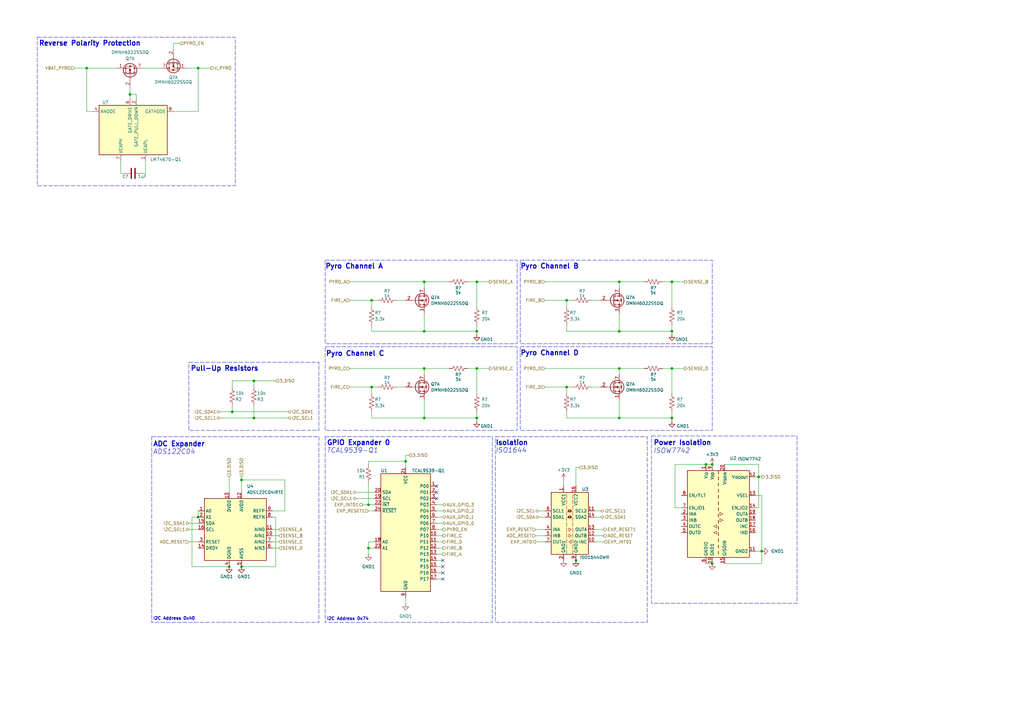
<source format=kicad_sch>
(kicad_sch
	(version 20231120)
	(generator "eeschema")
	(generator_version "8.0")
	(uuid "25e87aab-0877-4568-a426-1d554c854643")
	(paper "A3")
	(title_block
		(title "MIDAS Pyro Circuitry MK2")
		(date "2024-09-03")
		(rev "A")
		(company "Illinois Space Society")
		(comment 3 "Dylan Gasaway, Jackie Li, Linus Mitchell, Lucas Lessard, Rithik Mehta, Samuel Wang")
		(comment 4 "Contributors: Patrick Cassino, Peter Giannetos, Quinn Athas, Vasu Dar, Sourojit Mazumder,")
	)
	(lib_symbols
		(symbol "Analog_ADC_Texas:ADS122C04IRTE"
			(exclude_from_sim no)
			(in_bom yes)
			(on_board yes)
			(property "Reference" "U"
				(at -12.7 13.335 0)
				(effects
					(font
						(size 1.27 1.27)
					)
					(justify left bottom)
				)
			)
			(property "Value" "ADS122C04IRTE"
				(at 5.08 -15.24 0)
				(effects
					(font
						(size 1.27 1.27)
					)
					(justify left bottom)
				)
			)
			(property "Footprint" "Package_DFN_QFN:Texas_RTE0016D_WQFN-16-1EP_3x3mm_P0.5mm_EP0.8x0.8mm"
				(at 0 -33.02 0)
				(effects
					(font
						(size 1.27 1.27)
					)
					(hide yes)
				)
			)
			(property "Datasheet" "https://www.ti.com/lit/ds/symlink/ads122c04.pdf"
				(at 0 -30.48 0)
				(effects
					(font
						(size 1.27 1.27)
					)
					(hide yes)
				)
			)
			(property "Description" "24-Bit, 4-Channel, 2-kSPS, Delta-Sigma ADC with I2C Interface"
				(at 0 -35.56 0)
				(effects
					(font
						(size 1.27 1.27)
					)
					(hide yes)
				)
			)
			(property "ki_keywords" "ADS122C04IRTE 24-Bit 4-Channel 2-kSPS Delta-Sigma ADC I2C Interface"
				(at 0 0 0)
				(effects
					(font
						(size 1.27 1.27)
					)
					(hide yes)
				)
			)
			(symbol "ADS122C04IRTE_0_0"
				(pin power_in line
					(at 2.54 15.24 270)
					(length 2.54)
					(name "AVDD"
						(effects
							(font
								(size 1.27 1.27)
							)
						)
					)
					(number "12"
						(effects
							(font
								(size 1.27 1.27)
							)
						)
					)
				)
				(pin power_in line
					(at -2.54 15.24 270)
					(length 2.54)
					(name "DVDD"
						(effects
							(font
								(size 1.27 1.27)
							)
						)
					)
					(number "13"
						(effects
							(font
								(size 1.27 1.27)
							)
						)
					)
				)
				(pin output line
					(at -15.24 -7.62 0)
					(length 2.54)
					(name "DRDY"
						(effects
							(font
								(size 1.27 1.27)
							)
						)
					)
					(number "14"
						(effects
							(font
								(size 1.27 1.27)
							)
						)
					)
				)
				(pin bidirectional line
					(at -15.24 2.54 0)
					(length 2.54)
					(name "SDA"
						(effects
							(font
								(size 1.27 1.27)
							)
						)
					)
					(number "15"
						(effects
							(font
								(size 1.27 1.27)
							)
						)
					)
				)
				(pin input line
					(at -15.24 0 0)
					(length 2.54)
					(name "SCL"
						(effects
							(font
								(size 1.27 1.27)
							)
						)
					)
					(number "16"
						(effects
							(font
								(size 1.27 1.27)
							)
						)
					)
				)
				(pin input line
					(at -15.24 -5.08 0)
					(length 2.54)
					(name "RESET"
						(effects
							(font
								(size 1.27 1.27)
							)
						)
					)
					(number "3"
						(effects
							(font
								(size 1.27 1.27)
							)
						)
					)
				)
				(pin power_in line
					(at -2.54 -15.24 90)
					(length 2.54)
					(name "DGND"
						(effects
							(font
								(size 1.27 1.27)
							)
						)
					)
					(number "4"
						(effects
							(font
								(size 1.27 1.27)
							)
						)
					)
				)
				(pin power_in line
					(at 2.54 -15.24 90)
					(length 2.54)
					(name "AVSS"
						(effects
							(font
								(size 1.27 1.27)
							)
						)
					)
					(number "5"
						(effects
							(font
								(size 1.27 1.27)
							)
						)
					)
				)
			)
			(symbol "ADS122C04IRTE_1_0"
				(rectangle
					(start -12.7 12.7)
					(end 12.7 -12.7)
					(stroke
						(width 0.254)
						(type default)
					)
					(fill
						(type background)
					)
				)
				(pin input line
					(at -15.24 7.62 0)
					(length 2.54)
					(name "A0"
						(effects
							(font
								(size 1.27 1.27)
							)
						)
					)
					(number "1"
						(effects
							(font
								(size 1.27 1.27)
							)
						)
					)
				)
				(pin input line
					(at 15.24 -2.54 180)
					(length 2.54)
					(name "AIN1"
						(effects
							(font
								(size 1.27 1.27)
							)
						)
					)
					(number "10"
						(effects
							(font
								(size 1.27 1.27)
							)
						)
					)
				)
				(pin input line
					(at 15.24 0 180)
					(length 2.54)
					(name "AIN0"
						(effects
							(font
								(size 1.27 1.27)
							)
						)
					)
					(number "11"
						(effects
							(font
								(size 1.27 1.27)
							)
						)
					)
				)
				(pin input line
					(at -15.24 5.08 0)
					(length 2.54)
					(name "A1"
						(effects
							(font
								(size 1.27 1.27)
							)
						)
					)
					(number "2"
						(effects
							(font
								(size 1.27 1.27)
							)
						)
					)
				)
				(pin input line
					(at 15.24 -7.62 180)
					(length 2.54)
					(name "AIN3"
						(effects
							(font
								(size 1.27 1.27)
							)
						)
					)
					(number "6"
						(effects
							(font
								(size 1.27 1.27)
							)
						)
					)
				)
				(pin input line
					(at 15.24 -5.08 180)
					(length 2.54)
					(name "AIN2"
						(effects
							(font
								(size 1.27 1.27)
							)
						)
					)
					(number "7"
						(effects
							(font
								(size 1.27 1.27)
							)
						)
					)
				)
				(pin input line
					(at 15.24 5.08 180)
					(length 2.54)
					(name "REFN"
						(effects
							(font
								(size 1.27 1.27)
							)
						)
					)
					(number "8"
						(effects
							(font
								(size 1.27 1.27)
							)
						)
					)
				)
				(pin input line
					(at 15.24 7.62 180)
					(length 2.54)
					(name "REFP"
						(effects
							(font
								(size 1.27 1.27)
							)
						)
					)
					(number "9"
						(effects
							(font
								(size 1.27 1.27)
							)
						)
					)
				)
			)
		)
		(symbol "Device:C"
			(pin_numbers hide)
			(pin_names
				(offset 0.254)
			)
			(exclude_from_sim no)
			(in_bom yes)
			(on_board yes)
			(property "Reference" "C"
				(at 0.635 2.54 0)
				(effects
					(font
						(size 1.27 1.27)
					)
					(justify left)
				)
			)
			(property "Value" "C"
				(at 0.635 -2.54 0)
				(effects
					(font
						(size 1.27 1.27)
					)
					(justify left)
				)
			)
			(property "Footprint" ""
				(at 0.9652 -3.81 0)
				(effects
					(font
						(size 1.27 1.27)
					)
					(hide yes)
				)
			)
			(property "Datasheet" "~"
				(at 0 0 0)
				(effects
					(font
						(size 1.27 1.27)
					)
					(hide yes)
				)
			)
			(property "Description" "Unpolarized capacitor"
				(at 0 0 0)
				(effects
					(font
						(size 1.27 1.27)
					)
					(hide yes)
				)
			)
			(property "ki_keywords" "cap capacitor"
				(at 0 0 0)
				(effects
					(font
						(size 1.27 1.27)
					)
					(hide yes)
				)
			)
			(property "ki_fp_filters" "C_*"
				(at 0 0 0)
				(effects
					(font
						(size 1.27 1.27)
					)
					(hide yes)
				)
			)
			(symbol "C_0_1"
				(polyline
					(pts
						(xy -2.032 -0.762) (xy 2.032 -0.762)
					)
					(stroke
						(width 0.508)
						(type default)
					)
					(fill
						(type none)
					)
				)
				(polyline
					(pts
						(xy -2.032 0.762) (xy 2.032 0.762)
					)
					(stroke
						(width 0.508)
						(type default)
					)
					(fill
						(type none)
					)
				)
			)
			(symbol "C_1_1"
				(pin passive line
					(at 0 3.81 270)
					(length 2.794)
					(name "~"
						(effects
							(font
								(size 1.27 1.27)
							)
						)
					)
					(number "1"
						(effects
							(font
								(size 1.27 1.27)
							)
						)
					)
				)
				(pin passive line
					(at 0 -3.81 90)
					(length 2.794)
					(name "~"
						(effects
							(font
								(size 1.27 1.27)
							)
						)
					)
					(number "2"
						(effects
							(font
								(size 1.27 1.27)
							)
						)
					)
				)
			)
		)
		(symbol "Device:R_US"
			(pin_numbers hide)
			(pin_names
				(offset 0)
			)
			(exclude_from_sim no)
			(in_bom yes)
			(on_board yes)
			(property "Reference" "R"
				(at 2.54 0 90)
				(effects
					(font
						(size 1.27 1.27)
					)
				)
			)
			(property "Value" "R_US"
				(at -2.54 0 90)
				(effects
					(font
						(size 1.27 1.27)
					)
				)
			)
			(property "Footprint" ""
				(at 1.016 -0.254 90)
				(effects
					(font
						(size 1.27 1.27)
					)
					(hide yes)
				)
			)
			(property "Datasheet" "~"
				(at 0 0 0)
				(effects
					(font
						(size 1.27 1.27)
					)
					(hide yes)
				)
			)
			(property "Description" "Resistor, US symbol"
				(at 0 0 0)
				(effects
					(font
						(size 1.27 1.27)
					)
					(hide yes)
				)
			)
			(property "ki_keywords" "R res resistor"
				(at 0 0 0)
				(effects
					(font
						(size 1.27 1.27)
					)
					(hide yes)
				)
			)
			(property "ki_fp_filters" "R_*"
				(at 0 0 0)
				(effects
					(font
						(size 1.27 1.27)
					)
					(hide yes)
				)
			)
			(symbol "R_US_0_1"
				(polyline
					(pts
						(xy 0 -2.286) (xy 0 -2.54)
					)
					(stroke
						(width 0)
						(type default)
					)
					(fill
						(type none)
					)
				)
				(polyline
					(pts
						(xy 0 2.286) (xy 0 2.54)
					)
					(stroke
						(width 0)
						(type default)
					)
					(fill
						(type none)
					)
				)
				(polyline
					(pts
						(xy 0 -0.762) (xy 1.016 -1.143) (xy 0 -1.524) (xy -1.016 -1.905) (xy 0 -2.286)
					)
					(stroke
						(width 0)
						(type default)
					)
					(fill
						(type none)
					)
				)
				(polyline
					(pts
						(xy 0 0.762) (xy 1.016 0.381) (xy 0 0) (xy -1.016 -0.381) (xy 0 -0.762)
					)
					(stroke
						(width 0)
						(type default)
					)
					(fill
						(type none)
					)
				)
				(polyline
					(pts
						(xy 0 2.286) (xy 1.016 1.905) (xy 0 1.524) (xy -1.016 1.143) (xy 0 0.762)
					)
					(stroke
						(width 0)
						(type default)
					)
					(fill
						(type none)
					)
				)
			)
			(symbol "R_US_1_1"
				(pin passive line
					(at 0 3.81 270)
					(length 1.27)
					(name "~"
						(effects
							(font
								(size 1.27 1.27)
							)
						)
					)
					(number "1"
						(effects
							(font
								(size 1.27 1.27)
							)
						)
					)
				)
				(pin passive line
					(at 0 -3.81 90)
					(length 1.27)
					(name "~"
						(effects
							(font
								(size 1.27 1.27)
							)
						)
					)
					(number "2"
						(effects
							(font
								(size 1.27 1.27)
							)
						)
					)
				)
			)
		)
		(symbol "Interface_Expander_Texas:TCAL9539-Q1"
			(exclude_from_sim no)
			(in_bom yes)
			(on_board yes)
			(property "Reference" "U"
				(at -12.065 24.765 0)
				(effects
					(font
						(size 1.27 1.27)
					)
				)
			)
			(property "Value" "TCAL9539-Q1"
				(at 10.16 24.765 0)
				(effects
					(font
						(size 1.27 1.27)
					)
				)
			)
			(property "Footprint" "Package_DFN_QFN:WQFN-24-1EP_4x4mm_P0.5mm_EP2.6x2.6mm"
				(at 0 -30.48 0)
				(effects
					(font
						(size 1.27 1.27)
					)
					(hide yes)
				)
			)
			(property "Datasheet" "https://www.ti.com/lit/ds/symlink/tcal9539-q1.pdf"
				(at 0 -33.02 0)
				(effects
					(font
						(size 1.27 1.27)
					)
					(hide yes)
				)
			)
			(property "Description" "Automotive Low-Voltage 16-Bit I2C-Bus, SMBus I/O Expander with"
				(at 0 0 0)
				(effects
					(font
						(size 1.27 1.27)
					)
					(hide yes)
				)
			)
			(property "ki_keywords" "GPIO Expander Automotive 16 Channels I2C"
				(at 0 0 0)
				(effects
					(font
						(size 1.27 1.27)
					)
					(hide yes)
				)
			)
			(symbol "TCAL9539-Q1_0_0"
				(pin bidirectional line
					(at 12.7 17.78 180)
					(length 2.54)
					(name "P00"
						(effects
							(font
								(size 1.27 1.27)
							)
						)
					)
					(number "1"
						(effects
							(font
								(size 1.27 1.27)
							)
						)
					)
				)
				(pin bidirectional line
					(at 12.7 -2.54 180)
					(length 2.54)
					(name "P10"
						(effects
							(font
								(size 1.27 1.27)
							)
						)
					)
					(number "10"
						(effects
							(font
								(size 1.27 1.27)
							)
						)
					)
				)
				(pin bidirectional line
					(at 12.7 -5.08 180)
					(length 2.54)
					(name "P11"
						(effects
							(font
								(size 1.27 1.27)
							)
						)
					)
					(number "11"
						(effects
							(font
								(size 1.27 1.27)
							)
						)
					)
				)
				(pin bidirectional line
					(at 12.7 -7.62 180)
					(length 2.54)
					(name "P12"
						(effects
							(font
								(size 1.27 1.27)
							)
						)
					)
					(number "12"
						(effects
							(font
								(size 1.27 1.27)
							)
						)
					)
				)
				(pin bidirectional line
					(at 12.7 -10.16 180)
					(length 2.54)
					(name "P13"
						(effects
							(font
								(size 1.27 1.27)
							)
						)
					)
					(number "13"
						(effects
							(font
								(size 1.27 1.27)
							)
						)
					)
				)
				(pin bidirectional line
					(at 12.7 -12.7 180)
					(length 2.54)
					(name "P14"
						(effects
							(font
								(size 1.27 1.27)
							)
						)
					)
					(number "14"
						(effects
							(font
								(size 1.27 1.27)
							)
						)
					)
				)
				(pin bidirectional line
					(at 12.7 -15.24 180)
					(length 2.54)
					(name "P15"
						(effects
							(font
								(size 1.27 1.27)
							)
						)
					)
					(number "15"
						(effects
							(font
								(size 1.27 1.27)
							)
						)
					)
				)
				(pin bidirectional line
					(at 12.7 -17.78 180)
					(length 2.54)
					(name "P16"
						(effects
							(font
								(size 1.27 1.27)
							)
						)
					)
					(number "16"
						(effects
							(font
								(size 1.27 1.27)
							)
						)
					)
				)
				(pin bidirectional line
					(at 12.7 -20.32 180)
					(length 2.54)
					(name "P17"
						(effects
							(font
								(size 1.27 1.27)
							)
						)
					)
					(number "17"
						(effects
							(font
								(size 1.27 1.27)
							)
						)
					)
				)
				(pin input line
					(at -12.7 -5.08 0)
					(length 2.54)
					(name "A0"
						(effects
							(font
								(size 1.27 1.27)
							)
						)
					)
					(number "18"
						(effects
							(font
								(size 1.27 1.27)
							)
						)
					)
				)
				(pin input line
					(at -12.7 12.7 0)
					(length 2.54)
					(name "SCL"
						(effects
							(font
								(size 1.27 1.27)
							)
						)
					)
					(number "19"
						(effects
							(font
								(size 1.27 1.27)
							)
						)
					)
				)
				(pin bidirectional line
					(at 12.7 15.24 180)
					(length 2.54)
					(name "P01"
						(effects
							(font
								(size 1.27 1.27)
							)
						)
					)
					(number "2"
						(effects
							(font
								(size 1.27 1.27)
							)
						)
					)
				)
				(pin bidirectional line
					(at -12.7 15.24 0)
					(length 2.54)
					(name "SDA"
						(effects
							(font
								(size 1.27 1.27)
							)
						)
					)
					(number "20"
						(effects
							(font
								(size 1.27 1.27)
							)
						)
					)
				)
				(pin power_in line
					(at 0 25.4 270)
					(length 2.54)
					(name "VCC"
						(effects
							(font
								(size 1.27 1.27)
							)
						)
					)
					(number "21"
						(effects
							(font
								(size 1.27 1.27)
							)
						)
					)
				)
				(pin output line
					(at -12.7 10.16 0)
					(length 2.54)
					(name "~{INT}"
						(effects
							(font
								(size 1.27 1.27)
							)
						)
					)
					(number "22"
						(effects
							(font
								(size 1.27 1.27)
							)
						)
					)
				)
				(pin input line
					(at -12.7 -7.62 0)
					(length 2.54)
					(name "A1"
						(effects
							(font
								(size 1.27 1.27)
							)
						)
					)
					(number "23"
						(effects
							(font
								(size 1.27 1.27)
							)
						)
					)
				)
				(pin input line
					(at -12.7 7.62 0)
					(length 2.54)
					(name "~{RESET}"
						(effects
							(font
								(size 1.27 1.27)
							)
						)
					)
					(number "24"
						(effects
							(font
								(size 1.27 1.27)
							)
						)
					)
				)
				(pin bidirectional line
					(at 12.7 12.7 180)
					(length 2.54)
					(name "P02"
						(effects
							(font
								(size 1.27 1.27)
							)
						)
					)
					(number "3"
						(effects
							(font
								(size 1.27 1.27)
							)
						)
					)
				)
				(pin input line
					(at 12.7 10.16 180)
					(length 2.54)
					(name "P03"
						(effects
							(font
								(size 1.27 1.27)
							)
						)
					)
					(number "4"
						(effects
							(font
								(size 1.27 1.27)
							)
						)
					)
				)
				(pin bidirectional line
					(at 12.7 7.62 180)
					(length 2.54)
					(name "P04"
						(effects
							(font
								(size 1.27 1.27)
							)
						)
					)
					(number "5"
						(effects
							(font
								(size 1.27 1.27)
							)
						)
					)
				)
				(pin bidirectional line
					(at 12.7 5.08 180)
					(length 2.54)
					(name "P05"
						(effects
							(font
								(size 1.27 1.27)
							)
						)
					)
					(number "6"
						(effects
							(font
								(size 1.27 1.27)
							)
						)
					)
				)
				(pin bidirectional line
					(at 12.7 2.54 180)
					(length 2.54)
					(name "P06"
						(effects
							(font
								(size 1.27 1.27)
							)
						)
					)
					(number "7"
						(effects
							(font
								(size 1.27 1.27)
							)
						)
					)
				)
				(pin bidirectional line
					(at 12.7 0 180)
					(length 2.54)
					(name "P07"
						(effects
							(font
								(size 1.27 1.27)
							)
						)
					)
					(number "8"
						(effects
							(font
								(size 1.27 1.27)
							)
						)
					)
				)
				(pin power_in line
					(at 0 -27.94 90)
					(length 2.54)
					(name "GND"
						(effects
							(font
								(size 1.27 1.27)
							)
						)
					)
					(number "9"
						(effects
							(font
								(size 1.27 1.27)
							)
						)
					)
				)
			)
			(symbol "TCAL9539-Q1_1_0"
				(pin power_in line
					(at 0 -27.94 90)
					(length 2.54) hide
					(name "GND"
						(effects
							(font
								(size 1.27 1.27)
							)
						)
					)
					(number "25"
						(effects
							(font
								(size 1.27 1.27)
							)
						)
					)
				)
			)
			(symbol "TCAL9539-Q1_1_1"
				(rectangle
					(start -10.16 22.86)
					(end 10.16 -25.4)
					(stroke
						(width 0.254)
						(type default)
					)
					(fill
						(type background)
					)
				)
			)
		)
		(symbol "Isolator:ISO1644DWR"
			(exclude_from_sim no)
			(in_bom yes)
			(on_board yes)
			(property "Reference" "U"
				(at 6.35 13.97 0)
				(effects
					(font
						(size 1.27 1.27)
					)
				)
			)
			(property "Value" "ISO1644DWR"
				(at 10.16 -13.97 0)
				(effects
					(font
						(size 1.27 1.27)
					)
				)
			)
			(property "Footprint" "Package_SO:SOIC-16W_7.5x10.3mm_P1.27mm"
				(at -2.54 -27.94 0)
				(effects
					(font
						(size 1.27 1.27)
					)
					(hide yes)
				)
			)
			(property "Datasheet" "https://www.ti.com/lit/ds/symlink/iso1644.pdf"
				(at -2.54 -30.48 0)
				(effects
					(font
						(size 1.27 1.27)
					)
					(hide yes)
				)
			)
			(property "Description" "I2C Isolator with Bidirectional Clock and Data and three 2/1 Auxiliary GPIOs, SOIC-16"
				(at 0 0 0)
				(effects
					(font
						(size 1.27 1.27)
					)
					(hide yes)
				)
			)
			(property "ki_keywords" "i2c isolator additional gpio"
				(at 0 0 0)
				(effects
					(font
						(size 1.27 1.27)
					)
					(hide yes)
				)
			)
			(property "ki_fp_filters" "SOIC*7.5x10.3mm*P1.27mm*"
				(at 0 0 0)
				(effects
					(font
						(size 1.27 1.27)
					)
					(hide yes)
				)
			)
			(symbol "ISO1644DWR_1_1"
				(rectangle
					(start -7.62 12.7)
					(end 7.62 -12.7)
					(stroke
						(width 0.254)
						(type default)
					)
					(fill
						(type background)
					)
				)
				(polyline
					(pts
						(xy -1.27 -12.7) (xy -1.27 12.7)
					)
					(stroke
						(width 0)
						(type dash)
					)
					(fill
						(type none)
					)
				)
				(polyline
					(pts
						(xy 1.27 -12.7) (xy 1.27 12.7)
					)
					(stroke
						(width 0)
						(type dash)
					)
					(fill
						(type none)
					)
				)
				(polyline
					(pts
						(xy -0.381 -4.445) (xy -0.381 -5.715) (xy 0.635 -5.08) (xy -0.381 -4.445)
					)
					(stroke
						(width 0)
						(type default)
					)
					(fill
						(type none)
					)
				)
				(polyline
					(pts
						(xy -0.381 -1.905) (xy -0.381 -3.175) (xy 0.635 -2.54) (xy -0.381 -1.905)
					)
					(stroke
						(width 0)
						(type default)
					)
					(fill
						(type none)
					)
				)
				(polyline
					(pts
						(xy -0.2032 3.2004) (xy -0.2032 1.9304) (xy -0.8382 2.5654) (xy -0.2032 3.2004)
					)
					(stroke
						(width 0)
						(type default)
					)
					(fill
						(type outline)
					)
				)
				(polyline
					(pts
						(xy -0.2032 5.6896) (xy -0.2032 4.4196) (xy -0.8382 5.0546) (xy -0.2032 5.6896)
					)
					(stroke
						(width 0)
						(type default)
					)
					(fill
						(type outline)
					)
				)
				(polyline
					(pts
						(xy 0.1778 3.2004) (xy 0.1778 1.9304) (xy 0.8128 2.5654) (xy 0.1778 3.2004)
					)
					(stroke
						(width 0)
						(type default)
					)
					(fill
						(type outline)
					)
				)
				(polyline
					(pts
						(xy 0.1778 5.6896) (xy 0.1778 4.4196) (xy 0.8128 5.0546) (xy 0.1778 5.6896)
					)
					(stroke
						(width 0)
						(type default)
					)
					(fill
						(type outline)
					)
				)
				(polyline
					(pts
						(xy 0.635 -6.985) (xy 0.635 -8.255) (xy -0.381 -7.62) (xy 0.635 -6.985)
					)
					(stroke
						(width 0)
						(type default)
					)
					(fill
						(type none)
					)
				)
				(pin power_in line
					(at -2.54 15.24 270)
					(length 2.54)
					(name "VCC1"
						(effects
							(font
								(size 1.27 1.27)
							)
						)
					)
					(number "1"
						(effects
							(font
								(size 1.27 1.27)
							)
						)
					)
				)
				(pin input line
					(at 10.16 -7.62 180)
					(length 2.54)
					(name "INC"
						(effects
							(font
								(size 1.27 1.27)
							)
						)
					)
					(number "10"
						(effects
							(font
								(size 1.27 1.27)
							)
						)
					)
				)
				(pin bidirectional line
					(at 10.16 5.08 180)
					(length 2.54)
					(name "SCL2"
						(effects
							(font
								(size 1.27 1.27)
							)
						)
					)
					(number "11"
						(effects
							(font
								(size 1.27 1.27)
							)
						)
					)
				)
				(pin output line
					(at 10.16 -5.08 180)
					(length 2.54)
					(name "OUTB"
						(effects
							(font
								(size 1.27 1.27)
							)
						)
					)
					(number "12"
						(effects
							(font
								(size 1.27 1.27)
							)
						)
					)
				)
				(pin output line
					(at 10.16 -2.54 180)
					(length 2.54)
					(name "OUTA"
						(effects
							(font
								(size 1.27 1.27)
							)
						)
					)
					(number "13"
						(effects
							(font
								(size 1.27 1.27)
							)
						)
					)
				)
				(pin bidirectional line
					(at 10.16 2.54 180)
					(length 2.54)
					(name "SDA2"
						(effects
							(font
								(size 1.27 1.27)
							)
						)
					)
					(number "14"
						(effects
							(font
								(size 1.27 1.27)
							)
						)
					)
				)
				(pin passive line
					(at 2.54 -15.24 90)
					(length 2.54) hide
					(name "GND2"
						(effects
							(font
								(size 1.27 1.27)
							)
						)
					)
					(number "15"
						(effects
							(font
								(size 1.27 1.27)
							)
						)
					)
				)
				(pin power_in line
					(at 2.54 15.24 270)
					(length 2.54)
					(name "VCC2"
						(effects
							(font
								(size 1.27 1.27)
							)
						)
					)
					(number "16"
						(effects
							(font
								(size 1.27 1.27)
							)
						)
					)
				)
				(pin power_in line
					(at -2.54 -15.24 90)
					(length 2.54)
					(name "GND1"
						(effects
							(font
								(size 1.27 1.27)
							)
						)
					)
					(number "2"
						(effects
							(font
								(size 1.27 1.27)
							)
						)
					)
				)
				(pin bidirectional line
					(at -10.16 2.54 0)
					(length 2.54)
					(name "SDA1"
						(effects
							(font
								(size 1.27 1.27)
							)
						)
					)
					(number "3"
						(effects
							(font
								(size 1.27 1.27)
							)
						)
					)
				)
				(pin input line
					(at -10.16 -2.54 0)
					(length 2.54)
					(name "INA"
						(effects
							(font
								(size 1.27 1.27)
							)
						)
					)
					(number "4"
						(effects
							(font
								(size 1.27 1.27)
							)
						)
					)
				)
				(pin input line
					(at -10.16 -5.08 0)
					(length 2.54)
					(name "INB"
						(effects
							(font
								(size 1.27 1.27)
							)
						)
					)
					(number "5"
						(effects
							(font
								(size 1.27 1.27)
							)
						)
					)
				)
				(pin bidirectional line
					(at -10.16 5.08 0)
					(length 2.54)
					(name "SCL1"
						(effects
							(font
								(size 1.27 1.27)
							)
						)
					)
					(number "6"
						(effects
							(font
								(size 1.27 1.27)
							)
						)
					)
				)
				(pin output line
					(at -10.16 -7.62 0)
					(length 2.54)
					(name "OUT"
						(effects
							(font
								(size 1.27 1.27)
							)
						)
					)
					(number "7"
						(effects
							(font
								(size 1.27 1.27)
							)
						)
					)
				)
				(pin passive line
					(at -2.54 -15.24 90)
					(length 2.54) hide
					(name "GND1"
						(effects
							(font
								(size 1.27 1.27)
							)
						)
					)
					(number "8"
						(effects
							(font
								(size 1.27 1.27)
							)
						)
					)
				)
				(pin power_in line
					(at 2.54 -15.24 90)
					(length 2.54)
					(name "GND2"
						(effects
							(font
								(size 1.27 1.27)
							)
						)
					)
					(number "9"
						(effects
							(font
								(size 1.27 1.27)
							)
						)
					)
				)
			)
		)
		(symbol "Isolator:ISOW7742"
			(exclude_from_sim no)
			(in_bom yes)
			(on_board yes)
			(property "Reference" "U"
				(at -10.16 19.05 0)
				(effects
					(font
						(size 1.27 1.27)
					)
					(justify left)
				)
			)
			(property "Value" "ISOW7742"
				(at 3.81 19.05 0)
				(effects
					(font
						(size 1.27 1.27)
					)
					(justify left)
				)
			)
			(property "Footprint" "Package_SO:SOIC-20W_7.5x12.8mm_P1.27mm"
				(at 0 -34.29 0)
				(effects
					(font
						(size 1.27 1.27)
						(italic yes)
					)
					(hide yes)
				)
			)
			(property "Datasheet" "https://www.ti.com/lit/ds/symlink/isow7741.pdf"
				(at 0 -36.83 0)
				(effects
					(font
						(size 1.27 1.27)
					)
					(hide yes)
				)
			)
			(property "Description" "Quad-Channel 2/2 Digital Isolator with Integrated Low-Emissions, Low-Noise DC-DC Converter, SOIC-20W"
				(at 0 0 0)
				(effects
					(font
						(size 1.27 1.27)
					)
					(hide yes)
				)
			)
			(property "ki_keywords" "4-channel-digital-isolator integrated-isolated-supply"
				(at 0 0 0)
				(effects
					(font
						(size 1.27 1.27)
					)
					(hide yes)
				)
			)
			(property "ki_fp_filters" "SOIC*7.5x12.8mm*P1.27mm*"
				(at 0 0 0)
				(effects
					(font
						(size 1.27 1.27)
					)
					(hide yes)
				)
			)
			(symbol "ISOW7742_0_1"
				(polyline
					(pts
						(xy -1.905 -7.62) (xy -0.635 -6.985) (xy -0.635 -8.255) (xy -1.905 -7.62)
					)
					(stroke
						(width 0)
						(type default)
					)
					(fill
						(type none)
					)
				)
				(polyline
					(pts
						(xy -1.905 -5.08) (xy -0.635 -5.715) (xy -0.635 -4.445) (xy -1.905 -5.08)
					)
					(stroke
						(width 0)
						(type default)
					)
					(fill
						(type none)
					)
				)
				(polyline
					(pts
						(xy 0.635 -1.905) (xy 0.635 -3.175) (xy 1.905 -2.54) (xy 0.635 -1.905)
					)
					(stroke
						(width 0)
						(type default)
					)
					(fill
						(type none)
					)
				)
				(polyline
					(pts
						(xy 0.635 0.635) (xy 0.635 -0.635) (xy 1.905 0) (xy 0.635 0.635)
					)
					(stroke
						(width 0)
						(type default)
					)
					(fill
						(type none)
					)
				)
			)
			(symbol "ISOW7742_1_1"
				(rectangle
					(start -12.7 17.78)
					(end 12.7 -17.78)
					(stroke
						(width 0.254)
						(type default)
					)
					(fill
						(type background)
					)
				)
				(polyline
					(pts
						(xy 0 -15.24) (xy 0 -16.51)
					)
					(stroke
						(width 0.254)
						(type default)
					)
					(fill
						(type none)
					)
				)
				(polyline
					(pts
						(xy 0 -12.7) (xy 0 -13.97)
					)
					(stroke
						(width 0.254)
						(type default)
					)
					(fill
						(type none)
					)
				)
				(polyline
					(pts
						(xy 0 -10.16) (xy 0 -11.43)
					)
					(stroke
						(width 0.254)
						(type default)
					)
					(fill
						(type none)
					)
				)
				(polyline
					(pts
						(xy 0 -7.62) (xy 0 -8.89)
					)
					(stroke
						(width 0.254)
						(type default)
					)
					(fill
						(type none)
					)
				)
				(polyline
					(pts
						(xy 0 -5.08) (xy 0 -6.35)
					)
					(stroke
						(width 0.254)
						(type default)
					)
					(fill
						(type none)
					)
				)
				(polyline
					(pts
						(xy 0 -2.54) (xy 0 -3.81)
					)
					(stroke
						(width 0.254)
						(type default)
					)
					(fill
						(type none)
					)
				)
				(polyline
					(pts
						(xy 0 0) (xy 0 -1.27)
					)
					(stroke
						(width 0.254)
						(type default)
					)
					(fill
						(type none)
					)
				)
				(polyline
					(pts
						(xy 0 2.54) (xy 0 1.27)
					)
					(stroke
						(width 0.254)
						(type default)
					)
					(fill
						(type none)
					)
				)
				(polyline
					(pts
						(xy 0 5.08) (xy 0 3.81)
					)
					(stroke
						(width 0.254)
						(type default)
					)
					(fill
						(type none)
					)
				)
				(polyline
					(pts
						(xy 0 7.62) (xy 0 6.35)
					)
					(stroke
						(width 0.254)
						(type default)
					)
					(fill
						(type none)
					)
				)
				(polyline
					(pts
						(xy 0 10.16) (xy 0 8.89)
					)
					(stroke
						(width 0.254)
						(type default)
					)
					(fill
						(type none)
					)
				)
				(polyline
					(pts
						(xy 0 12.7) (xy 0 11.43)
					)
					(stroke
						(width 0.254)
						(type default)
					)
					(fill
						(type none)
					)
				)
				(polyline
					(pts
						(xy 0 15.24) (xy 0 13.97)
					)
					(stroke
						(width 0.254)
						(type default)
					)
					(fill
						(type none)
					)
				)
				(polyline
					(pts
						(xy 0 17.78) (xy 0 16.51)
					)
					(stroke
						(width 0.254)
						(type default)
					)
					(fill
						(type none)
					)
				)
				(pin power_in line
					(at -5.08 20.32 270)
					(length 2.54)
					(name "V_{IO}"
						(effects
							(font
								(size 1.27 1.27)
							)
						)
					)
					(number "1"
						(effects
							(font
								(size 1.27 1.27)
							)
						)
					)
				)
				(pin power_in line
					(at -2.54 -20.32 90)
					(length 2.54)
					(name "GND1"
						(effects
							(font
								(size 1.27 1.27)
							)
						)
					)
					(number "10"
						(effects
							(font
								(size 1.27 1.27)
							)
						)
					)
				)
				(pin power_out line
					(at 15.24 -15.24 180)
					(length 2.54)
					(name "GND2"
						(effects
							(font
								(size 1.27 1.27)
							)
						)
					)
					(number "11"
						(effects
							(font
								(size 1.27 1.27)
							)
						)
					)
				)
				(pin power_out line
					(at 15.24 15.24 180)
					(length 2.54)
					(name "V_{ISOOUT}"
						(effects
							(font
								(size 1.27 1.27)
							)
						)
					)
					(number "12"
						(effects
							(font
								(size 1.27 1.27)
							)
						)
					)
				)
				(pin input line
					(at 15.24 7.62 180)
					(length 2.54)
					(name "VSEL"
						(effects
							(font
								(size 1.27 1.27)
							)
						)
					)
					(number "13"
						(effects
							(font
								(size 1.27 1.27)
							)
						)
					)
				)
				(pin input line
					(at 15.24 2.54 180)
					(length 2.54)
					(name "EN_IO2"
						(effects
							(font
								(size 1.27 1.27)
							)
						)
					)
					(number "14"
						(effects
							(font
								(size 1.27 1.27)
							)
						)
					)
				)
				(pin power_in line
					(at 2.54 -20.32 90)
					(length 2.54)
					(name "GISOIN"
						(effects
							(font
								(size 1.27 1.27)
							)
						)
					)
					(number "15"
						(effects
							(font
								(size 1.27 1.27)
							)
						)
					)
				)
				(pin input line
					(at 15.24 -7.62 180)
					(length 2.54)
					(name "IND"
						(effects
							(font
								(size 1.27 1.27)
							)
						)
					)
					(number "16"
						(effects
							(font
								(size 1.27 1.27)
							)
						)
					)
				)
				(pin input line
					(at 15.24 -5.08 180)
					(length 2.54)
					(name "INC"
						(effects
							(font
								(size 1.27 1.27)
							)
						)
					)
					(number "17"
						(effects
							(font
								(size 1.27 1.27)
							)
						)
					)
				)
				(pin output line
					(at 15.24 -2.54 180)
					(length 2.54)
					(name "OUTB"
						(effects
							(font
								(size 1.27 1.27)
							)
						)
					)
					(number "18"
						(effects
							(font
								(size 1.27 1.27)
							)
						)
					)
				)
				(pin output line
					(at 15.24 0 180)
					(length 2.54)
					(name "OUTA"
						(effects
							(font
								(size 1.27 1.27)
							)
						)
					)
					(number "19"
						(effects
							(font
								(size 1.27 1.27)
							)
						)
					)
				)
				(pin input line
					(at -15.24 0 0)
					(length 2.54)
					(name "INA"
						(effects
							(font
								(size 1.27 1.27)
							)
						)
					)
					(number "2"
						(effects
							(font
								(size 1.27 1.27)
							)
						)
					)
				)
				(pin power_in line
					(at 2.54 20.32 270)
					(length 2.54)
					(name "V_{ISOIN}"
						(effects
							(font
								(size 1.27 1.27)
							)
						)
					)
					(number "20"
						(effects
							(font
								(size 1.27 1.27)
							)
						)
					)
				)
				(pin input line
					(at -15.24 -2.54 0)
					(length 2.54)
					(name "INB"
						(effects
							(font
								(size 1.27 1.27)
							)
						)
					)
					(number "3"
						(effects
							(font
								(size 1.27 1.27)
							)
						)
					)
				)
				(pin output line
					(at -15.24 -5.08 0)
					(length 2.54)
					(name "OUTC"
						(effects
							(font
								(size 1.27 1.27)
							)
						)
					)
					(number "4"
						(effects
							(font
								(size 1.27 1.27)
							)
						)
					)
				)
				(pin output line
					(at -15.24 -7.62 0)
					(length 2.54)
					(name "OUTD"
						(effects
							(font
								(size 1.27 1.27)
							)
						)
					)
					(number "5"
						(effects
							(font
								(size 1.27 1.27)
							)
						)
					)
				)
				(pin power_in line
					(at -5.08 -20.32 90)
					(length 2.54)
					(name "GNDIO"
						(effects
							(font
								(size 1.27 1.27)
							)
						)
					)
					(number "6"
						(effects
							(font
								(size 1.27 1.27)
							)
						)
					)
				)
				(pin input line
					(at -15.24 2.54 0)
					(length 2.54)
					(name "EN_IO1"
						(effects
							(font
								(size 1.27 1.27)
							)
						)
					)
					(number "7"
						(effects
							(font
								(size 1.27 1.27)
							)
						)
					)
				)
				(pin bidirectional line
					(at -15.24 7.62 0)
					(length 2.54)
					(name "EN/FLT"
						(effects
							(font
								(size 1.27 1.27)
							)
						)
					)
					(number "8"
						(effects
							(font
								(size 1.27 1.27)
							)
						)
					)
				)
				(pin power_in line
					(at -2.54 20.32 270)
					(length 2.54)
					(name "V_{DD}"
						(effects
							(font
								(size 1.27 1.27)
							)
						)
					)
					(number "9"
						(effects
							(font
								(size 1.27 1.27)
							)
						)
					)
				)
			)
		)
		(symbol "Power_Ideal_Diode:LM74670-Q1"
			(exclude_from_sim no)
			(in_bom yes)
			(on_board yes)
			(property "Reference" "U"
				(at -11.43 12.7 0)
				(effects
					(font
						(size 1.27 1.27)
					)
					(justify left top)
				)
			)
			(property "Value" "LM74670-Q1"
				(at 3.81 12.7 0)
				(effects
					(font
						(size 1.27 1.27)
					)
					(justify left top)
				)
			)
			(property "Footprint" "Package_SO:VSSOP-8_3.0x3.0mm_P0.65mm"
				(at 44.45 -94.92 0)
				(effects
					(font
						(size 1.27 1.27)
					)
					(justify left top)
					(hide yes)
				)
			)
			(property "Datasheet" "http://www.ti.com/lit/gpn/lm74670-q1"
				(at 44.45 -194.92 0)
				(effects
					(font
						(size 1.27 1.27)
					)
					(justify left top)
					(hide yes)
				)
			)
			(property "Description" "0.48V to 42V, zero IQ automotive ideal diode rectifier controller with 70uA gate drive"
				(at 0 0 0)
				(effects
					(font
						(size 1.27 1.27)
					)
					(hide yes)
				)
			)
			(property "ki_keywords" "0.48V to 42V zero IQ automotive ideal diode rectifier controller 70uA gate drive"
				(at 0 0 0)
				(effects
					(font
						(size 1.27 1.27)
					)
					(hide yes)
				)
			)
			(symbol "LM74670-Q1_1_1"
				(rectangle
					(start -13.97 10.16)
					(end 13.97 -10.16)
					(stroke
						(width 0.254)
						(type default)
					)
					(fill
						(type background)
					)
				)
				(pin bidirectional line
					(at 5.08 -12.7 90)
					(length 2.54)
					(name "VCAPL"
						(effects
							(font
								(size 1.27 1.27)
							)
						)
					)
					(number "1"
						(effects
							(font
								(size 1.27 1.27)
							)
						)
					)
				)
				(pin output line
					(at 1.27 12.7 270)
					(length 2.54)
					(name "GATE_PULL_DOWN"
						(effects
							(font
								(size 1.27 1.27)
							)
						)
					)
					(number "2"
						(effects
							(font
								(size 1.27 1.27)
							)
						)
					)
				)
				(pin no_connect line
					(at -16.51 2.54 0)
					(length 2.54) hide
					(name "NC"
						(effects
							(font
								(size 1.27 1.27)
							)
						)
					)
					(number "3"
						(effects
							(font
								(size 1.27 1.27)
							)
						)
					)
				)
				(pin power_in line
					(at -16.51 7.62 0)
					(length 2.54)
					(name "ANODE"
						(effects
							(font
								(size 1.27 1.27)
							)
						)
					)
					(number "4"
						(effects
							(font
								(size 1.27 1.27)
							)
						)
					)
				)
				(pin no_connect line
					(at -16.51 2.54 0)
					(length 2.54) hide
					(name "NC"
						(effects
							(font
								(size 1.27 1.27)
							)
						)
					)
					(number "5"
						(effects
							(font
								(size 1.27 1.27)
							)
						)
					)
				)
				(pin output line
					(at -1.27 12.7 270)
					(length 2.54)
					(name "GATE_DRIVE"
						(effects
							(font
								(size 1.27 1.27)
							)
						)
					)
					(number "6"
						(effects
							(font
								(size 1.27 1.27)
							)
						)
					)
				)
				(pin bidirectional line
					(at -5.08 -12.7 90)
					(length 2.54)
					(name "VCAPH"
						(effects
							(font
								(size 1.27 1.27)
							)
						)
					)
					(number "7"
						(effects
							(font
								(size 1.27 1.27)
							)
						)
					)
				)
				(pin power_in line
					(at 16.51 7.62 180)
					(length 2.54)
					(name "CATHODE"
						(effects
							(font
								(size 1.27 1.27)
							)
						)
					)
					(number "8"
						(effects
							(font
								(size 1.27 1.27)
							)
						)
					)
				)
			)
		)
		(symbol "Transistor_FET_Diodes:DMNH6022SSDQ"
			(pin_names hide)
			(exclude_from_sim no)
			(in_bom yes)
			(on_board yes)
			(property "Reference" "Q"
				(at 2.54 -1.27 0)
				(effects
					(font
						(size 1.27 1.27)
					)
					(justify left)
				)
			)
			(property "Value" "DMNH6022SSDQ"
				(at 2.54 1.27 0)
				(effects
					(font
						(size 1.27 1.27)
					)
					(justify left)
				)
			)
			(property "Footprint" "Package_SO:SO-8_3.9x4.9mm_P1.27mm"
				(at 0 -7.62 0)
				(effects
					(font
						(size 1.27 1.27)
					)
					(hide yes)
				)
			)
			(property "Datasheet" "https://www.diodes.com/assets/Datasheets/DMNH6022SSDQ.pdf"
				(at 0 -10.16 0)
				(effects
					(font
						(size 1.27 1.27)
					)
					(hide yes)
				)
			)
			(property "Description" "22.6A Id, 60Vd, N-Channel MOSFET, SO-8"
				(at 0 0 0)
				(effects
					(font
						(size 1.27 1.27)
					)
					(hide yes)
				)
			)
			(property "ki_locked" ""
				(at 0 0 0)
				(effects
					(font
						(size 1.27 1.27)
					)
				)
			)
			(property "ki_keywords" "22.6A Id 60Vd N-Channel MOSFET SO-8 Diodes Incorporated"
				(at 0 0 0)
				(effects
					(font
						(size 1.27 1.27)
					)
					(hide yes)
				)
			)
			(symbol "DMNH6022SSDQ_0_1"
				(circle
					(center -0.889 0)
					(radius 2.794)
					(stroke
						(width 0.254)
						(type default)
					)
					(fill
						(type none)
					)
				)
				(circle
					(center 0 -1.778)
					(radius 0.254)
					(stroke
						(width 0)
						(type default)
					)
					(fill
						(type outline)
					)
				)
				(polyline
					(pts
						(xy -2.286 0) (xy -5.08 0)
					)
					(stroke
						(width 0)
						(type default)
					)
					(fill
						(type none)
					)
				)
				(polyline
					(pts
						(xy -2.286 1.905) (xy -2.286 -1.905)
					)
					(stroke
						(width 0.254)
						(type default)
					)
					(fill
						(type none)
					)
				)
				(polyline
					(pts
						(xy -1.778 -1.27) (xy -1.778 -2.286)
					)
					(stroke
						(width 0.254)
						(type default)
					)
					(fill
						(type none)
					)
				)
				(polyline
					(pts
						(xy -1.778 0.508) (xy -1.778 -0.508)
					)
					(stroke
						(width 0.254)
						(type default)
					)
					(fill
						(type none)
					)
				)
				(polyline
					(pts
						(xy -1.778 2.286) (xy -1.778 1.27)
					)
					(stroke
						(width 0.254)
						(type default)
					)
					(fill
						(type none)
					)
				)
				(polyline
					(pts
						(xy 0 2.54) (xy 0 1.778)
					)
					(stroke
						(width 0)
						(type default)
					)
					(fill
						(type none)
					)
				)
				(polyline
					(pts
						(xy 0 -2.54) (xy 0 0) (xy -1.778 0)
					)
					(stroke
						(width 0)
						(type default)
					)
					(fill
						(type none)
					)
				)
				(polyline
					(pts
						(xy -1.778 -1.778) (xy 0.762 -1.778) (xy 0.762 1.778) (xy -1.778 1.778)
					)
					(stroke
						(width 0)
						(type default)
					)
					(fill
						(type none)
					)
				)
				(polyline
					(pts
						(xy -1.524 0) (xy -0.508 0.381) (xy -0.508 -0.381) (xy -1.524 0)
					)
					(stroke
						(width 0)
						(type default)
					)
					(fill
						(type outline)
					)
				)
				(polyline
					(pts
						(xy 0.254 0.508) (xy 0.381 0.381) (xy 1.143 0.381) (xy 1.27 0.254)
					)
					(stroke
						(width 0)
						(type default)
					)
					(fill
						(type none)
					)
				)
				(polyline
					(pts
						(xy 0.762 0.381) (xy 0.381 -0.254) (xy 1.143 -0.254) (xy 0.762 0.381)
					)
					(stroke
						(width 0)
						(type default)
					)
					(fill
						(type none)
					)
				)
				(circle
					(center 0 1.778)
					(radius 0.254)
					(stroke
						(width 0)
						(type default)
					)
					(fill
						(type outline)
					)
				)
			)
			(symbol "DMNH6022SSDQ_1_0"
				(pin passive line
					(at 0 -5.08 90)
					(length 2.54)
					(name "S1"
						(effects
							(font
								(size 1.27 1.27)
							)
						)
					)
					(number "1"
						(effects
							(font
								(size 1.27 1.27)
							)
						)
					)
				)
				(pin input line
					(at -7.62 0 0)
					(length 2.54)
					(name "G1"
						(effects
							(font
								(size 1.27 1.27)
							)
						)
					)
					(number "2"
						(effects
							(font
								(size 1.27 1.27)
							)
						)
					)
				)
				(pin passive line
					(at 0 5.08 270)
					(length 2.54)
					(name "D1"
						(effects
							(font
								(size 1.27 1.27)
							)
						)
					)
					(number "7"
						(effects
							(font
								(size 1.27 1.27)
							)
						)
					)
				)
				(pin passive line
					(at 0 5.08 270)
					(length 2.54) hide
					(name "D1"
						(effects
							(font
								(size 1.27 1.27)
							)
						)
					)
					(number "8"
						(effects
							(font
								(size 1.27 1.27)
							)
						)
					)
				)
			)
			(symbol "DMNH6022SSDQ_2_0"
				(pin passive line
					(at 0 -5.08 90)
					(length 2.54)
					(name "S2"
						(effects
							(font
								(size 1.27 1.27)
							)
						)
					)
					(number "3"
						(effects
							(font
								(size 1.27 1.27)
							)
						)
					)
				)
				(pin input line
					(at -7.62 0 0)
					(length 2.54)
					(name "G2"
						(effects
							(font
								(size 1.27 1.27)
							)
						)
					)
					(number "4"
						(effects
							(font
								(size 1.27 1.27)
							)
						)
					)
				)
				(pin passive line
					(at 0 5.08 270)
					(length 2.54)
					(name "D2"
						(effects
							(font
								(size 1.27 1.27)
							)
						)
					)
					(number "5"
						(effects
							(font
								(size 1.27 1.27)
							)
						)
					)
				)
				(pin passive line
					(at 0 5.08 270)
					(length 2.54) hide
					(name "D2"
						(effects
							(font
								(size 1.27 1.27)
							)
						)
					)
					(number "6"
						(effects
							(font
								(size 1.27 1.27)
							)
						)
					)
				)
			)
		)
		(symbol "power:+3V3"
			(power)
			(pin_names
				(offset 0)
			)
			(exclude_from_sim no)
			(in_bom yes)
			(on_board yes)
			(property "Reference" "#PWR"
				(at 0 -3.81 0)
				(effects
					(font
						(size 1.27 1.27)
					)
					(hide yes)
				)
			)
			(property "Value" "+3V3"
				(at 0 3.556 0)
				(effects
					(font
						(size 1.27 1.27)
					)
				)
			)
			(property "Footprint" ""
				(at 0 0 0)
				(effects
					(font
						(size 1.27 1.27)
					)
					(hide yes)
				)
			)
			(property "Datasheet" ""
				(at 0 0 0)
				(effects
					(font
						(size 1.27 1.27)
					)
					(hide yes)
				)
			)
			(property "Description" "Power symbol creates a global label with name \"+3V3\""
				(at 0 0 0)
				(effects
					(font
						(size 1.27 1.27)
					)
					(hide yes)
				)
			)
			(property "ki_keywords" "global power"
				(at 0 0 0)
				(effects
					(font
						(size 1.27 1.27)
					)
					(hide yes)
				)
			)
			(symbol "+3V3_0_1"
				(polyline
					(pts
						(xy -0.762 1.27) (xy 0 2.54)
					)
					(stroke
						(width 0)
						(type default)
					)
					(fill
						(type none)
					)
				)
				(polyline
					(pts
						(xy 0 0) (xy 0 2.54)
					)
					(stroke
						(width 0)
						(type default)
					)
					(fill
						(type none)
					)
				)
				(polyline
					(pts
						(xy 0 2.54) (xy 0.762 1.27)
					)
					(stroke
						(width 0)
						(type default)
					)
					(fill
						(type none)
					)
				)
			)
			(symbol "+3V3_1_1"
				(pin power_in line
					(at 0 0 90)
					(length 0) hide
					(name "+3V3"
						(effects
							(font
								(size 1.27 1.27)
							)
						)
					)
					(number "1"
						(effects
							(font
								(size 1.27 1.27)
							)
						)
					)
				)
			)
		)
		(symbol "power:GND"
			(power)
			(pin_names
				(offset 0)
			)
			(exclude_from_sim no)
			(in_bom yes)
			(on_board yes)
			(property "Reference" "#PWR"
				(at 0 -6.35 0)
				(effects
					(font
						(size 1.27 1.27)
					)
					(hide yes)
				)
			)
			(property "Value" "GND"
				(at 0 -3.81 0)
				(effects
					(font
						(size 1.27 1.27)
					)
				)
			)
			(property "Footprint" ""
				(at 0 0 0)
				(effects
					(font
						(size 1.27 1.27)
					)
					(hide yes)
				)
			)
			(property "Datasheet" ""
				(at 0 0 0)
				(effects
					(font
						(size 1.27 1.27)
					)
					(hide yes)
				)
			)
			(property "Description" "Power symbol creates a global label with name \"GND\" , ground"
				(at 0 0 0)
				(effects
					(font
						(size 1.27 1.27)
					)
					(hide yes)
				)
			)
			(property "ki_keywords" "global power"
				(at 0 0 0)
				(effects
					(font
						(size 1.27 1.27)
					)
					(hide yes)
				)
			)
			(symbol "GND_0_1"
				(polyline
					(pts
						(xy 0 0) (xy 0 -1.27) (xy 1.27 -1.27) (xy 0 -2.54) (xy -1.27 -1.27) (xy 0 -1.27)
					)
					(stroke
						(width 0)
						(type default)
					)
					(fill
						(type none)
					)
				)
			)
			(symbol "GND_1_1"
				(pin power_in line
					(at 0 0 270)
					(length 0) hide
					(name "GND"
						(effects
							(font
								(size 1.27 1.27)
							)
						)
					)
					(number "1"
						(effects
							(font
								(size 1.27 1.27)
							)
						)
					)
				)
			)
		)
		(symbol "power:GND1"
			(power)
			(pin_numbers hide)
			(pin_names
				(offset 0) hide)
			(exclude_from_sim no)
			(in_bom yes)
			(on_board yes)
			(property "Reference" "#PWR"
				(at 0 -6.35 0)
				(effects
					(font
						(size 1.27 1.27)
					)
					(hide yes)
				)
			)
			(property "Value" "GND1"
				(at 0 -3.81 0)
				(effects
					(font
						(size 1.27 1.27)
					)
				)
			)
			(property "Footprint" ""
				(at 0 0 0)
				(effects
					(font
						(size 1.27 1.27)
					)
					(hide yes)
				)
			)
			(property "Datasheet" ""
				(at 0 0 0)
				(effects
					(font
						(size 1.27 1.27)
					)
					(hide yes)
				)
			)
			(property "Description" "Power symbol creates a global label with name \"GND1\" , ground"
				(at 0 0 0)
				(effects
					(font
						(size 1.27 1.27)
					)
					(hide yes)
				)
			)
			(property "ki_keywords" "global power"
				(at 0 0 0)
				(effects
					(font
						(size 1.27 1.27)
					)
					(hide yes)
				)
			)
			(symbol "GND1_0_1"
				(polyline
					(pts
						(xy 0 0) (xy 0 -1.27) (xy 1.27 -1.27) (xy 0 -2.54) (xy -1.27 -1.27) (xy 0 -1.27)
					)
					(stroke
						(width 0)
						(type default)
					)
					(fill
						(type none)
					)
				)
			)
			(symbol "GND1_1_1"
				(pin power_in line
					(at 0 0 270)
					(length 0)
					(name "~"
						(effects
							(font
								(size 1.27 1.27)
							)
						)
					)
					(number "1"
						(effects
							(font
								(size 1.27 1.27)
							)
						)
					)
				)
			)
		)
	)
	(junction
		(at 152.4 123.19)
		(diameter 0)
		(color 0 0 0 0)
		(uuid "0386a506-282d-47f5-8439-a9049d6f4ef1")
	)
	(junction
		(at 275.59 115.57)
		(diameter 0)
		(color 0 0 0 0)
		(uuid "038b575d-2e4e-4619-8a4a-4bfd60257c33")
	)
	(junction
		(at 236.22 229.87)
		(diameter 0)
		(color 0 0 0 0)
		(uuid "077fe8c9-7ee1-477e-948a-cb7ae3445f71")
	)
	(junction
		(at 195.58 151.13)
		(diameter 0)
		(color 0 0 0 0)
		(uuid "14ba3a1b-be9e-4341-93e3-143188ecb820")
	)
	(junction
		(at 254 115.57)
		(diameter 0)
		(color 0 0 0 0)
		(uuid "1984ceb0-55eb-475c-8685-71f6a487378c")
	)
	(junction
		(at 53.34 38.735)
		(diameter 0)
		(color 0 0 0 0)
		(uuid "27f941a7-d50b-49b4-a315-7625ee212f23")
	)
	(junction
		(at 93.98 232.41)
		(diameter 0)
		(color 0 0 0 0)
		(uuid "2aaea802-87a6-4955-ad16-236010987bfa")
	)
	(junction
		(at 173.99 115.57)
		(diameter 0)
		(color 0 0 0 0)
		(uuid "2b3ed507-9ad6-49ac-92d0-ef8b32f4e5e3")
	)
	(junction
		(at 152.4 158.75)
		(diameter 0)
		(color 0 0 0 0)
		(uuid "38727037-bedd-4148-9f63-79fac3a3b85c")
	)
	(junction
		(at 254 135.89)
		(diameter 0)
		(color 0 0 0 0)
		(uuid "3e7d18af-22a3-451d-a57c-25fc1fb1566c")
	)
	(junction
		(at 173.99 171.45)
		(diameter 0)
		(color 0 0 0 0)
		(uuid "4e04f736-1677-4dab-8a3b-4d805368563e")
	)
	(junction
		(at 195.58 135.89)
		(diameter 0)
		(color 0 0 0 0)
		(uuid "5d8e40a6-c361-49ac-87b3-9fbe522534a0")
	)
	(junction
		(at 104.14 156.21)
		(diameter 0)
		(color 0 0 0 0)
		(uuid "5f0ab2ef-fef2-477c-b691-6233c781bcf6")
	)
	(junction
		(at 195.58 171.45)
		(diameter 0)
		(color 0 0 0 0)
		(uuid "5f5c2428-5533-457d-9c7a-a2da64eee27b")
	)
	(junction
		(at 254 171.45)
		(diameter 0)
		(color 0 0 0 0)
		(uuid "60000817-1689-4dcf-9f52-efd0a12337fb")
	)
	(junction
		(at 99.06 196.85)
		(diameter 0)
		(color 0 0 0 0)
		(uuid "67baa8db-e297-4fad-a435-a8b147b3743c")
	)
	(junction
		(at 275.59 171.45)
		(diameter 0)
		(color 0 0 0 0)
		(uuid "70cf2391-0459-4e89-8c16-2acd115a4522")
	)
	(junction
		(at 81.28 27.94)
		(diameter 0)
		(color 0 0 0 0)
		(uuid "757679a6-1a91-485e-919a-8de958f623e5")
	)
	(junction
		(at 232.41 123.19)
		(diameter 0)
		(color 0 0 0 0)
		(uuid "764140c6-c6c0-41b7-ad13-cf0e51999123")
	)
	(junction
		(at 151.13 207.01)
		(diameter 0)
		(color 0 0 0 0)
		(uuid "7ab51701-9f3b-4c5a-abc0-3a8a9d19d41f")
	)
	(junction
		(at 95.25 168.91)
		(diameter 0)
		(color 0 0 0 0)
		(uuid "7f34eab0-e29f-4f80-818e-4cdd8955896a")
	)
	(junction
		(at 35.56 27.94)
		(diameter 0)
		(color 0 0 0 0)
		(uuid "884dcec6-9a2b-47ad-b6b8-4f1d7a3ebce0")
	)
	(junction
		(at 292.1 231.14)
		(diameter 0)
		(color 0 0 0 0)
		(uuid "8bfbeb36-12b2-4c84-b1db-e40118dcdb3c")
	)
	(junction
		(at 232.41 158.75)
		(diameter 0)
		(color 0 0 0 0)
		(uuid "8d959041-121b-4ebd-a400-d6d99b183abf")
	)
	(junction
		(at 311.15 195.58)
		(diameter 0)
		(color 0 0 0 0)
		(uuid "9aa9108f-1319-4e45-8ab8-cfe1d53d655d")
	)
	(junction
		(at 104.14 171.45)
		(diameter 0)
		(color 0 0 0 0)
		(uuid "9ed7030e-bc21-4892-853a-3f0b755dab58")
	)
	(junction
		(at 99.06 232.41)
		(diameter 0)
		(color 0 0 0 0)
		(uuid "b872a98a-0f5f-4982-b4aa-215038b63493")
	)
	(junction
		(at 166.37 189.23)
		(diameter 0)
		(color 0 0 0 0)
		(uuid "ba644468-d254-4393-94d2-3fbc620a4d40")
	)
	(junction
		(at 275.59 135.89)
		(diameter 0)
		(color 0 0 0 0)
		(uuid "be86b6f3-189b-4b81-ad4e-a776378270a6")
	)
	(junction
		(at 151.13 224.79)
		(diameter 0)
		(color 0 0 0 0)
		(uuid "d4215abe-d171-43a6-a6d1-78f29cb6b057")
	)
	(junction
		(at 275.59 151.13)
		(diameter 0)
		(color 0 0 0 0)
		(uuid "dc0a271b-786c-4802-b3cd-5b628e36e1c1")
	)
	(junction
		(at 195.58 115.57)
		(diameter 0)
		(color 0 0 0 0)
		(uuid "dc799ce5-e7f4-4fb7-bcdb-9b58613ddb98")
	)
	(junction
		(at 173.99 135.89)
		(diameter 0)
		(color 0 0 0 0)
		(uuid "dfabffcb-c850-49c4-a942-5e905a25b6ab")
	)
	(junction
		(at 289.56 190.5)
		(diameter 0)
		(color 0 0 0 0)
		(uuid "dfc19f71-b7e2-4f97-a976-86c980398e83")
	)
	(junction
		(at 173.99 151.13)
		(diameter 0)
		(color 0 0 0 0)
		(uuid "e0c8c4c9-78b5-4b72-85ad-d43838a13a40")
	)
	(junction
		(at 81.28 212.09)
		(diameter 0)
		(color 0 0 0 0)
		(uuid "f17bbc1f-f51b-4f62-82d5-6fe9f9b0902c")
	)
	(junction
		(at 312.42 226.06)
		(diameter 0)
		(color 0 0 0 0)
		(uuid "f181c793-0f5f-4557-9dcf-ccf324343832")
	)
	(junction
		(at 254 151.13)
		(diameter 0)
		(color 0 0 0 0)
		(uuid "f47ace05-67e0-4f6c-85e5-3287540c6641")
	)
	(junction
		(at 292.1 190.5)
		(diameter 0)
		(color 0 0 0 0)
		(uuid "f6742a68-1515-4f77-a230-c2972ab98305")
	)
	(no_connect
		(at 179.07 201.93)
		(uuid "446d680e-2ba2-4c13-9109-6fe8b9f2e56e")
	)
	(no_connect
		(at 181.61 234.95)
		(uuid "5ab7eab8-462a-4726-a3ae-3e34236d0a32")
	)
	(no_connect
		(at 181.61 237.49)
		(uuid "70c9b5dc-a215-4e19-9511-3d2eb1f6d7a9")
	)
	(no_connect
		(at 181.61 229.87)
		(uuid "77f5138d-486a-46d4-b84c-59b76bd95369")
	)
	(no_connect
		(at 179.07 204.47)
		(uuid "7a6017ff-5c35-465c-93af-02e4895541e9")
	)
	(no_connect
		(at 179.07 199.39)
		(uuid "aea83262-09dc-436c-8227-fa334bb0bb33")
	)
	(no_connect
		(at 181.61 232.41)
		(uuid "eef27053-1a21-47af-9152-63dfd3c3085c")
	)
	(wire
		(pts
			(xy 191.77 151.13) (xy 195.58 151.13)
		)
		(stroke
			(width 0)
			(type default)
		)
		(uuid "01d22de7-fa40-4225-af92-3f426883810b")
	)
	(wire
		(pts
			(xy 173.99 115.57) (xy 184.15 115.57)
		)
		(stroke
			(width 0)
			(type default)
		)
		(uuid "024cadf9-3311-47b0-99fd-85cc547c006c")
	)
	(wire
		(pts
			(xy 254 115.57) (xy 264.16 115.57)
		)
		(stroke
			(width 0)
			(type default)
		)
		(uuid "0458079d-fa08-4f4e-abbc-0dcc65496866")
	)
	(wire
		(pts
			(xy 311.15 195.58) (xy 311.15 208.28)
		)
		(stroke
			(width 0)
			(type default)
		)
		(uuid "057c5f07-4cf9-49a1-85af-ae6ba881cc9e")
	)
	(wire
		(pts
			(xy 223.52 115.57) (xy 254 115.57)
		)
		(stroke
			(width 0)
			(type default)
		)
		(uuid "05e5f74e-d2b7-471c-88af-b3738e6517f0")
	)
	(wire
		(pts
			(xy 254 151.13) (xy 254 153.67)
		)
		(stroke
			(width 0)
			(type default)
		)
		(uuid "097df40e-2a84-4d4d-9dfa-35fb2ba79453")
	)
	(wire
		(pts
			(xy 151.13 222.25) (xy 151.13 224.79)
		)
		(stroke
			(width 0)
			(type default)
		)
		(uuid "0aeb248f-a2fb-4d68-b70a-18c5f88e7c37")
	)
	(wire
		(pts
			(xy 111.76 217.17) (xy 114.3 217.17)
		)
		(stroke
			(width 0)
			(type default)
		)
		(uuid "0e68f35d-f485-4f7e-9426-ea3dd566f2d7")
	)
	(wire
		(pts
			(xy 113.03 212.09) (xy 113.03 232.41)
		)
		(stroke
			(width 0)
			(type default)
		)
		(uuid "0eaee82b-881d-4329-827c-f5a6250f2ff2")
	)
	(wire
		(pts
			(xy 104.14 156.21) (xy 113.03 156.21)
		)
		(stroke
			(width 0)
			(type default)
		)
		(uuid "14d9794c-35bb-4447-927f-695b151a7f56")
	)
	(wire
		(pts
			(xy 166.37 186.69) (xy 166.37 189.23)
		)
		(stroke
			(width 0)
			(type default)
		)
		(uuid "173eff50-243e-41a1-81f3-dc1e4ad06f6e")
	)
	(wire
		(pts
			(xy 71.12 17.78) (xy 73.66 17.78)
		)
		(stroke
			(width 0)
			(type default)
		)
		(uuid "174c5cac-54f2-4ad1-8fa5-1ba4740a7b06")
	)
	(wire
		(pts
			(xy 309.88 208.28) (xy 311.15 208.28)
		)
		(stroke
			(width 0)
			(type default)
		)
		(uuid "1762c91a-3f9c-4c36-8669-5aae86836a9a")
	)
	(wire
		(pts
			(xy 53.34 38.735) (xy 55.88 38.735)
		)
		(stroke
			(width 0)
			(type default)
		)
		(uuid "1b06d4d4-2282-4175-a647-e56769661a64")
	)
	(wire
		(pts
			(xy 195.58 168.91) (xy 195.58 171.45)
		)
		(stroke
			(width 0)
			(type default)
		)
		(uuid "1b880fe2-ac1c-43d7-9667-63e1d793c971")
	)
	(wire
		(pts
			(xy 99.06 196.85) (xy 99.06 201.93)
		)
		(stroke
			(width 0)
			(type default)
		)
		(uuid "1bb73156-70dc-4823-bb68-699bb41ffea9")
	)
	(wire
		(pts
			(xy 152.4 123.19) (xy 152.4 125.73)
		)
		(stroke
			(width 0)
			(type default)
		)
		(uuid "1c244c54-c84b-4ee6-b366-4859b439ed93")
	)
	(wire
		(pts
			(xy 151.13 189.23) (xy 166.37 189.23)
		)
		(stroke
			(width 0)
			(type default)
		)
		(uuid "1c53fe24-fe33-4e5e-83e4-f0ad71d00978")
	)
	(wire
		(pts
			(xy 179.07 219.71) (xy 181.61 219.71)
		)
		(stroke
			(width 0)
			(type default)
		)
		(uuid "1cbf6e1c-26a2-4e57-a1a8-b28878cc00c8")
	)
	(wire
		(pts
			(xy 234.95 158.75) (xy 232.41 158.75)
		)
		(stroke
			(width 0)
			(type default)
		)
		(uuid "1d312a36-e9f0-41b4-a3b4-fa14974a2f7e")
	)
	(wire
		(pts
			(xy 280.67 115.57) (xy 275.59 115.57)
		)
		(stroke
			(width 0)
			(type default)
		)
		(uuid "1df4d203-25db-42f6-a3fd-811ced772bca")
	)
	(wire
		(pts
			(xy 53.34 38.735) (xy 53.34 40.64)
		)
		(stroke
			(width 0)
			(type default)
		)
		(uuid "20a0e3c7-d5fd-4848-a0c1-a9ae54712937")
	)
	(wire
		(pts
			(xy 81.28 27.94) (xy 86.36 27.94)
		)
		(stroke
			(width 0)
			(type default)
		)
		(uuid "21893020-99fa-49d5-ad8f-50feca19cd3d")
	)
	(wire
		(pts
			(xy 143.51 123.19) (xy 152.4 123.19)
		)
		(stroke
			(width 0)
			(type default)
		)
		(uuid "23d9eea1-32ad-4b4b-8ffa-b0756fcbbb69")
	)
	(wire
		(pts
			(xy 271.78 151.13) (xy 275.59 151.13)
		)
		(stroke
			(width 0)
			(type default)
		)
		(uuid "27c311d1-2542-4348-bb46-eb0008f07de9")
	)
	(wire
		(pts
			(xy 312.42 226.06) (xy 309.88 226.06)
		)
		(stroke
			(width 0)
			(type default)
		)
		(uuid "2a4610fd-47b0-498e-8b00-a62de51fa278")
	)
	(wire
		(pts
			(xy 77.47 214.63) (xy 81.28 214.63)
		)
		(stroke
			(width 0)
			(type default)
		)
		(uuid "2a97a5aa-9370-471d-b112-3c98b070d992")
	)
	(wire
		(pts
			(xy 232.41 171.45) (xy 254 171.45)
		)
		(stroke
			(width 0)
			(type default)
		)
		(uuid "2ae9f215-6120-49fc-8cd2-d2d27b7ca0cc")
	)
	(wire
		(pts
			(xy 243.84 209.55) (xy 246.38 209.55)
		)
		(stroke
			(width 0)
			(type default)
		)
		(uuid "2d69eae0-b46f-4b87-b9c7-11426032fa79")
	)
	(wire
		(pts
			(xy 275.59 151.13) (xy 275.59 161.29)
		)
		(stroke
			(width 0)
			(type default)
		)
		(uuid "2e83410e-f33d-480f-b13f-41f997cd9e0e")
	)
	(wire
		(pts
			(xy 220.98 209.55) (xy 223.52 209.55)
		)
		(stroke
			(width 0)
			(type default)
		)
		(uuid "2fc6b723-2d7b-4461-a2ce-dd07870d6d37")
	)
	(wire
		(pts
			(xy 276.86 190.5) (xy 289.56 190.5)
		)
		(stroke
			(width 0)
			(type default)
		)
		(uuid "323f98c7-86d5-4dbc-9573-ef5bcaeea128")
	)
	(wire
		(pts
			(xy 200.66 115.57) (xy 195.58 115.57)
		)
		(stroke
			(width 0)
			(type default)
		)
		(uuid "327e9f8d-a333-4d10-acf4-0a96dc33be7d")
	)
	(wire
		(pts
			(xy 152.4 171.45) (xy 173.99 171.45)
		)
		(stroke
			(width 0)
			(type default)
		)
		(uuid "34c7b438-2c43-4554-b42f-9e628128cdbb")
	)
	(wire
		(pts
			(xy 104.14 156.21) (xy 104.14 158.75)
		)
		(stroke
			(width 0)
			(type default)
		)
		(uuid "358129ca-a6ac-48d8-9954-bcf9b61dca9d")
	)
	(wire
		(pts
			(xy 219.71 217.17) (xy 223.52 217.17)
		)
		(stroke
			(width 0)
			(type default)
		)
		(uuid "35fd41c7-465c-41bd-b4ab-3161afcd355b")
	)
	(wire
		(pts
			(xy 236.22 191.77) (xy 237.49 191.77)
		)
		(stroke
			(width 0)
			(type default)
		)
		(uuid "365a50a3-8389-444b-bae2-01f60c8434aa")
	)
	(wire
		(pts
			(xy 151.13 207.01) (xy 153.67 207.01)
		)
		(stroke
			(width 0)
			(type default)
		)
		(uuid "369d3000-d3b4-4650-b67e-9bd395dd47f3")
	)
	(wire
		(pts
			(xy 111.76 219.71) (xy 114.3 219.71)
		)
		(stroke
			(width 0)
			(type default)
		)
		(uuid "37865449-4cd5-4950-92b1-3e468aee1a27")
	)
	(wire
		(pts
			(xy 242.57 158.75) (xy 246.38 158.75)
		)
		(stroke
			(width 0)
			(type default)
		)
		(uuid "3801eb51-414c-44e1-a8b2-43211af79cd6")
	)
	(wire
		(pts
			(xy 232.41 171.45) (xy 232.41 168.91)
		)
		(stroke
			(width 0)
			(type default)
		)
		(uuid "390cc7eb-525e-4134-a187-1eea46786848")
	)
	(wire
		(pts
			(xy 254 171.45) (xy 254 163.83)
		)
		(stroke
			(width 0)
			(type default)
		)
		(uuid "3b2030e4-e5ff-4776-a493-357d7d88ff3e")
	)
	(wire
		(pts
			(xy 146.05 204.47) (xy 153.67 204.47)
		)
		(stroke
			(width 0)
			(type default)
		)
		(uuid "3cd276c1-db1e-49d4-b50c-4abc8fde1e10")
	)
	(wire
		(pts
			(xy 312.42 203.2) (xy 312.42 226.06)
		)
		(stroke
			(width 0)
			(type default)
		)
		(uuid "3ecdad30-5982-4a5a-914a-aa8e9e781e33")
	)
	(wire
		(pts
			(xy 276.86 208.28) (xy 276.86 190.5)
		)
		(stroke
			(width 0)
			(type default)
		)
		(uuid "3fb2152c-3632-46f1-8352-bdde8161b9ba")
	)
	(wire
		(pts
			(xy 153.67 222.25) (xy 151.13 222.25)
		)
		(stroke
			(width 0)
			(type default)
		)
		(uuid "467e5802-98a9-48d1-a948-b74efe418c55")
	)
	(wire
		(pts
			(xy 116.84 196.85) (xy 99.06 196.85)
		)
		(stroke
			(width 0)
			(type default)
		)
		(uuid "4898d782-7a63-4ad4-bd90-880a4fe86666")
	)
	(wire
		(pts
			(xy 173.99 171.45) (xy 173.99 163.83)
		)
		(stroke
			(width 0)
			(type default)
		)
		(uuid "498d6de1-1d58-442f-9d0f-e545561d13f2")
	)
	(wire
		(pts
			(xy 173.99 151.13) (xy 173.99 153.67)
		)
		(stroke
			(width 0)
			(type default)
		)
		(uuid "499cd3de-21b1-4a9e-8185-8bf84a85f8fa")
	)
	(wire
		(pts
			(xy 234.95 123.19) (xy 232.41 123.19)
		)
		(stroke
			(width 0)
			(type default)
		)
		(uuid "4ae62687-b59f-4ee0-a3c8-ef6d98765b35")
	)
	(wire
		(pts
			(xy 151.13 224.79) (xy 153.67 224.79)
		)
		(stroke
			(width 0)
			(type default)
		)
		(uuid "4c8dfa99-8b2f-4c7b-8976-393c961144e0")
	)
	(wire
		(pts
			(xy 111.76 209.55) (xy 116.84 209.55)
		)
		(stroke
			(width 0)
			(type default)
		)
		(uuid "4d353a57-4217-4147-954f-d34035578cfe")
	)
	(wire
		(pts
			(xy 191.77 115.57) (xy 195.58 115.57)
		)
		(stroke
			(width 0)
			(type default)
		)
		(uuid "4f394345-6a51-401f-969a-f4a4e73a43e0")
	)
	(wire
		(pts
			(xy 151.13 198.12) (xy 151.13 207.01)
		)
		(stroke
			(width 0)
			(type default)
		)
		(uuid "5028c030-cc5e-43ad-95d7-6aa09a0fbc1a")
	)
	(wire
		(pts
			(xy 152.4 171.45) (xy 152.4 168.91)
		)
		(stroke
			(width 0)
			(type default)
		)
		(uuid "516840c2-7b78-4d0e-8ffe-448e703e3b4d")
	)
	(wire
		(pts
			(xy 143.51 115.57) (xy 173.99 115.57)
		)
		(stroke
			(width 0)
			(type default)
		)
		(uuid "517a3517-94a2-47d2-88bb-4d9b6e349c7d")
	)
	(wire
		(pts
			(xy 195.58 137.16) (xy 195.58 135.89)
		)
		(stroke
			(width 0)
			(type default)
		)
		(uuid "51f431af-35a9-4c4b-b922-4e621042e624")
	)
	(wire
		(pts
			(xy 151.13 224.79) (xy 151.13 227.33)
		)
		(stroke
			(width 0)
			(type default)
		)
		(uuid "52a342cc-18a6-4f35-8309-a69441f01d36")
	)
	(wire
		(pts
			(xy 243.84 219.71) (xy 247.65 219.71)
		)
		(stroke
			(width 0)
			(type default)
		)
		(uuid "58301e35-4c29-4cc2-904e-bee3cd76730b")
	)
	(wire
		(pts
			(xy 219.71 222.25) (xy 223.52 222.25)
		)
		(stroke
			(width 0)
			(type default)
		)
		(uuid "5b967300-46b1-4e6f-ae85-34a7bf3d526f")
	)
	(wire
		(pts
			(xy 223.52 123.19) (xy 232.41 123.19)
		)
		(stroke
			(width 0)
			(type default)
		)
		(uuid "5c01a96b-de67-4a0b-916b-35c8b52a57cc")
	)
	(wire
		(pts
			(xy 200.66 151.13) (xy 195.58 151.13)
		)
		(stroke
			(width 0)
			(type default)
		)
		(uuid "5ccbf5f2-0b84-42a4-bbb2-72d114f6dbe9")
	)
	(wire
		(pts
			(xy 143.51 151.13) (xy 173.99 151.13)
		)
		(stroke
			(width 0)
			(type default)
		)
		(uuid "5d933333-d941-4753-be63-a343c47accaa")
	)
	(wire
		(pts
			(xy 179.07 209.55) (xy 181.61 209.55)
		)
		(stroke
			(width 0)
			(type default)
		)
		(uuid "5e0aaec0-e51f-425c-aa82-11f25c073233")
	)
	(wire
		(pts
			(xy 231.14 196.85) (xy 231.14 199.39)
		)
		(stroke
			(width 0)
			(type default)
		)
		(uuid "602b5fc1-6247-410b-b681-70869ea73141")
	)
	(wire
		(pts
			(xy 49.53 66.04) (xy 49.53 71.12)
		)
		(stroke
			(width 0)
			(type default)
		)
		(uuid "605d4f85-93ec-4003-bf8c-fda86ed928ed")
	)
	(wire
		(pts
			(xy 53.34 35.56) (xy 53.34 38.735)
		)
		(stroke
			(width 0)
			(type default)
		)
		(uuid "607d14cb-6642-408e-a964-4e6881c8c2a1")
	)
	(wire
		(pts
			(xy 220.98 212.09) (xy 223.52 212.09)
		)
		(stroke
			(width 0)
			(type default)
		)
		(uuid "60b7d7f9-18d1-492e-94b6-02c29f199a23")
	)
	(wire
		(pts
			(xy 151.13 209.55) (xy 153.67 209.55)
		)
		(stroke
			(width 0)
			(type default)
		)
		(uuid "61aa3a89-b85b-4449-a068-22beef42e96c")
	)
	(wire
		(pts
			(xy 179.07 232.41) (xy 181.61 232.41)
		)
		(stroke
			(width 0)
			(type default)
		)
		(uuid "62d02a4c-f377-4eb5-b885-5e4a2258b85a")
	)
	(wire
		(pts
			(xy 59.69 71.12) (xy 58.42 71.12)
		)
		(stroke
			(width 0)
			(type default)
		)
		(uuid "639cefcf-3318-473f-a34a-6db6a293f7df")
	)
	(wire
		(pts
			(xy 166.37 189.23) (xy 166.37 191.77)
		)
		(stroke
			(width 0)
			(type default)
		)
		(uuid "650ad43d-8fc4-4863-862b-aeca79546dd7")
	)
	(wire
		(pts
			(xy 49.53 71.12) (xy 50.8 71.12)
		)
		(stroke
			(width 0)
			(type default)
		)
		(uuid "65aea221-e29a-4f72-b398-350fed7db0c8")
	)
	(wire
		(pts
			(xy 143.51 158.75) (xy 152.4 158.75)
		)
		(stroke
			(width 0)
			(type default)
		)
		(uuid "65e8f243-5667-4d00-ab4e-d7ee5996f7d4")
	)
	(wire
		(pts
			(xy 173.99 135.89) (xy 195.58 135.89)
		)
		(stroke
			(width 0)
			(type default)
		)
		(uuid "66514868-93cb-4444-819d-9f4412f98834")
	)
	(wire
		(pts
			(xy 111.76 224.79) (xy 114.3 224.79)
		)
		(stroke
			(width 0)
			(type default)
		)
		(uuid "6681752b-307e-4d72-abfe-f96839ba1b22")
	)
	(wire
		(pts
			(xy 104.14 171.45) (xy 118.11 171.45)
		)
		(stroke
			(width 0)
			(type default)
		)
		(uuid "68588127-cdd8-4f50-a76a-2f4dfba086b5")
	)
	(wire
		(pts
			(xy 162.56 123.19) (xy 166.37 123.19)
		)
		(stroke
			(width 0)
			(type default)
		)
		(uuid "6975c7f4-d6cf-4864-85f6-446f3680bf1c")
	)
	(wire
		(pts
			(xy 232.41 135.89) (xy 232.41 133.35)
		)
		(stroke
			(width 0)
			(type default)
		)
		(uuid "6ac1cd45-9f02-4b07-8792-98899b169111")
	)
	(wire
		(pts
			(xy 151.13 189.23) (xy 151.13 190.5)
		)
		(stroke
			(width 0)
			(type default)
		)
		(uuid "6ad7163d-139c-44e3-961f-a3b7e20c50af")
	)
	(wire
		(pts
			(xy 179.07 224.79) (xy 181.61 224.79)
		)
		(stroke
			(width 0)
			(type default)
		)
		(uuid "6ada9c09-b996-4260-ab52-bf8ec4813a0c")
	)
	(wire
		(pts
			(xy 243.84 217.17) (xy 247.65 217.17)
		)
		(stroke
			(width 0)
			(type default)
		)
		(uuid "6bfaa5a8-513d-4aff-b78b-fe3d7651d3b2")
	)
	(wire
		(pts
			(xy 55.88 40.64) (xy 55.88 38.735)
		)
		(stroke
			(width 0)
			(type default)
		)
		(uuid "6fed008e-590d-4fa2-b1f9-70b9e03b8d0d")
	)
	(wire
		(pts
			(xy 78.74 212.09) (xy 78.74 232.41)
		)
		(stroke
			(width 0)
			(type default)
		)
		(uuid "719d3250-2379-489d-af8a-2f705bdc2f6c")
	)
	(wire
		(pts
			(xy 81.28 209.55) (xy 81.28 212.09)
		)
		(stroke
			(width 0)
			(type default)
		)
		(uuid "7353341f-dccf-4712-a9a1-96e8bd4a986f")
	)
	(wire
		(pts
			(xy 76.2 27.94) (xy 81.28 27.94)
		)
		(stroke
			(width 0)
			(type default)
		)
		(uuid "75d0d055-5652-4b02-8a7e-0f1a577528e5")
	)
	(wire
		(pts
			(xy 254 115.57) (xy 254 118.11)
		)
		(stroke
			(width 0)
			(type default)
		)
		(uuid "7a9c8025-a78c-48ff-989c-7797f60ce1f8")
	)
	(wire
		(pts
			(xy 154.94 158.75) (xy 152.4 158.75)
		)
		(stroke
			(width 0)
			(type default)
		)
		(uuid "7dedbd25-8a7e-4a78-a88d-b7e4997f2c5a")
	)
	(wire
		(pts
			(xy 59.69 66.04) (xy 59.69 71.12)
		)
		(stroke
			(width 0)
			(type default)
		)
		(uuid "835b476a-a6e0-4fe5-9258-5b15871fc554")
	)
	(wire
		(pts
			(xy 162.56 158.75) (xy 166.37 158.75)
		)
		(stroke
			(width 0)
			(type default)
		)
		(uuid "83973189-8925-4e18-90a2-65ed19291efb")
	)
	(wire
		(pts
			(xy 236.22 199.39) (xy 236.22 191.77)
		)
		(stroke
			(width 0)
			(type default)
		)
		(uuid "8912a02c-2d8f-4332-9537-04caa82fbc03")
	)
	(wire
		(pts
			(xy 81.28 212.09) (xy 78.74 212.09)
		)
		(stroke
			(width 0)
			(type default)
		)
		(uuid "89590ae2-6dd0-42ea-a317-8bdb99b34bd6")
	)
	(wire
		(pts
			(xy 154.94 123.19) (xy 152.4 123.19)
		)
		(stroke
			(width 0)
			(type default)
		)
		(uuid "896d0d65-60e8-481a-9269-31c2f161c9e2")
	)
	(wire
		(pts
			(xy 179.07 234.95) (xy 181.61 234.95)
		)
		(stroke
			(width 0)
			(type default)
		)
		(uuid "8d1b2898-7270-479c-bc46-0a616ec778c1")
	)
	(wire
		(pts
			(xy 275.59 115.57) (xy 275.59 125.73)
		)
		(stroke
			(width 0)
			(type default)
		)
		(uuid "90105b7d-d368-414f-97bf-91ddca137404")
	)
	(wire
		(pts
			(xy 280.67 151.13) (xy 275.59 151.13)
		)
		(stroke
			(width 0)
			(type default)
		)
		(uuid "91de8582-2b17-471c-9cb7-91e06b8e795b")
	)
	(wire
		(pts
			(xy 77.47 222.25) (xy 81.28 222.25)
		)
		(stroke
			(width 0)
			(type default)
		)
		(uuid "93597e10-6a40-41a2-9657-048bc0df0e06")
	)
	(wire
		(pts
			(xy 223.52 151.13) (xy 254 151.13)
		)
		(stroke
			(width 0)
			(type default)
		)
		(uuid "9a2853cd-f2f8-4e81-aff9-bb0be33c82e3")
	)
	(wire
		(pts
			(xy 275.59 172.72) (xy 275.59 171.45)
		)
		(stroke
			(width 0)
			(type default)
		)
		(uuid "9bd46b17-1f0a-4a1f-8207-71a9d180434d")
	)
	(wire
		(pts
			(xy 35.56 45.72) (xy 38.1 45.72)
		)
		(stroke
			(width 0)
			(type default)
		)
		(uuid "a059fe1d-ed5f-4ec5-9ea1-74c2da971516")
	)
	(wire
		(pts
			(xy 179.07 222.25) (xy 181.61 222.25)
		)
		(stroke
			(width 0)
			(type default)
		)
		(uuid "a0e4166b-b7c8-4c8a-a6a2-7b75fbb1647b")
	)
	(wire
		(pts
			(xy 271.78 115.57) (xy 275.59 115.57)
		)
		(stroke
			(width 0)
			(type default)
		)
		(uuid "a58bc0db-a4ea-4d2f-bf67-99501962ffcf")
	)
	(wire
		(pts
			(xy 116.84 209.55) (xy 116.84 196.85)
		)
		(stroke
			(width 0)
			(type default)
		)
		(uuid "a82a8eb1-69a4-48df-9bbd-4cc7258f7eff")
	)
	(wire
		(pts
			(xy 179.07 227.33) (xy 181.61 227.33)
		)
		(stroke
			(width 0)
			(type default)
		)
		(uuid "abfb6fbc-175a-4c99-ae6d-c7589e378196")
	)
	(wire
		(pts
			(xy 242.57 123.19) (xy 246.38 123.19)
		)
		(stroke
			(width 0)
			(type default)
		)
		(uuid "aeea2899-e83d-4dba-a4a0-38a748f0422c")
	)
	(wire
		(pts
			(xy 311.15 195.58) (xy 312.42 195.58)
		)
		(stroke
			(width 0)
			(type default)
		)
		(uuid "b084fac9-a597-4967-80d9-af7a707bce34")
	)
	(wire
		(pts
			(xy 71.12 45.72) (xy 81.28 45.72)
		)
		(stroke
			(width 0)
			(type default)
		)
		(uuid "b09b4ef8-2bfb-4749-93e9-3e7844eba714")
	)
	(wire
		(pts
			(xy 289.56 231.14) (xy 292.1 231.14)
		)
		(stroke
			(width 0)
			(type default)
		)
		(uuid "b0a95905-5924-409a-a62e-c00ec657c78b")
	)
	(wire
		(pts
			(xy 77.47 217.17) (xy 81.28 217.17)
		)
		(stroke
			(width 0)
			(type default)
		)
		(uuid "b1c37470-c85b-45d1-9ca0-98dc74a61741")
	)
	(wire
		(pts
			(xy 173.99 115.57) (xy 173.99 118.11)
		)
		(stroke
			(width 0)
			(type default)
		)
		(uuid "b9742dc5-2544-482d-a885-b27fd3315976")
	)
	(wire
		(pts
			(xy 111.76 212.09) (xy 113.03 212.09)
		)
		(stroke
			(width 0)
			(type default)
		)
		(uuid "ba815706-c17c-479e-8714-8804e76f1ef6")
	)
	(wire
		(pts
			(xy 195.58 172.72) (xy 195.58 171.45)
		)
		(stroke
			(width 0)
			(type default)
		)
		(uuid "bcb4e34b-4ae6-425d-b864-4955e8d5c00b")
	)
	(wire
		(pts
			(xy 78.74 232.41) (xy 93.98 232.41)
		)
		(stroke
			(width 0)
			(type default)
		)
		(uuid "be690515-4b0e-4262-be4a-bac43f30870b")
	)
	(wire
		(pts
			(xy 95.25 156.21) (xy 104.14 156.21)
		)
		(stroke
			(width 0)
			(type default)
		)
		(uuid "bf227452-e23b-4833-8987-1c1b0d3cfa44")
	)
	(wire
		(pts
			(xy 232.41 123.19) (xy 232.41 125.73)
		)
		(stroke
			(width 0)
			(type default)
		)
		(uuid "bf67e133-dfbd-43d2-b58e-8ab196733038")
	)
	(wire
		(pts
			(xy 146.05 201.93) (xy 153.67 201.93)
		)
		(stroke
			(width 0)
			(type default)
		)
		(uuid "bff83995-a7fd-44be-b3dc-43fc80ec7f48")
	)
	(wire
		(pts
			(xy 219.71 219.71) (xy 223.52 219.71)
		)
		(stroke
			(width 0)
			(type default)
		)
		(uuid "c1e77616-6414-4024-9807-fc77f3e0f284")
	)
	(wire
		(pts
			(xy 309.88 203.2) (xy 312.42 203.2)
		)
		(stroke
			(width 0)
			(type default)
		)
		(uuid "c4927c14-ea89-46e0-b8bb-8cc93a0ed99e")
	)
	(wire
		(pts
			(xy 289.56 190.5) (xy 292.1 190.5)
		)
		(stroke
			(width 0)
			(type default)
		)
		(uuid "c51633d4-2389-497e-8870-87ecbdf75f28")
	)
	(wire
		(pts
			(xy 297.18 231.14) (xy 312.42 231.14)
		)
		(stroke
			(width 0)
			(type default)
		)
		(uuid "c9c6f8d3-2479-41c6-94aa-25389bda8056")
	)
	(wire
		(pts
			(xy 254 151.13) (xy 264.16 151.13)
		)
		(stroke
			(width 0)
			(type default)
		)
		(uuid "c9f5cfcd-260a-4ed5-8aa0-4d33709e2905")
	)
	(wire
		(pts
			(xy 152.4 158.75) (xy 152.4 161.29)
		)
		(stroke
			(width 0)
			(type default)
		)
		(uuid "cad00019-dc03-41df-8c62-a84b42443fa4")
	)
	(wire
		(pts
			(xy 181.61 214.63) (xy 179.07 214.63)
		)
		(stroke
			(width 0)
			(type default)
		)
		(uuid "cb738b86-4686-4758-8b4b-7b03d5ee8874")
	)
	(wire
		(pts
			(xy 195.58 151.13) (xy 195.58 161.29)
		)
		(stroke
			(width 0)
			(type default)
		)
		(uuid "ce3c50a7-7b74-40b0-ac95-49bd366fba69")
	)
	(wire
		(pts
			(xy 232.41 135.89) (xy 254 135.89)
		)
		(stroke
			(width 0)
			(type default)
		)
		(uuid "cfa443ff-d0dd-4ba1-9350-30db2c72bca5")
	)
	(wire
		(pts
			(xy 309.88 195.58) (xy 311.15 195.58)
		)
		(stroke
			(width 0)
			(type default)
		)
		(uuid "cfd36da0-c559-4f5e-981a-e02f6d451e12")
	)
	(wire
		(pts
			(xy 173.99 151.13) (xy 184.15 151.13)
		)
		(stroke
			(width 0)
			(type default)
		)
		(uuid "d01430ed-a0e1-42f7-8af2-f5f6801ac060")
	)
	(wire
		(pts
			(xy 254 135.89) (xy 254 128.27)
		)
		(stroke
			(width 0)
			(type default)
		)
		(uuid "d06041d4-3d08-464d-a136-92d899e48ed6")
	)
	(wire
		(pts
			(xy 173.99 135.89) (xy 173.99 128.27)
		)
		(stroke
			(width 0)
			(type default)
		)
		(uuid "d23ce23f-8ba1-43d4-b594-482869b17e54")
	)
	(wire
		(pts
			(xy 195.58 115.57) (xy 195.58 125.73)
		)
		(stroke
			(width 0)
			(type default)
		)
		(uuid "d254ab6e-d163-463c-99f5-b8550e682c93")
	)
	(wire
		(pts
			(xy 275.59 133.35) (xy 275.59 135.89)
		)
		(stroke
			(width 0)
			(type default)
		)
		(uuid "d2d7d6f6-0910-4606-aa67-d6964d1bcb8b")
	)
	(wire
		(pts
			(xy 279.4 208.28) (xy 276.86 208.28)
		)
		(stroke
			(width 0)
			(type default)
		)
		(uuid "d3ced72c-1899-430b-a747-1a2b57399b58")
	)
	(wire
		(pts
			(xy 35.56 27.94) (xy 35.56 45.72)
		)
		(stroke
			(width 0)
			(type default)
		)
		(uuid "d4c7f84b-4f18-4e03-a6bf-609f36ad2e34")
	)
	(wire
		(pts
			(xy 113.03 232.41) (xy 99.06 232.41)
		)
		(stroke
			(width 0)
			(type default)
		)
		(uuid "d50fef1b-763d-4f4f-b2a1-cadf3562c756")
	)
	(wire
		(pts
			(xy 95.25 158.75) (xy 95.25 156.21)
		)
		(stroke
			(width 0)
			(type default)
		)
		(uuid "d77c2454-657b-43bf-a437-9ec37464d9f2")
	)
	(wire
		(pts
			(xy 232.41 158.75) (xy 232.41 161.29)
		)
		(stroke
			(width 0)
			(type default)
		)
		(uuid "d7ce2bd3-775e-4888-bab9-e9c1133037bc")
	)
	(wire
		(pts
			(xy 90.17 168.91) (xy 95.25 168.91)
		)
		(stroke
			(width 0)
			(type default)
		)
		(uuid "d801daa6-ff86-4ff0-b3cb-335a002d6e7a")
	)
	(wire
		(pts
			(xy 58.42 27.94) (xy 66.04 27.94)
		)
		(stroke
			(width 0)
			(type default)
		)
		(uuid "d892c56d-cc13-4168-89ae-6022baeb599d")
	)
	(wire
		(pts
			(xy 275.59 137.16) (xy 275.59 135.89)
		)
		(stroke
			(width 0)
			(type default)
		)
		(uuid "d9c03c41-4bc9-4cba-861a-dabf9ef99fb0")
	)
	(wire
		(pts
			(xy 181.61 212.09) (xy 179.07 212.09)
		)
		(stroke
			(width 0)
			(type default)
		)
		(uuid "da227c91-bbf5-43e1-b7dd-8a49144dcf16")
	)
	(wire
		(pts
			(xy 297.18 190.5) (xy 311.15 190.5)
		)
		(stroke
			(width 0)
			(type default)
		)
		(uuid "da82dd9a-7960-459f-8cc7-4487b9f4e6fc")
	)
	(wire
		(pts
			(xy 179.07 237.49) (xy 181.61 237.49)
		)
		(stroke
			(width 0)
			(type default)
		)
		(uuid "db388cc1-e5e2-4f3f-b89b-ec8b60c3e53a")
	)
	(wire
		(pts
			(xy 111.76 222.25) (xy 114.3 222.25)
		)
		(stroke
			(width 0)
			(type default)
		)
		(uuid "dbd3a31e-c5d1-4b53-be09-cf62b8683758")
	)
	(wire
		(pts
			(xy 166.37 245.11) (xy 166.37 247.65)
		)
		(stroke
			(width 0)
			(type default)
		)
		(uuid "dd5fb833-4a7c-4ad3-ae3d-67085146bc07")
	)
	(wire
		(pts
			(xy 312.42 231.14) (xy 312.42 226.06)
		)
		(stroke
			(width 0)
			(type default)
		)
		(uuid "df7e8254-2408-4241-90bc-d549fe922f20")
	)
	(wire
		(pts
			(xy 179.07 229.87) (xy 181.61 229.87)
		)
		(stroke
			(width 0)
			(type default)
		)
		(uuid "dffafb69-beda-40cd-bf4a-92ddf4328cdc")
	)
	(wire
		(pts
			(xy 152.4 135.89) (xy 173.99 135.89)
		)
		(stroke
			(width 0)
			(type default)
		)
		(uuid "e080a6f6-04cf-4cea-9204-672b6b04d32a")
	)
	(wire
		(pts
			(xy 254 171.45) (xy 275.59 171.45)
		)
		(stroke
			(width 0)
			(type default)
		)
		(uuid "e1646f5d-75fc-418c-875d-348aab3361cc")
	)
	(wire
		(pts
			(xy 223.52 158.75) (xy 232.41 158.75)
		)
		(stroke
			(width 0)
			(type default)
		)
		(uuid "e2a22dd8-84db-4fa3-91c9-bf45428c1567")
	)
	(wire
		(pts
			(xy 95.25 166.37) (xy 95.25 168.91)
		)
		(stroke
			(width 0)
			(type default)
		)
		(uuid "e37178f6-e6c7-43b1-8b26-34143c650e57")
	)
	(wire
		(pts
			(xy 93.98 195.58) (xy 93.98 201.93)
		)
		(stroke
			(width 0)
			(type default)
		)
		(uuid "e4538203-578b-4d9a-bd4a-de9980b93977")
	)
	(wire
		(pts
			(xy 181.61 217.17) (xy 179.07 217.17)
		)
		(stroke
			(width 0)
			(type default)
		)
		(uuid "e4550b7e-8c52-4135-b692-8dcc4a11ed65")
	)
	(wire
		(pts
			(xy 30.48 27.94) (xy 35.56 27.94)
		)
		(stroke
			(width 0)
			(type default)
		)
		(uuid "e6285c81-3c99-4ce8-b6c9-57bfb29c60db")
	)
	(wire
		(pts
			(xy 311.15 190.5) (xy 311.15 195.58)
		)
		(stroke
			(width 0)
			(type default)
		)
		(uuid "eb825357-7edc-4369-9228-d4547e8631bc")
	)
	(wire
		(pts
			(xy 95.25 168.91) (xy 118.11 168.91)
		)
		(stroke
			(width 0)
			(type default)
		)
		(uuid "ecb78365-6a04-4c92-8215-f8661536db0d")
	)
	(wire
		(pts
			(xy 152.4 135.89) (xy 152.4 133.35)
		)
		(stroke
			(width 0)
			(type default)
		)
		(uuid "ecc19a56-1bd2-408b-bf3e-032db28ea084")
	)
	(wire
		(pts
			(xy 81.28 27.94) (xy 81.28 45.72)
		)
		(stroke
			(width 0)
			(type default)
		)
		(uuid "ef473cf8-34cf-4923-a476-2a3bc46e2487")
	)
	(wire
		(pts
			(xy 179.07 207.01) (xy 181.61 207.01)
		)
		(stroke
			(width 0)
			(type default)
		)
		(uuid "f0e4fe59-57ce-43ef-939a-6315f6be3859")
	)
	(wire
		(pts
			(xy 254 135.89) (xy 275.59 135.89)
		)
		(stroke
			(width 0)
			(type default)
		)
		(uuid "f1e6ea88-88bc-4438-a41d-251a381a231d")
	)
	(wire
		(pts
			(xy 275.59 168.91) (xy 275.59 171.45)
		)
		(stroke
			(width 0)
			(type default)
		)
		(uuid "f4dbf808-8953-4dfc-be44-ab8268a65a39")
	)
	(wire
		(pts
			(xy 99.06 195.58) (xy 99.06 196.85)
		)
		(stroke
			(width 0)
			(type default)
		)
		(uuid "f4f0b22b-c546-4f0e-b986-557599918693")
	)
	(wire
		(pts
			(xy 173.99 171.45) (xy 195.58 171.45)
		)
		(stroke
			(width 0)
			(type default)
		)
		(uuid "f58162ac-68c8-4711-92bf-e63b2ac23faa")
	)
	(wire
		(pts
			(xy 243.84 222.25) (xy 247.65 222.25)
		)
		(stroke
			(width 0)
			(type default)
		)
		(uuid "f6b59f71-ae1b-4aed-b394-f02dd96b3150")
	)
	(wire
		(pts
			(xy 90.17 171.45) (xy 104.14 171.45)
		)
		(stroke
			(width 0)
			(type default)
		)
		(uuid "f8b7faa6-a0b2-4b2a-8819-c6ee8447d1b4")
	)
	(wire
		(pts
			(xy 104.14 166.37) (xy 104.14 171.45)
		)
		(stroke
			(width 0)
			(type default)
		)
		(uuid "faf4d331-fff4-4626-b4f6-3e04bb4f7233")
	)
	(wire
		(pts
			(xy 166.37 186.69) (xy 167.64 186.69)
		)
		(stroke
			(width 0)
			(type default)
		)
		(uuid "fbce554f-c1cc-4cf4-99b1-08850821c10a")
	)
	(wire
		(pts
			(xy 195.58 133.35) (xy 195.58 135.89)
		)
		(stroke
			(width 0)
			(type default)
		)
		(uuid "fc38e5ba-0e8d-454d-9769-cd10b6d4b796")
	)
	(wire
		(pts
			(xy 148.59 207.01) (xy 151.13 207.01)
		)
		(stroke
			(width 0)
			(type default)
		)
		(uuid "fc5401cf-0083-4df4-b4ca-164f67f5f167")
	)
	(wire
		(pts
			(xy 243.84 212.09) (xy 246.38 212.09)
		)
		(stroke
			(width 0)
			(type default)
		)
		(uuid "fc71db30-feb2-4b92-be7b-cc3cdfd1c79b")
	)
	(wire
		(pts
			(xy 35.56 27.94) (xy 48.26 27.94)
		)
		(stroke
			(width 0)
			(type default)
		)
		(uuid "fce1a70b-2b27-4b7e-9b35-93ec8c51a080")
	)
	(wire
		(pts
			(xy 71.12 20.32) (xy 71.12 17.78)
		)
		(stroke
			(width 0)
			(type default)
		)
		(uuid "fd2a8bc0-777f-4be9-8cb1-645e4518f2d3")
	)
	(rectangle
		(start 15.24 15.24)
		(end 96.52 76.2)
		(stroke
			(width 0)
			(type dash)
		)
		(fill
			(type none)
		)
		(uuid 092aa18b-5db4-416e-ab5d-c07982b2aa88)
	)
	(rectangle
		(start 267.208 178.816)
		(end 326.898 247.396)
		(stroke
			(width 0)
			(type dash)
		)
		(fill
			(type none)
		)
		(uuid 0ee1a382-7171-41ad-9fb5-c05f4d8b44ba)
	)
	(rectangle
		(start 62.23 179.07)
		(end 130.81 255.27)
		(stroke
			(width 0)
			(type dash)
		)
		(fill
			(type none)
		)
		(uuid 160a835e-46a7-40ac-9c18-45acdf8e675e)
	)
	(rectangle
		(start 203.2 179.07)
		(end 265.43 255.27)
		(stroke
			(width 0)
			(type dash)
		)
		(fill
			(type none)
		)
		(uuid 209ae94c-6aa3-40ec-8692-1dd4c987145e)
	)
	(rectangle
		(start 133.35 106.68)
		(end 212.09 140.97)
		(stroke
			(width 0)
			(type dash)
		)
		(fill
			(type none)
		)
		(uuid 2af45f0f-5b37-4e87-92e3-a872eccd6d8e)
	)
	(rectangle
		(start 213.36 106.68)
		(end 292.1 140.97)
		(stroke
			(width 0)
			(type dash)
		)
		(fill
			(type none)
		)
		(uuid 43fa5b70-7156-42bb-88a3-f515e19bcc5b)
	)
	(rectangle
		(start 77.47 148.59)
		(end 130.81 176.53)
		(stroke
			(width 0)
			(type dash)
		)
		(fill
			(type none)
		)
		(uuid 9e9a10e6-fdbd-4c90-a71c-b33c38d6b058)
	)
	(rectangle
		(start 213.36 142.24)
		(end 292.1 176.53)
		(stroke
			(width 0)
			(type dash)
		)
		(fill
			(type none)
		)
		(uuid bd33b593-f84c-4c73-888e-b5b1a8aee98a)
	)
	(rectangle
		(start 133.35 179.07)
		(end 201.93 255.27)
		(stroke
			(width 0)
			(type dash)
		)
		(fill
			(type none)
		)
		(uuid d234ab9c-898d-4c24-87a0-cabbc05c6250)
	)
	(rectangle
		(start 133.35 142.24)
		(end 212.09 176.53)
		(stroke
			(width 0)
			(type dash)
		)
		(fill
			(type none)
		)
		(uuid e6b35e7e-4857-45a2-bfd6-e3612b1e2b9b)
	)
	(text "Pyro Channel D"
		(exclude_from_sim no)
		(at 213.36 146.05 0)
		(effects
			(font
				(face "KiCad Font")
				(size 2 2)
				(thickness 0.4)
				(bold yes)
			)
			(justify left bottom)
		)
		(uuid "1c0f9669-2a9d-4c0b-a709-b9b8b87514ee")
	)
	(text "ADC Expander"
		(exclude_from_sim no)
		(at 62.738 183.388 0)
		(effects
			(font
				(size 2 2)
				(thickness 0.4)
				(bold yes)
			)
			(justify left bottom)
		)
		(uuid "1e391ec6-4145-416a-add9-396e165f8301")
	)
	(text "ISO1644\n\n"
		(exclude_from_sim no)
		(at 203.2 189.23 0)
		(effects
			(font
				(size 2 2)
				(italic yes)
			)
			(justify left bottom)
		)
		(uuid "35702d41-977c-4822-9a00-200483b3114a")
	)
	(text "Pyro Channel C"
		(exclude_from_sim no)
		(at 133.604 146.304 0)
		(effects
			(font
				(face "KiCad Font")
				(size 2 2)
				(thickness 0.4)
				(bold yes)
			)
			(justify left bottom)
		)
		(uuid "563a0509-88e8-4927-ba60-8ff4b59d987f")
	)
	(text "Reverse Polarity Protection"
		(exclude_from_sim no)
		(at 15.875 19.05 0)
		(effects
			(font
				(size 2 2)
				(thickness 0.4)
				(bold yes)
			)
			(justify left bottom)
		)
		(uuid "6543c016-45b2-4ec9-8e58-7b4de2fcfd0b")
	)
	(text "Power Isolation\n"
		(exclude_from_sim no)
		(at 267.97 182.88 0)
		(effects
			(font
				(size 2 2)
				(thickness 0.4)
				(bold yes)
			)
			(justify left bottom)
		)
		(uuid "6e1b85be-3474-4ef1-8465-a6785572eec7")
	)
	(text "TCAL9539-Q1\n"
		(exclude_from_sim no)
		(at 133.985 186.055 0)
		(effects
			(font
				(size 2 2)
				(italic yes)
			)
			(justify left bottom)
		)
		(uuid "7c7ba8ab-e18f-4d59-98be-9e1cb8fc4730")
	)
	(text "GPIO Expander 0\n"
		(exclude_from_sim no)
		(at 133.985 182.88 0)
		(effects
			(font
				(size 2 2)
				(thickness 0.4)
				(bold yes)
			)
			(justify left bottom)
		)
		(uuid "7e9b31c2-ffdd-403e-add4-5e6cbdc406b8")
	)
	(text "Pull-Up Resistors"
		(exclude_from_sim no)
		(at 78.105 152.4 0)
		(effects
			(font
				(size 2 2)
				(thickness 0.4)
				(bold yes)
			)
			(justify left bottom)
		)
		(uuid "82c58266-b4b0-4e72-b04e-1ee25012f033")
	)
	(text "Pyro Channel A"
		(exclude_from_sim no)
		(at 133.35 110.49 0)
		(effects
			(font
				(face "KiCad Font")
				(size 2 2)
				(thickness 0.4)
				(bold yes)
			)
			(justify left bottom)
		)
		(uuid "8f575bd4-a0b1-4133-800c-e65d184b244a")
	)
	(text "ADS122C04"
		(exclude_from_sim no)
		(at 62.738 186.563 0)
		(effects
			(font
				(size 2 2)
				(italic yes)
			)
			(justify left bottom)
		)
		(uuid "9133e3d3-846d-4c3b-8927-a9aff8c331fd")
	)
	(text "I2C Address 0x74\n"
		(exclude_from_sim no)
		(at 133.985 254.635 0)
		(effects
			(font
				(size 1.27 1.27)
				(thickness 0.254)
				(bold yes)
			)
			(justify left bottom)
		)
		(uuid "95d4d034-f059-4d51-821f-3e1f25abaa0d")
	)
	(text "ISOW7742\n"
		(exclude_from_sim no)
		(at 267.97 186.182 0)
		(effects
			(font
				(size 2 2)
				(italic yes)
			)
			(justify left bottom)
		)
		(uuid "aa717b1c-a28d-4048-8db5-40ba746783a9")
	)
	(text "Pyro Channel B"
		(exclude_from_sim no)
		(at 213.36 110.49 0)
		(effects
			(font
				(face "KiCad Font")
				(size 2 2)
				(thickness 0.4)
				(bold yes)
			)
			(justify left bottom)
		)
		(uuid "c530af8f-13c6-49ef-bf7f-3944eb704bed")
	)
	(text "Isolation\n"
		(exclude_from_sim no)
		(at 203.2 182.88 0)
		(effects
			(font
				(size 2 2)
				(thickness 0.4)
				(bold yes)
			)
			(justify left bottom)
		)
		(uuid "d0331c0d-a285-4f7d-85c6-b9936f32b258")
	)
	(text "I2C Address 0x40"
		(exclude_from_sim no)
		(at 62.738 254.508 0)
		(effects
			(font
				(size 1.27 1.27)
				(thickness 0.254)
				(bold yes)
			)
			(justify left bottom)
		)
		(uuid "e065febb-ca3d-4b43-bd2f-af93306c85f2")
	)
	(hierarchical_label "ADC_RESET"
		(shape input)
		(at 77.47 222.25 180)
		(fields_autoplaced yes)
		(effects
			(font
				(size 1.27 1.27)
			)
			(justify right)
		)
		(uuid "16563639-f476-4c29-b3ea-acb290fc8197")
	)
	(hierarchical_label "SENSE_A"
		(shape output)
		(at 200.66 115.57 0)
		(fields_autoplaced yes)
		(effects
			(font
				(size 1.27 1.27)
			)
			(justify left)
		)
		(uuid "19e9f7eb-87a5-4bf8-b760-bccbbe198b5e")
	)
	(hierarchical_label "PYRO_EN"
		(shape input)
		(at 73.66 17.78 0)
		(fields_autoplaced yes)
		(effects
			(font
				(size 1.27 1.27)
			)
			(justify left)
		)
		(uuid "1ced36c8-a322-4b5a-9129-8fffac4f3440")
	)
	(hierarchical_label "AUX_GPIO_0"
		(shape bidirectional)
		(at 181.61 214.63 0)
		(fields_autoplaced yes)
		(effects
			(font
				(size 1.27 1.27)
			)
			(justify left)
		)
		(uuid "209647ea-a8bb-48b6-8cd0-6a62df123efd")
	)
	(hierarchical_label "FIRE_D"
		(shape output)
		(at 181.61 222.25 0)
		(fields_autoplaced yes)
		(effects
			(font
				(size 1.27 1.27)
			)
			(justify left)
		)
		(uuid "22b7924b-d7db-4238-8823-9d86ae4896ca")
	)
	(hierarchical_label "SENSE_C"
		(shape output)
		(at 200.66 151.13 0)
		(fields_autoplaced yes)
		(effects
			(font
				(size 1.27 1.27)
			)
			(justify left)
		)
		(uuid "27374262-c114-40f1-a2f2-6daf527ea7cb")
	)
	(hierarchical_label "I2C_SCL"
		(shape bidirectional)
		(at 220.98 209.55 180)
		(fields_autoplaced yes)
		(effects
			(font
				(size 1.27 1.27)
			)
			(justify right)
		)
		(uuid "3eafdc00-4a7b-4d7c-9511-29ccab111ad4")
	)
	(hierarchical_label "EXP_RESET1"
		(shape output)
		(at 247.65 217.17 0)
		(fields_autoplaced yes)
		(effects
			(font
				(size 1.27 1.27)
			)
			(justify left)
		)
		(uuid "4b543e33-6bf9-4aca-85ca-7d93223747f7")
	)
	(hierarchical_label "I2C_SDA1"
		(shape bidirectional)
		(at 246.38 212.09 0)
		(fields_autoplaced yes)
		(effects
			(font
				(size 1.27 1.27)
			)
			(justify left)
		)
		(uuid "52346531-9d5e-4e61-b8e0-60835cbb3aa3")
	)
	(hierarchical_label "3.3ISO"
		(shape input)
		(at 113.03 156.21 0)
		(fields_autoplaced yes)
		(effects
			(font
				(size 1.27 1.27)
			)
			(justify left)
		)
		(uuid "5458b7fd-d894-4dae-99f4-fc8ba692f757")
	)
	(hierarchical_label "FIRE_A"
		(shape input)
		(at 143.51 123.19 180)
		(fields_autoplaced yes)
		(effects
			(font
				(size 1.27 1.27)
			)
			(justify right)
		)
		(uuid "57fba66f-42a8-4f86-b2da-264802ac5411")
	)
	(hierarchical_label "FIRE_C"
		(shape output)
		(at 181.61 219.71 0)
		(fields_autoplaced yes)
		(effects
			(font
				(size 1.27 1.27)
			)
			(justify left)
		)
		(uuid "5b4b9340-6488-4e81-8ffd-104737504907")
	)
	(hierarchical_label "SENSE_D"
		(shape output)
		(at 280.67 151.13 0)
		(fields_autoplaced yes)
		(effects
			(font
				(size 1.27 1.27)
			)
			(justify left)
		)
		(uuid "5d46b89b-0aac-4110-88fe-6b59849e530d")
	)
	(hierarchical_label "FIRE_B"
		(shape output)
		(at 181.61 224.79 0)
		(fields_autoplaced yes)
		(effects
			(font
				(size 1.27 1.27)
			)
			(justify left)
		)
		(uuid "628f2a6b-e1a0-49df-aebe-7fc7f4fc0a10")
	)
	(hierarchical_label "I2C_SCL1"
		(shape bidirectional)
		(at 118.11 171.45 0)
		(fields_autoplaced yes)
		(effects
			(font
				(size 1.27 1.27)
			)
			(justify left)
		)
		(uuid "68713f29-1e92-4524-8f52-8128a82d795a")
	)
	(hierarchical_label "PYRO_EN"
		(shape output)
		(at 181.61 217.17 0)
		(fields_autoplaced yes)
		(effects
			(font
				(size 1.27 1.27)
			)
			(justify left)
		)
		(uuid "6b652c36-8352-455e-9482-e0559f765ece")
	)
	(hierarchical_label "ADC_RESET"
		(shape input)
		(at 219.71 219.71 180)
		(fields_autoplaced yes)
		(effects
			(font
				(size 1.27 1.27)
			)
			(justify right)
		)
		(uuid "6d8be958-2067-4f39-990b-36fba6903058")
	)
	(hierarchical_label "AUX_GPIO_1"
		(shape bidirectional)
		(at 181.61 212.09 0)
		(fields_autoplaced yes)
		(effects
			(font
				(size 1.27 1.27)
			)
			(justify left)
		)
		(uuid "755fe8a6-dc33-489a-92ae-6c5533684632")
	)
	(hierarchical_label "I2C_SCL1"
		(shape bidirectional)
		(at 146.05 204.47 180)
		(fields_autoplaced yes)
		(effects
			(font
				(size 1.27 1.27)
			)
			(justify right)
		)
		(uuid "79c85a99-7544-4d8a-a98a-b28ba1700e41")
	)
	(hierarchical_label "I2C_SDA1"
		(shape bidirectional)
		(at 77.47 214.63 180)
		(fields_autoplaced yes)
		(effects
			(font
				(size 1.27 1.27)
			)
			(justify right)
		)
		(uuid "7f14e9a9-73fa-44b0-8edd-06d3cd5b70c3")
	)
	(hierarchical_label "PYRO_B"
		(shape input)
		(at 223.52 115.57 180)
		(fields_autoplaced yes)
		(effects
			(font
				(size 1.27 1.27)
			)
			(justify right)
		)
		(uuid "85a3c0db-b6e9-40bd-8cfd-20446b11e336")
	)
	(hierarchical_label "EXP_INT01"
		(shape output)
		(at 148.59 207.01 180)
		(fields_autoplaced yes)
		(effects
			(font
				(size 1.27 1.27)
			)
			(justify right)
		)
		(uuid "8c0f6e11-731c-44a2-b28c-17d639eb6517")
	)
	(hierarchical_label "SENSE_A"
		(shape input)
		(at 114.3 217.17 0)
		(fields_autoplaced yes)
		(effects
			(font
				(size 1.27 1.27)
			)
			(justify left)
		)
		(uuid "94b70ebc-5703-4a11-b21a-2de4f031907b")
	)
	(hierarchical_label "3.3ISO"
		(shape output)
		(at 312.42 195.58 0)
		(fields_autoplaced yes)
		(effects
			(font
				(size 1.27 1.27)
			)
			(justify left)
		)
		(uuid "9bc4de81-1c40-4ec8-a1f8-2651c9524a95")
	)
	(hierarchical_label "AUX_GPIO_2"
		(shape bidirectional)
		(at 181.61 209.55 0)
		(fields_autoplaced yes)
		(effects
			(font
				(size 1.27 1.27)
			)
			(justify left)
		)
		(uuid "9dbfb801-48c5-47cb-9a53-bd67481d1d04")
	)
	(hierarchical_label "EXP_INT0"
		(shape output)
		(at 219.71 222.25 180)
		(fields_autoplaced yes)
		(effects
			(font
				(size 1.27 1.27)
			)
			(justify right)
		)
		(uuid "9ecd94b1-9918-42c8-b0dc-c2b3b7e07c1d")
	)
	(hierarchical_label "3.3ISO"
		(shape input)
		(at 99.06 195.58 90)
		(fields_autoplaced yes)
		(effects
			(font
				(size 1.27 1.27)
			)
			(justify left)
		)
		(uuid "9edfb3ce-c7cc-4a6b-bd45-059f1d595ff6")
	)
	(hierarchical_label "VBAT_PYRO"
		(shape input)
		(at 30.48 27.94 180)
		(fields_autoplaced yes)
		(effects
			(font
				(size 1.27 1.27)
			)
			(justify right)
		)
		(uuid "a4661a0b-78cf-4d62-8332-9141f185673e")
	)
	(hierarchical_label "FIRE_C"
		(shape input)
		(at 143.51 158.75 180)
		(fields_autoplaced yes)
		(effects
			(font
				(size 1.27 1.27)
			)
			(justify right)
		)
		(uuid "ab27af5d-318e-4e90-9bd7-eaf78b554013")
	)
	(hierarchical_label "PYRO_C"
		(shape input)
		(at 143.51 151.13 180)
		(fields_autoplaced yes)
		(effects
			(font
				(size 1.27 1.27)
			)
			(justify right)
		)
		(uuid "af385db6-a25c-4b11-943f-629c4eb219fc")
	)
	(hierarchical_label "I2C_SCL1"
		(shape bidirectional)
		(at 77.47 217.17 180)
		(fields_autoplaced yes)
		(effects
			(font
				(size 1.27 1.27)
			)
			(justify right)
		)
		(uuid "b015b8b2-9af2-4c34-a6d0-ca1766a0b563")
	)
	(hierarchical_label "V_PYRO"
		(shape output)
		(at 86.36 27.94 0)
		(fields_autoplaced yes)
		(effects
			(font
				(size 1.27 1.27)
			)
			(justify left)
		)
		(uuid "b65773ed-a478-4508-846c-966f7a7fb31c")
	)
	(hierarchical_label "ADC_RESET"
		(shape output)
		(at 247.65 219.71 0)
		(fields_autoplaced yes)
		(effects
			(font
				(size 1.27 1.27)
			)
			(justify left)
		)
		(uuid "b69bdd98-c101-483b-a782-02306d595aa9")
	)
	(hierarchical_label "SENSE_B"
		(shape input)
		(at 114.3 219.71 0)
		(fields_autoplaced yes)
		(effects
			(font
				(size 1.27 1.27)
			)
			(justify left)
		)
		(uuid "b844fd9b-4e24-4a96-b1b7-91175e3eeb79")
	)
	(hierarchical_label "EXP_RESET1"
		(shape input)
		(at 151.13 209.55 180)
		(fields_autoplaced yes)
		(effects
			(font
				(size 1.27 1.27)
			)
			(justify right)
		)
		(uuid "b958ad6b-3ae3-43a9-8b64-380ed7e4ec28")
	)
	(hierarchical_label "3.3ISO"
		(shape input)
		(at 167.64 186.69 0)
		(fields_autoplaced yes)
		(effects
			(font
				(size 1.27 1.27)
			)
			(justify left)
		)
		(uuid "ba970d77-e703-47ba-8788-aed89bee699b")
	)
	(hierarchical_label "SENSE_D"
		(shape input)
		(at 114.3 224.79 0)
		(fields_autoplaced yes)
		(effects
			(font
				(size 1.27 1.27)
			)
			(justify left)
		)
		(uuid "c26d8e2e-74df-4ada-82a3-172c12e7e01b")
	)
	(hierarchical_label "I2C_SDA"
		(shape bidirectional)
		(at 220.98 212.09 180)
		(fields_autoplaced yes)
		(effects
			(font
				(size 1.27 1.27)
			)
			(justify right)
		)
		(uuid "c38e6894-287d-44bd-b9ce-7bf6865d27cd")
	)
	(hierarchical_label "3.3ISO"
		(shape input)
		(at 93.98 195.58 90)
		(fields_autoplaced yes)
		(effects
			(font
				(size 1.27 1.27)
			)
			(justify left)
		)
		(uuid "c549592b-08eb-4917-abaf-801b0a04feea")
	)
	(hierarchical_label "EXP_RESET"
		(shape input)
		(at 219.71 217.17 180)
		(fields_autoplaced yes)
		(effects
			(font
				(size 1.27 1.27)
			)
			(justify right)
		)
		(uuid "c76c0ecd-caa1-47c2-89d1-2b21a06caf92")
	)
	(hierarchical_label "FIRE_A"
		(shape output)
		(at 181.61 227.33 0)
		(fields_autoplaced yes)
		(effects
			(font
				(size 1.27 1.27)
			)
			(justify left)
		)
		(uuid "c77cd448-d18a-4858-99b5-0a2cacaf7eca")
	)
	(hierarchical_label "PYRO_D"
		(shape input)
		(at 223.52 151.13 180)
		(fields_autoplaced yes)
		(effects
			(font
				(size 1.27 1.27)
			)
			(justify right)
		)
		(uuid "cbe02cae-5bba-4b2b-98f4-88c6cfc06652")
	)
	(hierarchical_label "PYRO_A"
		(shape input)
		(at 143.51 115.57 180)
		(fields_autoplaced yes)
		(effects
			(font
				(size 1.27 1.27)
			)
			(justify right)
		)
		(uuid "cc2125b1-c901-4309-8e5d-08eb42edf4aa")
	)
	(hierarchical_label "I2C_SDA1"
		(shape bidirectional)
		(at 146.05 201.93 180)
		(fields_autoplaced yes)
		(effects
			(font
				(size 1.27 1.27)
			)
			(justify right)
		)
		(uuid "cc68a19d-1359-4f76-9916-8c3254d7d4b9")
	)
	(hierarchical_label "3.3ISO"
		(shape input)
		(at 237.49 191.77 0)
		(fields_autoplaced yes)
		(effects
			(font
				(size 1.27 1.27)
			)
			(justify left)
		)
		(uuid "cf71f5ab-f216-421a-905a-5fed99fa855b")
	)
	(hierarchical_label "SENSE_B"
		(shape output)
		(at 280.67 115.57 0)
		(fields_autoplaced yes)
		(effects
			(font
				(size 1.27 1.27)
			)
			(justify left)
		)
		(uuid "dff11203-d4e3-4ff1-b2b6-d29069f7ea06")
	)
	(hierarchical_label "I2C_SCL1"
		(shape bidirectional)
		(at 246.38 209.55 0)
		(fields_autoplaced yes)
		(effects
			(font
				(size 1.27 1.27)
			)
			(justify left)
		)
		(uuid "e1beecac-2a0a-4998-988e-a8ec6ac1b940")
	)
	(hierarchical_label "I2C_SDA1"
		(shape bidirectional)
		(at 118.11 168.91 0)
		(fields_autoplaced yes)
		(effects
			(font
				(size 1.27 1.27)
			)
			(justify left)
		)
		(uuid "e35aff0e-12c5-49a9-8bb6-7bc42a992125")
	)
	(hierarchical_label "SENSE_C"
		(shape input)
		(at 114.3 222.25 0)
		(fields_autoplaced yes)
		(effects
			(font
				(size 1.27 1.27)
			)
			(justify left)
		)
		(uuid "e66d2295-993a-463a-95ba-0a1eb2acec75")
	)
	(hierarchical_label "FIRE_B"
		(shape input)
		(at 223.52 123.19 180)
		(fields_autoplaced yes)
		(effects
			(font
				(size 1.27 1.27)
			)
			(justify right)
		)
		(uuid "e95cfa85-7b3b-40dc-ba82-739d0f2d5472")
	)
	(hierarchical_label "AUX_GPIO_3"
		(shape bidirectional)
		(at 181.61 207.01 0)
		(fields_autoplaced yes)
		(effects
			(font
				(size 1.27 1.27)
			)
			(justify left)
		)
		(uuid "eaeac6b0-6267-4e58-b9af-9b488086baa5")
	)
	(hierarchical_label "FIRE_D"
		(shape input)
		(at 223.52 158.75 180)
		(fields_autoplaced yes)
		(effects
			(font
				(size 1.27 1.27)
			)
			(justify right)
		)
		(uuid "ef0c95c4-f9cb-48ce-b7d4-07348feaa46e")
	)
	(hierarchical_label "EXP_INT01"
		(shape input)
		(at 247.65 222.25 0)
		(fields_autoplaced yes)
		(effects
			(font
				(size 1.27 1.27)
			)
			(justify left)
		)
		(uuid "f1e44524-bb87-4c87-8692-63fa05ac96ce")
	)
	(hierarchical_label "I2C_SDA1"
		(shape bidirectional)
		(at 90.17 168.91 180)
		(fields_autoplaced yes)
		(effects
			(font
				(size 1.27 1.27)
			)
			(justify right)
		)
		(uuid "f2b06713-3b90-49da-a828-a2afc12ee510")
	)
	(hierarchical_label "I2C_SCL1"
		(shape bidirectional)
		(at 90.17 171.45 180)
		(fields_autoplaced yes)
		(effects
			(font
				(size 1.27 1.27)
			)
			(justify right)
		)
		(uuid "fe4a22c0-4025-4b17-a976-8b3c76d7449c")
	)
	(symbol
		(lib_id "Device:R_US")
		(at 275.59 165.1 180)
		(unit 1)
		(exclude_from_sim no)
		(in_bom yes)
		(on_board yes)
		(dnp no)
		(uuid "0bc91e68-ed46-4aaf-9ba6-dfc14ae792bc")
		(property "Reference" "R?"
			(at 277.495 163.83 0)
			(effects
				(font
					(size 1.27 1.27)
				)
				(justify right)
			)
		)
		(property "Value" "20k"
			(at 277.495 166.37 0)
			(effects
				(font
					(size 1.27 1.27)
				)
				(justify right)
			)
		)
		(property "Footprint" "Resistor_SMD:R_0603_1608Metric"
			(at 274.574 164.846 90)
			(effects
				(font
					(size 1.27 1.27)
				)
				(hide yes)
			)
		)
		(property "Datasheet" "~"
			(at 275.59 165.1 0)
			(effects
				(font
					(size 1.27 1.27)
				)
				(hide yes)
			)
		)
		(property "Description" ""
			(at 275.59 165.1 0)
			(effects
				(font
					(size 1.27 1.27)
				)
				(hide yes)
			)
		)
		(pin "1"
			(uuid "dbd06835-9918-46e1-9341-f90a8c105ead")
		)
		(pin "2"
			(uuid "2891e563-e56f-4d3b-8154-9c4d79deec51")
		)
		(instances
			(project "MIDAS-MK2-Pyro"
				(path "/25e87aab-0877-4568-a426-1d554c854643"
					(reference "R?")
					(unit 1)
				)
			)
			(project "MIDAS-MK1"
				(path "/38da65c3-d556-49ac-8c54-119866b5cf28"
					(reference "R12")
					(unit 1)
				)
			)
			(project "MIDAS-MK2"
				(path "/6007cf46-4651-4a02-8f98-d5846f3575c7/0ab16d88-f6eb-4621-a891-ff67bc2800ab"
					(reference "R224")
					(unit 1)
				)
			)
		)
	)
	(symbol
		(lib_id "power:GND")
		(at 275.59 137.16 0)
		(unit 1)
		(exclude_from_sim no)
		(in_bom yes)
		(on_board yes)
		(dnp no)
		(uuid "0d9473dc-9ff3-41ca-96d1-61c0c9582b9f")
		(property "Reference" "#PWR?"
			(at 275.59 143.51 0)
			(effects
				(font
					(size 1.27 1.27)
				)
				(hide yes)
			)
		)
		(property "Value" "GND"
			(at 279.4 137.795 0)
			(effects
				(font
					(size 1.27 1.27)
				)
				(hide yes)
			)
		)
		(property "Footprint" ""
			(at 275.59 137.16 0)
			(effects
				(font
					(size 1.27 1.27)
				)
				(hide yes)
			)
		)
		(property "Datasheet" ""
			(at 275.59 137.16 0)
			(effects
				(font
					(size 1.27 1.27)
				)
				(hide yes)
			)
		)
		(property "Description" ""
			(at 275.59 137.16 0)
			(effects
				(font
					(size 1.27 1.27)
				)
				(hide yes)
			)
		)
		(pin "1"
			(uuid "80384dfc-7f6a-47ff-b020-127bf1648827")
		)
		(instances
			(project "MIDAS-MK2-Pyro"
				(path "/25e87aab-0877-4568-a426-1d554c854643"
					(reference "#PWR?")
					(unit 1)
				)
			)
			(project "MIDAS-MK1"
				(path "/38da65c3-d556-49ac-8c54-119866b5cf28"
					(reference "#PWR04")
					(unit 1)
				)
			)
			(project "MIDAS-MK2"
				(path "/6007cf46-4651-4a02-8f98-d5846f3575c7/0ab16d88-f6eb-4621-a891-ff67bc2800ab"
					(reference "#PWR0203")
					(unit 1)
				)
			)
		)
	)
	(symbol
		(lib_id "Device:R_US")
		(at 187.96 151.13 270)
		(unit 1)
		(exclude_from_sim no)
		(in_bom yes)
		(on_board yes)
		(dnp no)
		(uuid "0ddf9177-be6f-4519-a466-841c2606c0eb")
		(property "Reference" "R?"
			(at 187.96 153.67 90)
			(effects
				(font
					(size 1.27 1.27)
				)
			)
		)
		(property "Value" "5k"
			(at 187.96 155.575 90)
			(effects
				(font
					(size 1.27 1.27)
				)
			)
		)
		(property "Footprint" "Resistor_SMD:R_0603_1608Metric"
			(at 187.706 152.146 90)
			(effects
				(font
					(size 1.27 1.27)
				)
				(hide yes)
			)
		)
		(property "Datasheet" "~"
			(at 187.96 151.13 0)
			(effects
				(font
					(size 1.27 1.27)
				)
				(hide yes)
			)
		)
		(property "Description" ""
			(at 187.96 151.13 0)
			(effects
				(font
					(size 1.27 1.27)
				)
				(hide yes)
			)
		)
		(pin "1"
			(uuid "6ff10bcc-744f-4de1-b0f2-d67d9955c44d")
		)
		(pin "2"
			(uuid "7ef73d76-daf6-45fd-83b6-cc89405a73d1")
		)
		(instances
			(project "MIDAS-MK2-Pyro"
				(path "/25e87aab-0877-4568-a426-1d554c854643"
					(reference "R?")
					(unit 1)
				)
			)
			(project "MIDAS-MK1"
				(path "/38da65c3-d556-49ac-8c54-119866b5cf28"
					(reference "R10")
					(unit 1)
				)
			)
			(project "MIDAS-MK2"
				(path "/6007cf46-4651-4a02-8f98-d5846f3575c7/0ab16d88-f6eb-4621-a891-ff67bc2800ab"
					(reference "R209")
					(unit 1)
				)
			)
		)
	)
	(symbol
		(lib_id "Device:R_US")
		(at 151.13 194.31 0)
		(mirror x)
		(unit 1)
		(exclude_from_sim no)
		(in_bom yes)
		(on_board yes)
		(dnp no)
		(uuid "0f207539-7028-41c5-a38d-0cef6ed0fc59")
		(property "Reference" "R1"
			(at 149.86 195.58 0)
			(effects
				(font
					(size 1.27 1.27)
				)
				(justify right)
			)
		)
		(property "Value" "10k"
			(at 149.86 193.04 0)
			(effects
				(font
					(size 1.27 1.27)
				)
				(justify right)
			)
		)
		(property "Footprint" "Resistor_SMD:R_0603_1608Metric"
			(at 152.146 194.056 90)
			(effects
				(font
					(size 1.27 1.27)
				)
				(hide yes)
			)
		)
		(property "Datasheet" "~"
			(at 151.13 194.31 0)
			(effects
				(font
					(size 1.27 1.27)
				)
				(hide yes)
			)
		)
		(property "Description" ""
			(at 151.13 194.31 0)
			(effects
				(font
					(size 1.27 1.27)
				)
				(hide yes)
			)
		)
		(pin "1"
			(uuid "a963f9e2-03af-4657-a718-2ded85bb5457")
		)
		(pin "2"
			(uuid "f9729d5c-bc02-46cd-8d45-b309ea1d2d3d")
		)
		(instances
			(project "MIDAS-MK2-Pyro"
				(path "/25e87aab-0877-4568-a426-1d554c854643"
					(reference "R1")
					(unit 1)
				)
			)
		)
	)
	(symbol
		(lib_id "Device:R_US")
		(at 238.76 158.75 90)
		(unit 1)
		(exclude_from_sim no)
		(in_bom yes)
		(on_board yes)
		(dnp no)
		(uuid "17cdf9cf-f0b0-478f-9089-38f43856aa0c")
		(property "Reference" "R?"
			(at 238.76 154.94 90)
			(effects
				(font
					(size 1.27 1.27)
				)
			)
		)
		(property "Value" "1k"
			(at 238.76 156.845 90)
			(effects
				(font
					(size 1.27 1.27)
				)
			)
		)
		(property "Footprint" "Resistor_SMD:R_0603_1608Metric"
			(at 239.014 157.734 90)
			(effects
				(font
					(size 1.27 1.27)
				)
				(hide yes)
			)
		)
		(property "Datasheet" "~"
			(at 238.76 158.75 0)
			(effects
				(font
					(size 1.27 1.27)
				)
				(hide yes)
			)
		)
		(property "Description" ""
			(at 238.76 158.75 0)
			(effects
				(font
					(size 1.27 1.27)
				)
				(hide yes)
			)
		)
		(pin "1"
			(uuid "6656ad58-a594-437d-9975-48aa8b68914a")
		)
		(pin "2"
			(uuid "03197ded-32b1-4b97-a690-e31ae0b5c93e")
		)
		(instances
			(project "MIDAS-MK2-Pyro"
				(path "/25e87aab-0877-4568-a426-1d554c854643"
					(reference "R?")
					(unit 1)
				)
			)
			(project "MIDAS-MK1"
				(path "/38da65c3-d556-49ac-8c54-119866b5cf28"
					(reference "R6")
					(unit 1)
				)
			)
			(project "MIDAS-MK2"
				(path "/6007cf46-4651-4a02-8f98-d5846f3575c7/0ab16d88-f6eb-4621-a891-ff67bc2800ab"
					(reference "R220")
					(unit 1)
				)
			)
		)
	)
	(symbol
		(lib_id "power:GND")
		(at 195.58 172.72 0)
		(unit 1)
		(exclude_from_sim no)
		(in_bom yes)
		(on_board yes)
		(dnp no)
		(uuid "2000bfc7-4334-4de6-b901-8dc63db2a20d")
		(property "Reference" "#PWR?"
			(at 195.58 179.07 0)
			(effects
				(font
					(size 1.27 1.27)
				)
				(hide yes)
			)
		)
		(property "Value" "GND"
			(at 199.39 173.355 0)
			(effects
				(font
					(size 1.27 1.27)
				)
				(hide yes)
			)
		)
		(property "Footprint" ""
			(at 195.58 172.72 0)
			(effects
				(font
					(size 1.27 1.27)
				)
				(hide yes)
			)
		)
		(property "Datasheet" ""
			(at 195.58 172.72 0)
			(effects
				(font
					(size 1.27 1.27)
				)
				(hide yes)
			)
		)
		(property "Description" ""
			(at 195.58 172.72 0)
			(effects
				(font
					(size 1.27 1.27)
				)
				(hide yes)
			)
		)
		(pin "1"
			(uuid "a1cc3209-b3eb-4d06-8e4f-37cb0aebe44b")
		)
		(instances
			(project "MIDAS-MK2-Pyro"
				(path "/25e87aab-0877-4568-a426-1d554c854643"
					(reference "#PWR?")
					(unit 1)
				)
			)
			(project "MIDAS-MK1"
				(path "/38da65c3-d556-49ac-8c54-119866b5cf28"
					(reference "#PWR04")
					(unit 1)
				)
			)
			(project "MIDAS-MK2"
				(path "/6007cf46-4651-4a02-8f98-d5846f3575c7/0ab16d88-f6eb-4621-a891-ff67bc2800ab"
					(reference "#PWR0202")
					(unit 1)
				)
			)
		)
	)
	(symbol
		(lib_id "power:GND1")
		(at 275.59 172.72 0)
		(unit 1)
		(exclude_from_sim no)
		(in_bom yes)
		(on_board yes)
		(dnp no)
		(uuid "207a1842-0539-47a2-ac54-299c3cdf1435")
		(property "Reference" "#PWR011"
			(at 275.59 179.07 0)
			(effects
				(font
					(size 1.27 1.27)
				)
				(hide yes)
			)
		)
		(property "Value" "GND1"
			(at 280.162 174.752 0)
			(effects
				(font
					(size 1.27 1.27)
				)
			)
		)
		(property "Footprint" ""
			(at 275.59 172.72 0)
			(effects
				(font
					(size 1.27 1.27)
				)
				(hide yes)
			)
		)
		(property "Datasheet" ""
			(at 275.59 172.72 0)
			(effects
				(font
					(size 1.27 1.27)
				)
				(hide yes)
			)
		)
		(property "Description" "Power symbol creates a global label with name \"GND1\" , ground"
			(at 275.59 172.72 0)
			(effects
				(font
					(size 1.27 1.27)
				)
				(hide yes)
			)
		)
		(pin "1"
			(uuid "d3ed27e8-a4b1-4a92-baad-b23cd146ce16")
		)
		(instances
			(project "MIDAS-MK2-Pyro"
				(path "/25e87aab-0877-4568-a426-1d554c854643"
					(reference "#PWR011")
					(unit 1)
				)
			)
		)
	)
	(symbol
		(lib_id "Device:R_US")
		(at 187.96 115.57 270)
		(unit 1)
		(exclude_from_sim no)
		(in_bom yes)
		(on_board yes)
		(dnp no)
		(uuid "23188bbd-019e-414a-ba3d-23a7ed73bd9c")
		(property "Reference" "R?"
			(at 187.96 118.11 90)
			(effects
				(font
					(size 1.27 1.27)
				)
			)
		)
		(property "Value" "5k"
			(at 187.96 120.015 90)
			(effects
				(font
					(size 1.27 1.27)
				)
			)
		)
		(property "Footprint" "Resistor_SMD:R_0603_1608Metric"
			(at 187.706 116.586 90)
			(effects
				(font
					(size 1.27 1.27)
				)
				(hide yes)
			)
		)
		(property "Datasheet" "~"
			(at 187.96 115.57 0)
			(effects
				(font
					(size 1.27 1.27)
				)
				(hide yes)
			)
		)
		(property "Description" ""
			(at 187.96 115.57 0)
			(effects
				(font
					(size 1.27 1.27)
				)
				(hide yes)
			)
		)
		(pin "1"
			(uuid "639974bc-0880-4a4e-a315-00b7633226e9")
		)
		(pin "2"
			(uuid "ec886e51-cf1f-46d5-8570-6a20b6a83d6e")
		)
		(instances
			(project "MIDAS-MK2-Pyro"
				(path "/25e87aab-0877-4568-a426-1d554c854643"
					(reference "R?")
					(unit 1)
				)
			)
			(project "MIDAS-MK1"
				(path "/38da65c3-d556-49ac-8c54-119866b5cf28"
					(reference "R10")
					(unit 1)
				)
			)
			(project "MIDAS-MK2"
				(path "/6007cf46-4651-4a02-8f98-d5846f3575c7/0ab16d88-f6eb-4621-a891-ff67bc2800ab"
					(reference "R210")
					(unit 1)
				)
			)
		)
	)
	(symbol
		(lib_id "Transistor_FET_Diodes:DMNH6022SSDQ")
		(at 71.12 27.94 90)
		(mirror x)
		(unit 1)
		(exclude_from_sim no)
		(in_bom yes)
		(on_board yes)
		(dnp no)
		(uuid "24847a73-a7af-42f1-92bb-41f1579de3c0")
		(property "Reference" "Q?"
			(at 71.12 31.75 90)
			(effects
				(font
					(size 1.27 1.27)
				)
			)
		)
		(property "Value" "DMNH6022SSDQ"
			(at 71.12 33.655 90)
			(effects
				(font
					(size 1.27 1.27)
				)
			)
		)
		(property "Footprint" "Package_SO:SO-8_3.9x4.9mm_P1.27mm"
			(at 81.28 27.94 0)
			(effects
				(font
					(size 1.27 1.27)
				)
				(hide yes)
			)
		)
		(property "Datasheet" "https://www.diodes.com/assets/Datasheets/DMNH6022SSDQ.pdf"
			(at 78.74 27.94 0)
			(effects
				(font
					(size 1.27 1.27)
				)
				(hide yes)
			)
		)
		(property "Description" ""
			(at 71.12 27.94 0)
			(effects
				(font
					(size 1.27 1.27)
				)
				(hide yes)
			)
		)
		(pin "1"
			(uuid "4610436b-e1fa-4e78-b7f5-6daf3ae191c9")
		)
		(pin "2"
			(uuid "1a9fd0c1-6920-4370-94de-50e5908f8404")
		)
		(pin "7"
			(uuid "059ee8bb-2e2e-4349-8cb4-d10a0ca33962")
		)
		(pin "8"
			(uuid "3646c291-6e59-4a61-8738-40fd1acbcc9c")
		)
		(pin "3"
			(uuid "38406d60-9e2f-497e-b182-69e37081ff5e")
		)
		(pin "4"
			(uuid "13a17ba6-1818-422c-ac69-a7a19859f3fd")
		)
		(pin "5"
			(uuid "771215ea-1c0a-42c1-9a41-aa050074a862")
		)
		(pin "6"
			(uuid "db371431-3e4f-4f21-972d-04723ab7414d")
		)
		(instances
			(project "MIDAS-MK2-Pyro"
				(path "/25e87aab-0877-4568-a426-1d554c854643"
					(reference "Q?")
					(unit 1)
				)
			)
			(project "MIDAS-MK2"
				(path "/6007cf46-4651-4a02-8f98-d5846f3575c7/0ab16d88-f6eb-4621-a891-ff67bc2800ab"
					(reference "Q201")
					(unit 1)
				)
			)
		)
	)
	(symbol
		(lib_id "power:GND1")
		(at 312.42 226.06 90)
		(unit 1)
		(exclude_from_sim no)
		(in_bom yes)
		(on_board yes)
		(dnp no)
		(fields_autoplaced yes)
		(uuid "2aac1da2-0cb7-4e9d-9fda-41d165fdd8e9")
		(property "Reference" "#PWR05"
			(at 318.77 226.06 0)
			(effects
				(font
					(size 1.27 1.27)
				)
				(hide yes)
			)
		)
		(property "Value" "GND1"
			(at 316.23 226.0599 90)
			(effects
				(font
					(size 1.27 1.27)
				)
				(justify right)
			)
		)
		(property "Footprint" ""
			(at 312.42 226.06 0)
			(effects
				(font
					(size 1.27 1.27)
				)
				(hide yes)
			)
		)
		(property "Datasheet" ""
			(at 312.42 226.06 0)
			(effects
				(font
					(size 1.27 1.27)
				)
				(hide yes)
			)
		)
		(property "Description" "Power symbol creates a global label with name \"GND1\" , ground"
			(at 312.42 226.06 0)
			(effects
				(font
					(size 1.27 1.27)
				)
				(hide yes)
			)
		)
		(pin "1"
			(uuid "bf7d34fb-de87-4c01-88a6-fbba11050479")
		)
		(instances
			(project "MIDAS-MK2-Pyro"
				(path "/25e87aab-0877-4568-a426-1d554c854643"
					(reference "#PWR05")
					(unit 1)
				)
			)
		)
	)
	(symbol
		(lib_id "Isolator:ISOW7742")
		(at 294.64 210.82 0)
		(unit 1)
		(exclude_from_sim no)
		(in_bom yes)
		(on_board yes)
		(dnp no)
		(uuid "2e2624a4-a971-47a9-a4fc-ab1903a62345")
		(property "Reference" "U2"
			(at 299.3741 187.96 0)
			(effects
				(font
					(size 1.27 1.27)
				)
				(justify left)
			)
		)
		(property "Value" "ISOW7742"
			(at 302.514 188.214 0)
			(effects
				(font
					(size 1.27 1.27)
				)
				(justify left)
			)
		)
		(property "Footprint" "Package_SO:SOIC-20W_7.5x12.8mm_P1.27mm"
			(at 294.64 245.11 0)
			(effects
				(font
					(size 1.27 1.27)
					(italic yes)
				)
				(hide yes)
			)
		)
		(property "Datasheet" "https://www.ti.com/lit/ds/symlink/isow7741.pdf"
			(at 294.64 247.65 0)
			(effects
				(font
					(size 1.27 1.27)
				)
				(hide yes)
			)
		)
		(property "Description" "Quad-Channel 2/2 Digital Isolator with Integrated Low-Emissions, Low-Noise DC-DC Converter, SOIC-20W"
			(at 294.64 210.82 0)
			(effects
				(font
					(size 1.27 1.27)
				)
				(hide yes)
			)
		)
		(pin "14"
			(uuid "b80c5d80-e751-4847-8aad-756fa15b3a4d")
		)
		(pin "6"
			(uuid "6f8f6d2e-bc28-46ab-a427-f8c544b7fccc")
		)
		(pin "20"
			(uuid "d48be926-10b1-467e-858e-61433e8e3eb3")
		)
		(pin "12"
			(uuid "f03ce7f8-c982-47e7-a907-ffa8070b0669")
		)
		(pin "13"
			(uuid "eb280f5a-d378-433c-a681-5b9a70e04546")
		)
		(pin "18"
			(uuid "4a05a449-9fe6-490f-b67f-d90bf3999473")
		)
		(pin "4"
			(uuid "975195b1-bf58-486c-8b92-69e848b1210a")
		)
		(pin "8"
			(uuid "c2b5bec8-5392-4bde-ac72-81527fd7baff")
		)
		(pin "19"
			(uuid "5ffe4d5c-7a91-422b-a243-a61156d81841")
		)
		(pin "10"
			(uuid "e5f1ed81-4556-4ce1-9fe6-ffa7ead4c9a8")
		)
		(pin "3"
			(uuid "57a7cf86-c66f-47d7-9a42-7348c8944823")
		)
		(pin "5"
			(uuid "b5f93e3d-b94e-4df0-9892-4f8ab970a882")
		)
		(pin "15"
			(uuid "81c44f16-5c90-48c8-b34f-6067161a1ab1")
		)
		(pin "11"
			(uuid "7b97fe5b-59d4-4668-a95c-bd037b171a4f")
		)
		(pin "1"
			(uuid "e9931b65-fc42-4d0d-81d6-a2f130c14c86")
		)
		(pin "16"
			(uuid "520d700f-c405-4913-a70b-41d94bd9b2c0")
		)
		(pin "17"
			(uuid "26db3617-27d5-4531-a98b-295012c2f835")
		)
		(pin "2"
			(uuid "6adc8001-5da4-423d-8077-86dfc8b2251c")
		)
		(pin "9"
			(uuid "bcc92022-5d3c-4dcc-a313-f5649c21af6e")
		)
		(pin "7"
			(uuid "a4695acd-e3c5-48b7-90c6-fb6f258be5b0")
		)
		(instances
			(project ""
				(path "/25e87aab-0877-4568-a426-1d554c854643"
					(reference "U2")
					(unit 1)
				)
			)
		)
	)
	(symbol
		(lib_id "Transistor_FET_Diodes:DMNH6022SSDQ")
		(at 254 158.75 0)
		(unit 1)
		(exclude_from_sim no)
		(in_bom yes)
		(on_board yes)
		(dnp no)
		(fields_autoplaced yes)
		(uuid "2ecf48c3-e790-4127-bdf9-73f8d5857af1")
		(property "Reference" "Q?"
			(at 256.667 157.5379 0)
			(effects
				(font
					(size 1.27 1.27)
				)
				(justify left)
			)
		)
		(property "Value" "DMNH6022SSDQ"
			(at 256.667 159.9621 0)
			(effects
				(font
					(size 1.27 1.27)
				)
				(justify left)
			)
		)
		(property "Footprint" "Package_SO:SO-8_3.9x4.9mm_P1.27mm"
			(at 254 168.91 0)
			(effects
				(font
					(size 1.27 1.27)
				)
				(hide yes)
			)
		)
		(property "Datasheet" "https://www.diodes.com/assets/Datasheets/DMNH6022SSDQ.pdf"
			(at 254 166.37 0)
			(effects
				(font
					(size 1.27 1.27)
				)
				(hide yes)
			)
		)
		(property "Description" ""
			(at 254 158.75 0)
			(effects
				(font
					(size 1.27 1.27)
				)
				(hide yes)
			)
		)
		(pin "1"
			(uuid "db9cae61-58a8-4a92-942a-8a062f336594")
		)
		(pin "2"
			(uuid "5f3660c0-eacc-4710-bef7-c332cced82ae")
		)
		(pin "7"
			(uuid "271a92cb-4e4d-49fc-8931-a82b17a549e8")
		)
		(pin "8"
			(uuid "f234bad5-4600-4de8-9f4e-2dac4fb113c6")
		)
		(pin "3"
			(uuid "262d8519-6254-4768-b3b1-4e2d5f775cf1")
		)
		(pin "4"
			(uuid "22ed3ebf-cfd5-4f47-9dfa-1457ddb26319")
		)
		(pin "5"
			(uuid "ddef9190-0da6-4271-a054-dbbf20c0c7a2")
		)
		(pin "6"
			(uuid "3b5fcd28-65c9-4542-a79b-a55775fd8d6d")
		)
		(instances
			(project "MIDAS-MK2-Pyro"
				(path "/25e87aab-0877-4568-a426-1d554c854643"
					(reference "Q?")
					(unit 1)
				)
			)
			(project "MIDAS-MK2"
				(path "/6007cf46-4651-4a02-8f98-d5846f3575c7/0ab16d88-f6eb-4621-a891-ff67bc2800ab"
					(reference "Q205")
					(unit 2)
				)
			)
		)
	)
	(symbol
		(lib_id "power:+3V3")
		(at 231.14 196.85 0)
		(unit 1)
		(exclude_from_sim no)
		(in_bom yes)
		(on_board yes)
		(dnp no)
		(fields_autoplaced yes)
		(uuid "2f63a7d7-d8cf-4413-8cf6-86dfbca26b95")
		(property "Reference" "#PWR07"
			(at 231.14 200.66 0)
			(effects
				(font
					(size 1.27 1.27)
				)
				(hide yes)
			)
		)
		(property "Value" "+3V3"
			(at 231.14 192.7169 0)
			(effects
				(font
					(size 1.27 1.27)
				)
			)
		)
		(property "Footprint" ""
			(at 231.14 196.85 0)
			(effects
				(font
					(size 1.27 1.27)
				)
				(hide yes)
			)
		)
		(property "Datasheet" ""
			(at 231.14 196.85 0)
			(effects
				(font
					(size 1.27 1.27)
				)
				(hide yes)
			)
		)
		(property "Description" ""
			(at 231.14 196.85 0)
			(effects
				(font
					(size 1.27 1.27)
				)
				(hide yes)
			)
		)
		(pin "1"
			(uuid "e08c3e12-ab3c-4135-83f6-e74cc2ae5eff")
		)
		(instances
			(project "MIDAS-MK2-Pyro"
				(path "/25e87aab-0877-4568-a426-1d554c854643"
					(reference "#PWR07")
					(unit 1)
				)
			)
		)
	)
	(symbol
		(lib_id "power:GND")
		(at 99.06 232.41 0)
		(unit 1)
		(exclude_from_sim no)
		(in_bom yes)
		(on_board yes)
		(dnp no)
		(uuid "31792e1e-3860-44b4-8349-739ad09a4cdf")
		(property "Reference" "#PWR02"
			(at 99.06 238.76 0)
			(effects
				(font
					(size 1.27 1.27)
				)
				(hide yes)
			)
		)
		(property "Value" "GND"
			(at 99.06 236.22 0)
			(effects
				(font
					(size 1.27 1.27)
				)
				(hide yes)
			)
		)
		(property "Footprint" ""
			(at 99.06 232.41 0)
			(effects
				(font
					(size 1.27 1.27)
				)
				(hide yes)
			)
		)
		(property "Datasheet" ""
			(at 99.06 232.41 0)
			(effects
				(font
					(size 1.27 1.27)
				)
				(hide yes)
			)
		)
		(property "Description" ""
			(at 99.06 232.41 0)
			(effects
				(font
					(size 1.27 1.27)
				)
				(hide yes)
			)
		)
		(pin "1"
			(uuid "7858e85f-74eb-45e7-be95-caa5ac78a057")
		)
		(instances
			(project "MIDAS-MK2-Pyro"
				(path "/25e87aab-0877-4568-a426-1d554c854643"
					(reference "#PWR02")
					(unit 1)
				)
			)
		)
	)
	(symbol
		(lib_id "power:GND1")
		(at 99.06 232.41 0)
		(unit 1)
		(exclude_from_sim no)
		(in_bom yes)
		(on_board yes)
		(dnp no)
		(uuid "32f3b465-c989-44f1-b19a-779b6df7728e")
		(property "Reference" "#PWR015"
			(at 99.06 238.76 0)
			(effects
				(font
					(size 1.27 1.27)
				)
				(hide yes)
			)
		)
		(property "Value" "GND1"
			(at 100.076 236.474 0)
			(effects
				(font
					(size 1.27 1.27)
				)
			)
		)
		(property "Footprint" ""
			(at 99.06 232.41 0)
			(effects
				(font
					(size 1.27 1.27)
				)
				(hide yes)
			)
		)
		(property "Datasheet" ""
			(at 99.06 232.41 0)
			(effects
				(font
					(size 1.27 1.27)
				)
				(hide yes)
			)
		)
		(property "Description" "Power symbol creates a global label with name \"GND1\" , ground"
			(at 99.06 232.41 0)
			(effects
				(font
					(size 1.27 1.27)
				)
				(hide yes)
			)
		)
		(pin "1"
			(uuid "31f0eb8d-b28c-4591-b222-68aac002537f")
		)
		(instances
			(project "MIDAS-MK2-Pyro"
				(path "/25e87aab-0877-4568-a426-1d554c854643"
					(reference "#PWR015")
					(unit 1)
				)
			)
		)
	)
	(symbol
		(lib_id "power:GND")
		(at 236.22 229.87 0)
		(unit 1)
		(exclude_from_sim no)
		(in_bom yes)
		(on_board yes)
		(dnp no)
		(uuid "33d3178f-9709-4f67-b84b-017cd3500ebf")
		(property "Reference" "#PWR08"
			(at 236.22 236.22 0)
			(effects
				(font
					(size 1.27 1.27)
				)
				(hide yes)
			)
		)
		(property "Value" "GND"
			(at 236.22 233.68 0)
			(effects
				(font
					(size 1.27 1.27)
				)
				(hide yes)
			)
		)
		(property "Footprint" ""
			(at 236.22 229.87 0)
			(effects
				(font
					(size 1.27 1.27)
				)
				(hide yes)
			)
		)
		(property "Datasheet" ""
			(at 236.22 229.87 0)
			(effects
				(font
					(size 1.27 1.27)
				)
				(hide yes)
			)
		)
		(property "Description" ""
			(at 236.22 229.87 0)
			(effects
				(font
					(size 1.27 1.27)
				)
				(hide yes)
			)
		)
		(pin "1"
			(uuid "a23cd932-994f-4b9d-8972-4a172d79dc55")
		)
		(instances
			(project "MIDAS-MK2-Pyro"
				(path "/25e87aab-0877-4568-a426-1d554c854643"
					(reference "#PWR08")
					(unit 1)
				)
			)
		)
	)
	(symbol
		(lib_id "Device:R_US")
		(at 152.4 165.1 0)
		(unit 1)
		(exclude_from_sim no)
		(in_bom yes)
		(on_board yes)
		(dnp no)
		(uuid "3abe38ac-e999-40d4-99aa-815744982be1")
		(property "Reference" "R?"
			(at 153.67 163.83 0)
			(effects
				(font
					(size 1.27 1.27)
				)
				(justify left)
			)
		)
		(property "Value" "3.3k"
			(at 153.67 166.37 0)
			(effects
				(font
					(size 1.27 1.27)
				)
				(justify left)
			)
		)
		(property "Footprint" "Resistor_SMD:R_0603_1608Metric"
			(at 153.416 165.354 90)
			(effects
				(font
					(size 1.27 1.27)
				)
				(hide yes)
			)
		)
		(property "Datasheet" "~"
			(at 152.4 165.1 0)
			(effects
				(font
					(size 1.27 1.27)
				)
				(hide yes)
			)
		)
		(property "Description" ""
			(at 152.4 165.1 0)
			(effects
				(font
					(size 1.27 1.27)
				)
				(hide yes)
			)
		)
		(pin "1"
			(uuid "30d21013-290d-478e-b9f5-b7211cf94a4f")
		)
		(pin "2"
			(uuid "88ec801a-effb-4650-bef3-be9ad8692a98")
		)
		(instances
			(project "MIDAS-MK2-Pyro"
				(path "/25e87aab-0877-4568-a426-1d554c854643"
					(reference "R?")
					(unit 1)
				)
			)
			(project "MIDAS-MK1"
				(path "/38da65c3-d556-49ac-8c54-119866b5cf28"
					(reference "R4")
					(unit 1)
				)
			)
			(project "MIDAS-MK2"
				(path "/6007cf46-4651-4a02-8f98-d5846f3575c7/0ab16d88-f6eb-4621-a891-ff67bc2800ab"
					(reference "R204")
					(unit 1)
				)
			)
		)
	)
	(symbol
		(lib_id "Analog_ADC_Texas:ADS122C04IRTE")
		(at 96.52 217.17 0)
		(unit 1)
		(exclude_from_sim no)
		(in_bom yes)
		(on_board yes)
		(dnp no)
		(fields_autoplaced yes)
		(uuid "3ea0c7f2-327f-4046-b962-247caaa92eb5")
		(property "Reference" "U4"
			(at 101.2541 199.39 0)
			(effects
				(font
					(size 1.27 1.27)
				)
				(justify left)
			)
		)
		(property "Value" "ADS122C04IRTE"
			(at 101.2541 201.93 0)
			(effects
				(font
					(size 1.27 1.27)
				)
				(justify left)
			)
		)
		(property "Footprint" "Package_DFN_QFN:Texas_RTE0016D_WQFN-16-1EP_3x3mm_P0.5mm_EP0.8x0.8mm"
			(at 96.52 250.19 0)
			(effects
				(font
					(size 1.27 1.27)
				)
				(hide yes)
			)
		)
		(property "Datasheet" "https://www.ti.com/lit/ds/symlink/ads122c04.pdf"
			(at 96.52 247.65 0)
			(effects
				(font
					(size 1.27 1.27)
				)
				(hide yes)
			)
		)
		(property "Description" "24-Bit, 4-Channel, 2-kSPS, Delta-Sigma ADC with I2C Interface"
			(at 96.52 252.73 0)
			(effects
				(font
					(size 1.27 1.27)
				)
				(hide yes)
			)
		)
		(pin "9"
			(uuid "1bcb3c9d-b529-4718-9d51-31aff57c5bcd")
		)
		(pin "1"
			(uuid "4133a173-21e0-4053-bcad-dd4bde60ff80")
		)
		(pin "11"
			(uuid "4fe7349c-a41b-406c-9ef5-cdaae4eb61ec")
		)
		(pin "3"
			(uuid "51e950d0-b929-4d48-a3e6-97a96dd7e5bb")
		)
		(pin "2"
			(uuid "c7ec985e-d95c-450e-b3ae-cf2b20920a53")
		)
		(pin "7"
			(uuid "ba7f649b-edc6-4efb-80fe-8043c376aa02")
		)
		(pin "5"
			(uuid "d4a20e33-0d59-4cf9-9fc4-4c9b285679c4")
		)
		(pin "16"
			(uuid "5cb54808-0cad-4ba0-a0a1-cb990304e00c")
		)
		(pin "8"
			(uuid "c5277c03-c7cc-432d-ad10-6ed7fb419975")
		)
		(pin "13"
			(uuid "29e215f3-8b88-40fa-a3fb-bdc35b07131f")
		)
		(pin "12"
			(uuid "0ef20685-cd6b-439f-ba71-728795484f55")
		)
		(pin "6"
			(uuid "c894c643-d72f-4da0-b4c9-ee68039d209e")
		)
		(pin "4"
			(uuid "1e2c1313-6013-494e-90c8-112ada61932a")
		)
		(pin "14"
			(uuid "20d0f36e-d5ed-43f6-8fef-1a9e2571311b")
		)
		(pin "15"
			(uuid "439314d5-47fa-4d0f-b733-726f2b85ef68")
		)
		(pin "10"
			(uuid "0fb259c8-6130-4fc9-bddb-becd37d3b456")
		)
		(instances
			(project ""
				(path "/25e87aab-0877-4568-a426-1d554c854643"
					(reference "U4")
					(unit 1)
				)
			)
		)
	)
	(symbol
		(lib_id "Device:R_US")
		(at 95.25 162.56 180)
		(unit 1)
		(exclude_from_sim no)
		(in_bom yes)
		(on_board yes)
		(dnp no)
		(uuid "3fccb0c9-d1e7-490d-a1f0-f7c85474fd8e")
		(property "Reference" "R2"
			(at 96.52 163.83 0)
			(effects
				(font
					(size 1.27 1.27)
				)
				(justify right)
			)
		)
		(property "Value" "10k"
			(at 96.52 161.29 0)
			(effects
				(font
					(size 1.27 1.27)
				)
				(justify right)
			)
		)
		(property "Footprint" "Resistor_SMD:R_0603_1608Metric"
			(at 94.234 162.306 90)
			(effects
				(font
					(size 1.27 1.27)
				)
				(hide yes)
			)
		)
		(property "Datasheet" "~"
			(at 95.25 162.56 0)
			(effects
				(font
					(size 1.27 1.27)
				)
				(hide yes)
			)
		)
		(property "Description" ""
			(at 95.25 162.56 0)
			(effects
				(font
					(size 1.27 1.27)
				)
				(hide yes)
			)
		)
		(pin "1"
			(uuid "1743dc50-dd0c-419b-95b6-f68c5bd29452")
		)
		(pin "2"
			(uuid "b622d806-a2ec-43ba-9bc3-278a8983fa5e")
		)
		(instances
			(project "MIDAS-MK2-Pyro"
				(path "/25e87aab-0877-4568-a426-1d554c854643"
					(reference "R2")
					(unit 1)
				)
			)
		)
	)
	(symbol
		(lib_id "Device:C")
		(at 54.61 71.12 90)
		(unit 1)
		(exclude_from_sim no)
		(in_bom yes)
		(on_board yes)
		(dnp no)
		(uuid "418ce644-2af8-47e9-a2aa-7d76fcc113ec")
		(property "Reference" "C?"
			(at 52.705 72.39 90)
			(effects
				(font
					(size 1.27 1.27)
				)
				(justify left)
			)
		)
		(property "Value" "1uF"
			(at 56.515 72.39 90)
			(effects
				(font
					(size 1.27 1.27)
				)
				(justify right)
			)
		)
		(property "Footprint" "Capacitor_SMD:C_0603_1608Metric"
			(at 58.42 70.1548 0)
			(effects
				(font
					(size 1.27 1.27)
				)
				(hide yes)
			)
		)
		(property "Datasheet" "~"
			(at 54.61 71.12 0)
			(effects
				(font
					(size 1.27 1.27)
				)
				(hide yes)
			)
		)
		(property "Description" ""
			(at 54.61 71.12 0)
			(effects
				(font
					(size 1.27 1.27)
				)
				(hide yes)
			)
		)
		(pin "1"
			(uuid "07069da4-6882-4bd4-b6f7-c199772d90af")
		)
		(pin "2"
			(uuid "e0ab0d0e-9de8-42b2-b655-d6f5e81fba64")
		)
		(instances
			(project "MIDAS-MK2-Pyro"
				(path "/25e87aab-0877-4568-a426-1d554c854643"
					(reference "C?")
					(unit 1)
				)
			)
			(project "MIDAS-MK1"
				(path "/38da65c3-d556-49ac-8c54-119866b5cf28"
					(reference "C1")
					(unit 1)
				)
			)
			(project "MIDAS-MK2"
				(path "/6007cf46-4651-4a02-8f98-d5846f3575c7/0ab16d88-f6eb-4621-a891-ff67bc2800ab"
					(reference "C201")
					(unit 1)
				)
			)
		)
	)
	(symbol
		(lib_id "power:GND1")
		(at 195.58 172.72 0)
		(unit 1)
		(exclude_from_sim no)
		(in_bom yes)
		(on_board yes)
		(dnp no)
		(uuid "41c6fc26-7cad-44a7-b3dc-5d4e6a0a2110")
		(property "Reference" "#PWR012"
			(at 195.58 179.07 0)
			(effects
				(font
					(size 1.27 1.27)
				)
				(hide yes)
			)
		)
		(property "Value" "GND1"
			(at 199.644 174.752 0)
			(effects
				(font
					(size 1.27 1.27)
				)
			)
		)
		(property "Footprint" ""
			(at 195.58 172.72 0)
			(effects
				(font
					(size 1.27 1.27)
				)
				(hide yes)
			)
		)
		(property "Datasheet" ""
			(at 195.58 172.72 0)
			(effects
				(font
					(size 1.27 1.27)
				)
				(hide yes)
			)
		)
		(property "Description" "Power symbol creates a global label with name \"GND1\" , ground"
			(at 195.58 172.72 0)
			(effects
				(font
					(size 1.27 1.27)
				)
				(hide yes)
			)
		)
		(pin "1"
			(uuid "d88daf1e-67f3-403c-9c78-3fa87b35d6af")
		)
		(instances
			(project "MIDAS-MK2-Pyro"
				(path "/25e87aab-0877-4568-a426-1d554c854643"
					(reference "#PWR012")
					(unit 1)
				)
			)
		)
	)
	(symbol
		(lib_id "power:GND")
		(at 275.59 172.72 0)
		(unit 1)
		(exclude_from_sim no)
		(in_bom yes)
		(on_board yes)
		(dnp no)
		(uuid "49404ad8-14b9-4f7c-9f56-95f5138c9f0d")
		(property "Reference" "#PWR?"
			(at 275.59 179.07 0)
			(effects
				(font
					(size 1.27 1.27)
				)
				(hide yes)
			)
		)
		(property "Value" "GND"
			(at 279.4 173.355 0)
			(effects
				(font
					(size 1.27 1.27)
				)
				(hide yes)
			)
		)
		(property "Footprint" ""
			(at 275.59 172.72 0)
			(effects
				(font
					(size 1.27 1.27)
				)
				(hide yes)
			)
		)
		(property "Datasheet" ""
			(at 275.59 172.72 0)
			(effects
				(font
					(size 1.27 1.27)
				)
				(hide yes)
			)
		)
		(property "Description" ""
			(at 275.59 172.72 0)
			(effects
				(font
					(size 1.27 1.27)
				)
				(hide yes)
			)
		)
		(pin "1"
			(uuid "80b5d9c9-673c-4b7d-8ffd-44d5b99b44de")
		)
		(instances
			(project "MIDAS-MK2-Pyro"
				(path "/25e87aab-0877-4568-a426-1d554c854643"
					(reference "#PWR?")
					(unit 1)
				)
			)
			(project "MIDAS-MK1"
				(path "/38da65c3-d556-49ac-8c54-119866b5cf28"
					(reference "#PWR04")
					(unit 1)
				)
			)
			(project "MIDAS-MK2"
				(path "/6007cf46-4651-4a02-8f98-d5846f3575c7/0ab16d88-f6eb-4621-a891-ff67bc2800ab"
					(reference "#PWR0204")
					(unit 1)
				)
			)
		)
	)
	(symbol
		(lib_id "power:GND1")
		(at 236.22 229.87 0)
		(unit 1)
		(exclude_from_sim no)
		(in_bom yes)
		(on_board yes)
		(dnp no)
		(fields_autoplaced yes)
		(uuid "4f4e65cf-8961-47f4-bfa2-4064ceeed49d")
		(property "Reference" "#PWR04"
			(at 236.22 236.22 0)
			(effects
				(font
					(size 1.27 1.27)
				)
				(hide yes)
			)
		)
		(property "Value" "GND1"
			(at 236.22 234.95 0)
			(effects
				(font
					(size 1.27 1.27)
				)
			)
		)
		(property "Footprint" ""
			(at 236.22 229.87 0)
			(effects
				(font
					(size 1.27 1.27)
				)
				(hide yes)
			)
		)
		(property "Datasheet" ""
			(at 236.22 229.87 0)
			(effects
				(font
					(size 1.27 1.27)
				)
				(hide yes)
			)
		)
		(property "Description" "Power symbol creates a global label with name \"GND1\" , ground"
			(at 236.22 229.87 0)
			(effects
				(font
					(size 1.27 1.27)
				)
				(hide yes)
			)
		)
		(pin "1"
			(uuid "0c705d93-4479-477b-b622-cf8eb7c26fdf")
		)
		(instances
			(project ""
				(path "/25e87aab-0877-4568-a426-1d554c854643"
					(reference "#PWR04")
					(unit 1)
				)
			)
		)
	)
	(symbol
		(lib_id "power:GND1")
		(at 275.59 137.16 0)
		(unit 1)
		(exclude_from_sim no)
		(in_bom yes)
		(on_board yes)
		(dnp no)
		(uuid "55e233f5-8d79-4659-9e74-c534ed6b7138")
		(property "Reference" "#PWR014"
			(at 275.59 143.51 0)
			(effects
				(font
					(size 1.27 1.27)
				)
				(hide yes)
			)
		)
		(property "Value" "GND1"
			(at 279.654 139.192 0)
			(effects
				(font
					(size 1.27 1.27)
				)
			)
		)
		(property "Footprint" ""
			(at 275.59 137.16 0)
			(effects
				(font
					(size 1.27 1.27)
				)
				(hide yes)
			)
		)
		(property "Datasheet" ""
			(at 275.59 137.16 0)
			(effects
				(font
					(size 1.27 1.27)
				)
				(hide yes)
			)
		)
		(property "Description" "Power symbol creates a global label with name \"GND1\" , ground"
			(at 275.59 137.16 0)
			(effects
				(font
					(size 1.27 1.27)
				)
				(hide yes)
			)
		)
		(pin "1"
			(uuid "2697696c-a770-4427-ae8f-3461fa4f78e6")
		)
		(instances
			(project "MIDAS-MK2-Pyro"
				(path "/25e87aab-0877-4568-a426-1d554c854643"
					(reference "#PWR014")
					(unit 1)
				)
			)
		)
	)
	(symbol
		(lib_id "Device:R_US")
		(at 238.76 123.19 90)
		(unit 1)
		(exclude_from_sim no)
		(in_bom yes)
		(on_board yes)
		(dnp no)
		(uuid "55ffdae9-5504-4f5a-93fe-5c4ec222523a")
		(property "Reference" "R?"
			(at 238.76 119.38 90)
			(effects
				(font
					(size 1.27 1.27)
				)
			)
		)
		(property "Value" "1k"
			(at 238.76 121.285 90)
			(effects
				(font
					(size 1.27 1.27)
				)
			)
		)
		(property "Footprint" "Resistor_SMD:R_0603_1608Metric"
			(at 239.014 122.174 90)
			(effects
				(font
					(size 1.27 1.27)
				)
				(hide yes)
			)
		)
		(property "Datasheet" "~"
			(at 238.76 123.19 0)
			(effects
				(font
					(size 1.27 1.27)
				)
				(hide yes)
			)
		)
		(property "Description" ""
			(at 238.76 123.19 0)
			(effects
				(font
					(size 1.27 1.27)
				)
				(hide yes)
			)
		)
		(pin "1"
			(uuid "7006e5b4-a9c5-4695-a9ae-ea205fb29bf6")
		)
		(pin "2"
			(uuid "10d47838-0e21-4d72-ab28-1793b688ff8f")
		)
		(instances
			(project "MIDAS-MK2-Pyro"
				(path "/25e87aab-0877-4568-a426-1d554c854643"
					(reference "R?")
					(unit 1)
				)
			)
			(project "MIDAS-MK1"
				(path "/38da65c3-d556-49ac-8c54-119866b5cf28"
					(reference "R6")
					(unit 1)
				)
			)
			(project "MIDAS-MK2"
				(path "/6007cf46-4651-4a02-8f98-d5846f3575c7/0ab16d88-f6eb-4621-a891-ff67bc2800ab"
					(reference "R218")
					(unit 1)
				)
			)
		)
	)
	(symbol
		(lib_id "power:+3V3")
		(at 292.1 190.5 0)
		(unit 1)
		(exclude_from_sim no)
		(in_bom yes)
		(on_board yes)
		(dnp no)
		(fields_autoplaced yes)
		(uuid "56d7f02b-5da1-4639-9f7a-621a40cb1498")
		(property "Reference" "#PWR010"
			(at 292.1 194.31 0)
			(effects
				(font
					(size 1.27 1.27)
				)
				(hide yes)
			)
		)
		(property "Value" "+3V3"
			(at 292.1 186.3669 0)
			(effects
				(font
					(size 1.27 1.27)
				)
			)
		)
		(property "Footprint" ""
			(at 292.1 190.5 0)
			(effects
				(font
					(size 1.27 1.27)
				)
				(hide yes)
			)
		)
		(property "Datasheet" ""
			(at 292.1 190.5 0)
			(effects
				(font
					(size 1.27 1.27)
				)
				(hide yes)
			)
		)
		(property "Description" ""
			(at 292.1 190.5 0)
			(effects
				(font
					(size 1.27 1.27)
				)
				(hide yes)
			)
		)
		(pin "1"
			(uuid "e8253b3f-5163-4c50-904a-8e6f9b6c169d")
		)
		(instances
			(project "MIDAS-MK2-Pyro"
				(path "/25e87aab-0877-4568-a426-1d554c854643"
					(reference "#PWR010")
					(unit 1)
				)
			)
		)
	)
	(symbol
		(lib_id "Device:R_US")
		(at 152.4 129.54 0)
		(unit 1)
		(exclude_from_sim no)
		(in_bom yes)
		(on_board yes)
		(dnp no)
		(uuid "5b681920-7816-4480-abf4-79399a52e489")
		(property "Reference" "R?"
			(at 153.67 128.27 0)
			(effects
				(font
					(size 1.27 1.27)
				)
				(justify left)
			)
		)
		(property "Value" "3.3k"
			(at 153.67 130.81 0)
			(effects
				(font
					(size 1.27 1.27)
				)
				(justify left)
			)
		)
		(property "Footprint" "Resistor_SMD:R_0603_1608Metric"
			(at 153.416 129.794 90)
			(effects
				(font
					(size 1.27 1.27)
				)
				(hide yes)
			)
		)
		(property "Datasheet" "~"
			(at 152.4 129.54 0)
			(effects
				(font
					(size 1.27 1.27)
				)
				(hide yes)
			)
		)
		(property "Description" ""
			(at 152.4 129.54 0)
			(effects
				(font
					(size 1.27 1.27)
				)
				(hide yes)
			)
		)
		(pin "1"
			(uuid "9c2b41c8-01ad-44cc-bf62-f9bc8b737140")
		)
		(pin "2"
			(uuid "0fb6110f-f0aa-4afa-9ecd-2c22f96d60c1")
		)
		(instances
			(project "MIDAS-MK2-Pyro"
				(path "/25e87aab-0877-4568-a426-1d554c854643"
					(reference "R?")
					(unit 1)
				)
			)
			(project "MIDAS-MK1"
				(path "/38da65c3-d556-49ac-8c54-119866b5cf28"
					(reference "R4")
					(unit 1)
				)
			)
			(project "MIDAS-MK2"
				(path "/6007cf46-4651-4a02-8f98-d5846f3575c7/0ab16d88-f6eb-4621-a891-ff67bc2800ab"
					(reference "R203")
					(unit 1)
				)
			)
		)
	)
	(symbol
		(lib_id "Device:R_US")
		(at 104.14 162.56 180)
		(unit 1)
		(exclude_from_sim no)
		(in_bom yes)
		(on_board yes)
		(dnp no)
		(uuid "5df5b927-a4ef-4d84-88e9-366249a4385e")
		(property "Reference" "R3"
			(at 105.41 163.83 0)
			(effects
				(font
					(size 1.27 1.27)
				)
				(justify right)
			)
		)
		(property "Value" "10k"
			(at 105.41 161.29 0)
			(effects
				(font
					(size 1.27 1.27)
				)
				(justify right)
			)
		)
		(property "Footprint" "Resistor_SMD:R_0603_1608Metric"
			(at 103.124 162.306 90)
			(effects
				(font
					(size 1.27 1.27)
				)
				(hide yes)
			)
		)
		(property "Datasheet" "~"
			(at 104.14 162.56 0)
			(effects
				(font
					(size 1.27 1.27)
				)
				(hide yes)
			)
		)
		(property "Description" ""
			(at 104.14 162.56 0)
			(effects
				(font
					(size 1.27 1.27)
				)
				(hide yes)
			)
		)
		(pin "1"
			(uuid "935cbff4-8f06-44f0-aecb-6d9fdd7cc35c")
		)
		(pin "2"
			(uuid "1730d8aa-f269-47b3-a10f-a4f13b57530e")
		)
		(instances
			(project "MIDAS-MK2-Pyro"
				(path "/25e87aab-0877-4568-a426-1d554c854643"
					(reference "R3")
					(unit 1)
				)
			)
		)
	)
	(symbol
		(lib_id "Interface_Expander_Texas:TCAL9539-Q1")
		(at 166.37 217.17 0)
		(unit 1)
		(exclude_from_sim no)
		(in_bom yes)
		(on_board yes)
		(dnp no)
		(uuid "611d514a-e796-4aa3-bd09-c6b67d107448")
		(property "Reference" "U1"
			(at 156.21 193.04 0)
			(effects
				(font
					(size 1.27 1.27)
				)
				(justify left)
			)
		)
		(property "Value" "TCAL9539-Q1"
			(at 168.91 193.04 0)
			(effects
				(font
					(size 1.27 1.27)
				)
				(justify left)
			)
		)
		(property "Footprint" "Package_DFN_QFN:WQFN-24-1EP_4x4mm_P0.5mm_EP2.6x2.6mm"
			(at 166.37 247.65 0)
			(effects
				(font
					(size 1.27 1.27)
				)
				(hide yes)
			)
		)
		(property "Datasheet" "https://www.ti.com/lit/ds/symlink/tcal9539-q1.pdf"
			(at 166.37 250.19 0)
			(effects
				(font
					(size 1.27 1.27)
				)
				(hide yes)
			)
		)
		(property "Description" ""
			(at 166.37 217.17 0)
			(effects
				(font
					(size 1.27 1.27)
				)
				(hide yes)
			)
		)
		(pin "1"
			(uuid "c81fa0be-0793-4fbc-ba9d-45dc1655a3a9")
		)
		(pin "10"
			(uuid "d457d8ad-aec1-4d7e-a6a3-01a7c84f9cd2")
		)
		(pin "11"
			(uuid "a24b9aaa-1e9e-4b4a-8143-a157a196b977")
		)
		(pin "12"
			(uuid "4ec6961a-422e-4fa8-b1b9-4c886097ac9f")
		)
		(pin "13"
			(uuid "eb2e7153-2b7e-4b5e-b51e-94bf445f0b13")
		)
		(pin "14"
			(uuid "bbde8cca-8c3e-45a2-bd8c-d29ecf77f39c")
		)
		(pin "15"
			(uuid "5ea5649b-d095-41f7-aa53-2aff018b6dab")
		)
		(pin "16"
			(uuid "34ddf907-bc61-4274-8adb-10b20116c1f5")
		)
		(pin "17"
			(uuid "6f3db736-d05f-48ca-82bb-9e766af049c8")
		)
		(pin "18"
			(uuid "3b51e9f3-cd36-4364-b208-e78ae085fee7")
		)
		(pin "19"
			(uuid "26bc3300-e1f7-44eb-b19f-5a6065340001")
		)
		(pin "2"
			(uuid "4be6f0d2-72a3-4040-874f-80a6fa825cc9")
		)
		(pin "20"
			(uuid "8c862ff4-38fa-4526-a2d1-bb0dc1101442")
		)
		(pin "21"
			(uuid "766b37c0-e046-499b-907b-2904f7d01bf3")
		)
		(pin "22"
			(uuid "7bbee4c3-b35d-4130-8f35-04ac22d80de7")
		)
		(pin "23"
			(uuid "405ecabb-c482-4788-9c66-ef7ae6919423")
		)
		(pin "24"
			(uuid "5d544bc4-4d64-481c-be70-a83ec99bfbf8")
		)
		(pin "3"
			(uuid "8ee521e6-d153-4828-8320-5a57b0f0dd82")
		)
		(pin "4"
			(uuid "0b02f4f2-5306-4e07-8b11-36f7ee687726")
		)
		(pin "5"
			(uuid "c7aa5c7f-faef-4b60-80c9-cc9d1bbe6d51")
		)
		(pin "6"
			(uuid "17768f4c-bd36-4e34-a196-a1c17d45dda2")
		)
		(pin "7"
			(uuid "b16076bc-2458-4c8b-a36b-9da88ac60118")
		)
		(pin "8"
			(uuid "e21c5af4-8626-4e23-86df-b10a6473bc39")
		)
		(pin "9"
			(uuid "45ee21e0-a72e-4247-8c6b-13ff3e90169f")
		)
		(pin "25"
			(uuid "652b8f81-503e-48df-8a6a-9e02d3a8d069")
		)
		(instances
			(project "MIDAS-MK2-Pyro"
				(path "/25e87aab-0877-4568-a426-1d554c854643"
					(reference "U1")
					(unit 1)
				)
			)
		)
	)
	(symbol
		(lib_id "Device:R_US")
		(at 275.59 129.54 180)
		(unit 1)
		(exclude_from_sim no)
		(in_bom yes)
		(on_board yes)
		(dnp no)
		(uuid "64be9508-2db1-46a4-adcf-c995fac0d87e")
		(property "Reference" "R?"
			(at 277.495 128.27 0)
			(effects
				(font
					(size 1.27 1.27)
				)
				(justify right)
			)
		)
		(property "Value" "20k"
			(at 277.495 130.81 0)
			(effects
				(font
					(size 1.27 1.27)
				)
				(justify right)
			)
		)
		(property "Footprint" "Resistor_SMD:R_0603_1608Metric"
			(at 274.574 129.286 90)
			(effects
				(font
					(size 1.27 1.27)
				)
				(hide yes)
			)
		)
		(property "Datasheet" "~"
			(at 275.59 129.54 0)
			(effects
				(font
					(size 1.27 1.27)
				)
				(hide yes)
			)
		)
		(property "Description" ""
			(at 275.59 129.54 0)
			(effects
				(font
					(size 1.27 1.27)
				)
				(hide yes)
			)
		)
		(pin "1"
			(uuid "d5c623dd-a929-495b-8fd1-43f3d80d58d6")
		)
		(pin "2"
			(uuid "f8eb044e-156a-4125-883a-caf432eb69c0")
		)
		(instances
			(project "MIDAS-MK2-Pyro"
				(path "/25e87aab-0877-4568-a426-1d554c854643"
					(reference "R?")
					(unit 1)
				)
			)
			(project "MIDAS-MK1"
				(path "/38da65c3-d556-49ac-8c54-119866b5cf28"
					(reference "R12")
					(unit 1)
				)
			)
			(project "MIDAS-MK2"
				(path "/6007cf46-4651-4a02-8f98-d5846f3575c7/0ab16d88-f6eb-4621-a891-ff67bc2800ab"
					(reference "R223")
					(unit 1)
				)
			)
		)
	)
	(symbol
		(lib_id "Device:R_US")
		(at 267.97 115.57 270)
		(unit 1)
		(exclude_from_sim no)
		(in_bom yes)
		(on_board yes)
		(dnp no)
		(uuid "67c3970d-6e09-420b-a747-a8480d345544")
		(property "Reference" "R?"
			(at 267.97 118.11 90)
			(effects
				(font
					(size 1.27 1.27)
				)
			)
		)
		(property "Value" "5k"
			(at 267.97 120.015 90)
			(effects
				(font
					(size 1.27 1.27)
				)
			)
		)
		(property "Footprint" "Resistor_SMD:R_0603_1608Metric"
			(at 267.716 116.586 90)
			(effects
				(font
					(size 1.27 1.27)
				)
				(hide yes)
			)
		)
		(property "Datasheet" "~"
			(at 267.97 115.57 0)
			(effects
				(font
					(size 1.27 1.27)
				)
				(hide yes)
			)
		)
		(property "Description" ""
			(at 267.97 115.57 0)
			(effects
				(font
					(size 1.27 1.27)
				)
				(hide yes)
			)
		)
		(pin "1"
			(uuid "5953093f-305b-47bf-8419-db03ce10c380")
		)
		(pin "2"
			(uuid "c6d322d4-0d32-4109-8b81-bb10853b2364")
		)
		(instances
			(project "MIDAS-MK2-Pyro"
				(path "/25e87aab-0877-4568-a426-1d554c854643"
					(reference "R?")
					(unit 1)
				)
			)
			(project "MIDAS-MK1"
				(path "/38da65c3-d556-49ac-8c54-119866b5cf28"
					(reference "R10")
					(unit 1)
				)
			)
			(project "MIDAS-MK2"
				(path "/6007cf46-4651-4a02-8f98-d5846f3575c7/0ab16d88-f6eb-4621-a891-ff67bc2800ab"
					(reference "R221")
					(unit 1)
				)
			)
		)
	)
	(symbol
		(lib_id "Device:R_US")
		(at 195.58 129.54 180)
		(unit 1)
		(exclude_from_sim no)
		(in_bom yes)
		(on_board yes)
		(dnp no)
		(uuid "70c4ac6f-1e22-47cd-b6fe-ee4774bda4a5")
		(property "Reference" "R?"
			(at 197.485 128.27 0)
			(effects
				(font
					(size 1.27 1.27)
				)
				(justify right)
			)
		)
		(property "Value" "20k"
			(at 197.485 130.81 0)
			(effects
				(font
					(size 1.27 1.27)
				)
				(justify right)
			)
		)
		(property "Footprint" "Resistor_SMD:R_0603_1608Metric"
			(at 194.564 129.286 90)
			(effects
				(font
					(size 1.27 1.27)
				)
				(hide yes)
			)
		)
		(property "Datasheet" "~"
			(at 195.58 129.54 0)
			(effects
				(font
					(size 1.27 1.27)
				)
				(hide yes)
			)
		)
		(property "Description" ""
			(at 195.58 129.54 0)
			(effects
				(font
					(size 1.27 1.27)
				)
				(hide yes)
			)
		)
		(pin "1"
			(uuid "bb9263ab-ab99-4e05-9f8e-a8b72217a345")
		)
		(pin "2"
			(uuid "c470de11-d8d4-439f-93f5-88e03a41781e")
		)
		(instances
			(project "MIDAS-MK2-Pyro"
				(path "/25e87aab-0877-4568-a426-1d554c854643"
					(reference "R?")
					(unit 1)
				)
			)
			(project "MIDAS-MK1"
				(path "/38da65c3-d556-49ac-8c54-119866b5cf28"
					(reference "R12")
					(unit 1)
				)
			)
			(project "MIDAS-MK2"
				(path "/6007cf46-4651-4a02-8f98-d5846f3575c7/0ab16d88-f6eb-4621-a891-ff67bc2800ab"
					(reference "R211")
					(unit 1)
				)
			)
		)
	)
	(symbol
		(lib_id "Device:R_US")
		(at 158.75 158.75 90)
		(unit 1)
		(exclude_from_sim no)
		(in_bom yes)
		(on_board yes)
		(dnp no)
		(uuid "723935a1-e491-472b-9205-bd04227abd5f")
		(property "Reference" "R?"
			(at 158.75 154.94 90)
			(effects
				(font
					(size 1.27 1.27)
				)
			)
		)
		(property "Value" "1k"
			(at 158.75 156.845 90)
			(effects
				(font
					(size 1.27 1.27)
				)
			)
		)
		(property "Footprint" "Resistor_SMD:R_0603_1608Metric"
			(at 159.004 157.734 90)
			(effects
				(font
					(size 1.27 1.27)
				)
				(hide yes)
			)
		)
		(property "Datasheet" "~"
			(at 158.75 158.75 0)
			(effects
				(font
					(size 1.27 1.27)
				)
				(hide yes)
			)
		)
		(property "Description" ""
			(at 158.75 158.75 0)
			(effects
				(font
					(size 1.27 1.27)
				)
				(hide yes)
			)
		)
		(pin "1"
			(uuid "7269c705-f617-4a26-8393-72f97d1b476c")
		)
		(pin "2"
			(uuid "863c7418-5394-49c7-96a7-0d6d97c560d8")
		)
		(instances
			(project "MIDAS-MK2-Pyro"
				(path "/25e87aab-0877-4568-a426-1d554c854643"
					(reference "R?")
					(unit 1)
				)
			)
			(project "MIDAS-MK1"
				(path "/38da65c3-d556-49ac-8c54-119866b5cf28"
					(reference "R6")
					(unit 1)
				)
			)
			(project "MIDAS-MK2"
				(path "/6007cf46-4651-4a02-8f98-d5846f3575c7/0ab16d88-f6eb-4621-a891-ff67bc2800ab"
					(reference "R208")
					(unit 1)
				)
			)
		)
	)
	(symbol
		(lib_id "Device:R_US")
		(at 195.58 165.1 180)
		(unit 1)
		(exclude_from_sim no)
		(in_bom yes)
		(on_board yes)
		(dnp no)
		(uuid "7742a2ea-8798-4b22-9332-9986904f0cd0")
		(property "Reference" "R?"
			(at 197.485 163.83 0)
			(effects
				(font
					(size 1.27 1.27)
				)
				(justify right)
			)
		)
		(property "Value" "20k"
			(at 197.485 166.37 0)
			(effects
				(font
					(size 1.27 1.27)
				)
				(justify right)
			)
		)
		(property "Footprint" "Resistor_SMD:R_0603_1608Metric"
			(at 194.564 164.846 90)
			(effects
				(font
					(size 1.27 1.27)
				)
				(hide yes)
			)
		)
		(property "Datasheet" "~"
			(at 195.58 165.1 0)
			(effects
				(font
					(size 1.27 1.27)
				)
				(hide yes)
			)
		)
		(property "Description" ""
			(at 195.58 165.1 0)
			(effects
				(font
					(size 1.27 1.27)
				)
				(hide yes)
			)
		)
		(pin "1"
			(uuid "c392b4e1-4e9b-4d01-a37a-0fc8cea642b1")
		)
		(pin "2"
			(uuid "881d6b33-151e-4ad9-a9af-d958c8f2a6df")
		)
		(instances
			(project "MIDAS-MK2-Pyro"
				(path "/25e87aab-0877-4568-a426-1d554c854643"
					(reference "R?")
					(unit 1)
				)
			)
			(project "MIDAS-MK1"
				(path "/38da65c3-d556-49ac-8c54-119866b5cf28"
					(reference "R12")
					(unit 1)
				)
			)
			(project "MIDAS-MK2"
				(path "/6007cf46-4651-4a02-8f98-d5846f3575c7/0ab16d88-f6eb-4621-a891-ff67bc2800ab"
					(reference "R212")
					(unit 1)
				)
			)
		)
	)
	(symbol
		(lib_id "Transistor_FET_Diodes:DMNH6022SSDQ")
		(at 254 123.19 0)
		(unit 1)
		(exclude_from_sim no)
		(in_bom yes)
		(on_board yes)
		(dnp no)
		(fields_autoplaced yes)
		(uuid "7c7be156-843e-4afc-a93a-96ab7afe34cf")
		(property "Reference" "Q?"
			(at 256.667 121.9779 0)
			(effects
				(font
					(size 1.27 1.27)
				)
				(justify left)
			)
		)
		(property "Value" "DMNH6022SSDQ"
			(at 256.667 124.4021 0)
			(effects
				(font
					(size 1.27 1.27)
				)
				(justify left)
			)
		)
		(property "Footprint" "Package_SO:SO-8_3.9x4.9mm_P1.27mm"
			(at 254 133.35 0)
			(effects
				(font
					(size 1.27 1.27)
				)
				(hide yes)
			)
		)
		(property "Datasheet" "https://www.diodes.com/assets/Datasheets/DMNH6022SSDQ.pdf"
			(at 254 130.81 0)
			(effects
				(font
					(size 1.27 1.27)
				)
				(hide yes)
			)
		)
		(property "Description" ""
			(at 254 123.19 0)
			(effects
				(font
					(size 1.27 1.27)
				)
				(hide yes)
			)
		)
		(pin "1"
			(uuid "db9cae61-58a8-4a92-942a-8a062f336595")
		)
		(pin "2"
			(uuid "5f3660c0-eacc-4710-bef7-c332cced82af")
		)
		(pin "7"
			(uuid "271a92cb-4e4d-49fc-8931-a82b17a549e9")
		)
		(pin "8"
			(uuid "f234bad5-4600-4de8-9f4e-2dac4fb113c7")
		)
		(pin "3"
			(uuid "dfc20870-f9e5-4ba0-a7ef-f04454ab0676")
		)
		(pin "4"
			(uuid "1f070c16-4288-4548-89bf-b5931a6cab2c")
		)
		(pin "5"
			(uuid "7b41f5ac-050a-4605-9d82-c0b6314abbe8")
		)
		(pin "6"
			(uuid "c60f2279-71ea-4fb7-ba0b-2c95afc31bad")
		)
		(instances
			(project "MIDAS-MK2-Pyro"
				(path "/25e87aab-0877-4568-a426-1d554c854643"
					(reference "Q?")
					(unit 1)
				)
			)
			(project "MIDAS-MK2"
				(path "/6007cf46-4651-4a02-8f98-d5846f3575c7/0ab16d88-f6eb-4621-a891-ff67bc2800ab"
					(reference "Q204")
					(unit 2)
				)
			)
		)
	)
	(symbol
		(lib_id "Transistor_FET_Diodes:DMNH6022SSDQ")
		(at 173.99 158.75 0)
		(unit 1)
		(exclude_from_sim no)
		(in_bom yes)
		(on_board yes)
		(dnp no)
		(fields_autoplaced yes)
		(uuid "7f6276ec-f55f-4b99-88ac-b816431a6591")
		(property "Reference" "Q?"
			(at 176.657 157.5379 0)
			(effects
				(font
					(size 1.27 1.27)
				)
				(justify left)
			)
		)
		(property "Value" "DMNH6022SSDQ"
			(at 176.657 159.9621 0)
			(effects
				(font
					(size 1.27 1.27)
				)
				(justify left)
			)
		)
		(property "Footprint" "Package_SO:SO-8_3.9x4.9mm_P1.27mm"
			(at 173.99 168.91 0)
			(effects
				(font
					(size 1.27 1.27)
				)
				(hide yes)
			)
		)
		(property "Datasheet" "https://www.diodes.com/assets/Datasheets/DMNH6022SSDQ.pdf"
			(at 173.99 166.37 0)
			(effects
				(font
					(size 1.27 1.27)
				)
				(hide yes)
			)
		)
		(property "Description" ""
			(at 173.99 158.75 0)
			(effects
				(font
					(size 1.27 1.27)
				)
				(hide yes)
			)
		)
		(pin "1"
			(uuid "148887ad-994b-43ed-9e4c-513c48171837")
		)
		(pin "2"
			(uuid "0949ae83-50da-4da1-ab7b-8a2fa464ff4f")
		)
		(pin "7"
			(uuid "f191f3e7-374c-4789-bec6-116457e33fb8")
		)
		(pin "8"
			(uuid "29212ddd-a901-42e3-9de3-1b0686dab108")
		)
		(pin "3"
			(uuid "8477f01e-d846-474d-bd87-0cbdd74d84c2")
		)
		(pin "4"
			(uuid "18dd6e25-f41d-4137-9204-63e651dad0f0")
		)
		(pin "5"
			(uuid "5a4abd8b-d2be-43c1-b866-959b463a9eef")
		)
		(pin "6"
			(uuid "46d09c03-bb0b-4d04-90ba-1fb6caf4d928")
		)
		(instances
			(project "MIDAS-MK2-Pyro"
				(path "/25e87aab-0877-4568-a426-1d554c854643"
					(reference "Q?")
					(unit 1)
				)
			)
			(project "MIDAS-MK2"
				(path "/6007cf46-4651-4a02-8f98-d5846f3575c7/0ab16d88-f6eb-4621-a891-ff67bc2800ab"
					(reference "Q203")
					(unit 2)
				)
			)
		)
	)
	(symbol
		(lib_id "power:GND")
		(at 93.98 232.41 0)
		(unit 1)
		(exclude_from_sim no)
		(in_bom yes)
		(on_board yes)
		(dnp no)
		(uuid "7fd89f8c-5f4c-4872-87cf-19094ccdda05")
		(property "Reference" "#PWR016"
			(at 93.98 238.76 0)
			(effects
				(font
					(size 1.27 1.27)
				)
				(hide yes)
			)
		)
		(property "Value" "GND"
			(at 93.98 236.22 0)
			(effects
				(font
					(size 1.27 1.27)
				)
				(hide yes)
			)
		)
		(property "Footprint" ""
			(at 93.98 232.41 0)
			(effects
				(font
					(size 1.27 1.27)
				)
				(hide yes)
			)
		)
		(property "Datasheet" ""
			(at 93.98 232.41 0)
			(effects
				(font
					(size 1.27 1.27)
				)
				(hide yes)
			)
		)
		(property "Description" ""
			(at 93.98 232.41 0)
			(effects
				(font
					(size 1.27 1.27)
				)
				(hide yes)
			)
		)
		(pin "1"
			(uuid "5124adf4-9dfa-4e3f-a67d-7f0c8e527787")
		)
		(instances
			(project "MIDAS-MK2-Pyro"
				(path "/25e87aab-0877-4568-a426-1d554c854643"
					(reference "#PWR016")
					(unit 1)
				)
			)
		)
	)
	(symbol
		(lib_id "power:GND1")
		(at 166.37 247.65 0)
		(unit 1)
		(exclude_from_sim no)
		(in_bom yes)
		(on_board yes)
		(dnp no)
		(fields_autoplaced yes)
		(uuid "8c12af63-e616-4c6b-965b-fadeb39b5e42")
		(property "Reference" "#PWR03"
			(at 166.37 254 0)
			(effects
				(font
					(size 1.27 1.27)
				)
				(hide yes)
			)
		)
		(property "Value" "GND1"
			(at 166.37 252.73 0)
			(effects
				(font
					(size 1.27 1.27)
				)
			)
		)
		(property "Footprint" ""
			(at 166.37 247.65 0)
			(effects
				(font
					(size 1.27 1.27)
				)
				(hide yes)
			)
		)
		(property "Datasheet" ""
			(at 166.37 247.65 0)
			(effects
				(font
					(size 1.27 1.27)
				)
				(hide yes)
			)
		)
		(property "Description" "Power symbol creates a global label with name \"GND1\" , ground"
			(at 166.37 247.65 0)
			(effects
				(font
					(size 1.27 1.27)
				)
				(hide yes)
			)
		)
		(pin "1"
			(uuid "55a5b259-982f-49e7-806d-215f8dfc1ba1")
		)
		(instances
			(project "MIDAS-MK2-Pyro"
				(path "/25e87aab-0877-4568-a426-1d554c854643"
					(reference "#PWR03")
					(unit 1)
				)
			)
		)
	)
	(symbol
		(lib_id "Transistor_FET_Diodes:DMNH6022SSDQ")
		(at 53.34 27.94 270)
		(mirror x)
		(unit 1)
		(exclude_from_sim no)
		(in_bom yes)
		(on_board yes)
		(dnp no)
		(uuid "a28c51bd-7d2b-4c30-ae0a-32539e4a2bdd")
		(property "Reference" "Q?"
			(at 53.34 24.003 90)
			(effects
				(font
					(size 1.27 1.27)
				)
			)
		)
		(property "Value" "DMNH6022SSDQ"
			(at 53.34 21.463 90)
			(effects
				(font
					(size 1.27 1.27)
				)
			)
		)
		(property "Footprint" "Package_SO:SO-8_3.9x4.9mm_P1.27mm"
			(at 43.18 27.94 0)
			(effects
				(font
					(size 1.27 1.27)
				)
				(hide yes)
			)
		)
		(property "Datasheet" "https://www.diodes.com/assets/Datasheets/DMNH6022SSDQ.pdf"
			(at 45.72 27.94 0)
			(effects
				(font
					(size 1.27 1.27)
				)
				(hide yes)
			)
		)
		(property "Description" ""
			(at 53.34 27.94 0)
			(effects
				(font
					(size 1.27 1.27)
				)
				(hide yes)
			)
		)
		(pin "1"
			(uuid "c00ffde1-0d93-4b99-8a3a-0c4e0fe33c74")
		)
		(pin "2"
			(uuid "4c6c5e7b-c5f2-4fec-89e2-7692d5d9399e")
		)
		(pin "7"
			(uuid "7ac7521d-35da-48a7-9c85-e570ffe3e1dd")
		)
		(pin "8"
			(uuid "3adb38a0-1961-4552-b7fc-e892b7c7a65e")
		)
		(pin "3"
			(uuid "dabd4821-344c-4461-a2f9-ff5bb0dc10c8")
		)
		(pin "4"
			(uuid "ebaa68c1-cf05-41b9-9297-59adc1c96cbf")
		)
		(pin "5"
			(uuid "482fe5cb-3677-4ae7-a1bb-b8c24dc8ab3b")
		)
		(pin "6"
			(uuid "90597013-283c-48e4-b67c-f45694d98c81")
		)
		(instances
			(project "MIDAS-MK2-Pyro"
				(path "/25e87aab-0877-4568-a426-1d554c854643"
					(reference "Q?")
					(unit 1)
				)
			)
			(project "MIDAS-MK2"
				(path "/6007cf46-4651-4a02-8f98-d5846f3575c7/0ab16d88-f6eb-4621-a891-ff67bc2800ab"
					(reference "Q201")
					(unit 2)
				)
			)
		)
	)
	(symbol
		(lib_id "Transistor_FET_Diodes:DMNH6022SSDQ")
		(at 173.99 123.19 0)
		(unit 1)
		(exclude_from_sim no)
		(in_bom yes)
		(on_board yes)
		(dnp no)
		(fields_autoplaced yes)
		(uuid "a49e4533-0deb-41de-aa48-6657e6548a6e")
		(property "Reference" "Q?"
			(at 176.657 121.9779 0)
			(effects
				(font
					(size 1.27 1.27)
				)
				(justify left)
			)
		)
		(property "Value" "DMNH6022SSDQ"
			(at 176.657 124.4021 0)
			(effects
				(font
					(size 1.27 1.27)
				)
				(justify left)
			)
		)
		(property "Footprint" "Package_SO:SO-8_3.9x4.9mm_P1.27mm"
			(at 173.99 133.35 0)
			(effects
				(font
					(size 1.27 1.27)
				)
				(hide yes)
			)
		)
		(property "Datasheet" "https://www.diodes.com/assets/Datasheets/DMNH6022SSDQ.pdf"
			(at 173.99 130.81 0)
			(effects
				(font
					(size 1.27 1.27)
				)
				(hide yes)
			)
		)
		(property "Description" ""
			(at 173.99 123.19 0)
			(effects
				(font
					(size 1.27 1.27)
				)
				(hide yes)
			)
		)
		(pin "1"
			(uuid "db9cae61-58a8-4a92-942a-8a062f336597")
		)
		(pin "2"
			(uuid "5f3660c0-eacc-4710-bef7-c332cced82b1")
		)
		(pin "7"
			(uuid "271a92cb-4e4d-49fc-8931-a82b17a549eb")
		)
		(pin "8"
			(uuid "f234bad5-4600-4de8-9f4e-2dac4fb113c9")
		)
		(pin "3"
			(uuid "9146d368-7a89-419e-a6d6-76e7d891dd93")
		)
		(pin "4"
			(uuid "9f8dc2ac-4046-4ea4-ba93-21ef356047fb")
		)
		(pin "5"
			(uuid "897f0338-2cec-4f85-8ba4-3eca2cc48e4c")
		)
		(pin "6"
			(uuid "4775ebae-2993-40f0-87a7-003dad748c1c")
		)
		(instances
			(project "MIDAS-MK2-Pyro"
				(path "/25e87aab-0877-4568-a426-1d554c854643"
					(reference "Q?")
					(unit 1)
				)
			)
			(project "MIDAS-MK2"
				(path "/6007cf46-4651-4a02-8f98-d5846f3575c7/0ab16d88-f6eb-4621-a891-ff67bc2800ab"
					(reference "Q202")
					(unit 2)
				)
			)
		)
	)
	(symbol
		(lib_id "power:GND1")
		(at 195.58 137.16 0)
		(unit 1)
		(exclude_from_sim no)
		(in_bom yes)
		(on_board yes)
		(dnp no)
		(uuid "a817e901-7e7e-46d2-9761-a31d63e60df8")
		(property "Reference" "#PWR013"
			(at 195.58 143.51 0)
			(effects
				(font
					(size 1.27 1.27)
				)
				(hide yes)
			)
		)
		(property "Value" "GND1"
			(at 199.644 139.192 0)
			(effects
				(font
					(size 1.27 1.27)
				)
			)
		)
		(property "Footprint" ""
			(at 195.58 137.16 0)
			(effects
				(font
					(size 1.27 1.27)
				)
				(hide yes)
			)
		)
		(property "Datasheet" ""
			(at 195.58 137.16 0)
			(effects
				(font
					(size 1.27 1.27)
				)
				(hide yes)
			)
		)
		(property "Description" "Power symbol creates a global label with name \"GND1\" , ground"
			(at 195.58 137.16 0)
			(effects
				(font
					(size 1.27 1.27)
				)
				(hide yes)
			)
		)
		(pin "1"
			(uuid "3a01f450-325e-47da-8e78-d417ddc7338c")
		)
		(instances
			(project "MIDAS-MK2-Pyro"
				(path "/25e87aab-0877-4568-a426-1d554c854643"
					(reference "#PWR013")
					(unit 1)
				)
			)
		)
	)
	(symbol
		(lib_id "power:GND")
		(at 195.58 137.16 0)
		(unit 1)
		(exclude_from_sim no)
		(in_bom yes)
		(on_board yes)
		(dnp no)
		(uuid "a98e91a9-f7c4-4478-8fae-b5bebcede932")
		(property "Reference" "#PWR?"
			(at 195.58 143.51 0)
			(effects
				(font
					(size 1.27 1.27)
				)
				(hide yes)
			)
		)
		(property "Value" "GND"
			(at 199.39 137.795 0)
			(effects
				(font
					(size 1.27 1.27)
				)
				(hide yes)
			)
		)
		(property "Footprint" ""
			(at 195.58 137.16 0)
			(effects
				(font
					(size 1.27 1.27)
				)
				(hide yes)
			)
		)
		(property "Datasheet" ""
			(at 195.58 137.16 0)
			(effects
				(font
					(size 1.27 1.27)
				)
				(hide yes)
			)
		)
		(property "Description" ""
			(at 195.58 137.16 0)
			(effects
				(font
					(size 1.27 1.27)
				)
				(hide yes)
			)
		)
		(pin "1"
			(uuid "3a725ad4-d5a1-4c7f-862e-9cb043714fe8")
		)
		(instances
			(project "MIDAS-MK2-Pyro"
				(path "/25e87aab-0877-4568-a426-1d554c854643"
					(reference "#PWR?")
					(unit 1)
				)
			)
			(project "MIDAS-MK1"
				(path "/38da65c3-d556-49ac-8c54-119866b5cf28"
					(reference "#PWR04")
					(unit 1)
				)
			)
			(project "MIDAS-MK2"
				(path "/6007cf46-4651-4a02-8f98-d5846f3575c7/0ab16d88-f6eb-4621-a891-ff67bc2800ab"
					(reference "#PWR0201")
					(unit 1)
				)
			)
		)
	)
	(symbol
		(lib_id "Isolator:ISO1644DWR")
		(at 233.68 214.63 0)
		(unit 1)
		(exclude_from_sim no)
		(in_bom yes)
		(on_board yes)
		(dnp no)
		(uuid "ab4ab1af-9d90-4ec7-b8c6-a1f1f0993ea1")
		(property "Reference" "U3"
			(at 240.03 200.66 0)
			(effects
				(font
					(size 1.27 1.27)
				)
			)
		)
		(property "Value" "ISO1644DWR"
			(at 243.84 228.6 0)
			(effects
				(font
					(size 1.27 1.27)
				)
			)
		)
		(property "Footprint" "Package_SO:SOIC-16W_7.5x10.3mm_P1.27mm"
			(at 231.14 242.57 0)
			(effects
				(font
					(size 1.27 1.27)
				)
				(hide yes)
			)
		)
		(property "Datasheet" "https://www.ti.com/lit/ds/symlink/iso1644.pdf"
			(at 231.14 245.11 0)
			(effects
				(font
					(size 1.27 1.27)
				)
				(hide yes)
			)
		)
		(property "Description" "I2C Isolator with Bidirectional Clock and Data and three 2/1 Auxiliary GPIOs, SOIC-16"
			(at 233.68 214.63 0)
			(effects
				(font
					(size 1.27 1.27)
				)
				(hide yes)
			)
		)
		(pin "2"
			(uuid "5c51ae88-ca22-49cf-9cc5-5bab61bc0483")
		)
		(pin "7"
			(uuid "f405d5d2-29f0-400e-96e5-fae21d6cd55f")
		)
		(pin "8"
			(uuid "1c6fdd3b-47ab-45f9-a87d-e050d92bf97c")
		)
		(pin "16"
			(uuid "4c2a111f-4a38-4aff-8c5e-7e1e4bb79c4b")
		)
		(pin "9"
			(uuid "c9cf06b0-bd13-4108-b377-6315ff5f6e60")
		)
		(pin "14"
			(uuid "18da3b85-0600-44a5-a482-c2711936cf66")
		)
		(pin "11"
			(uuid "dc1df1b1-7b05-4b8f-87f3-1c6dc0d36bb4")
		)
		(pin "10"
			(uuid "c6bafae0-944f-4ed6-a0fd-3b9005166967")
		)
		(pin "4"
			(uuid "5edeb3a3-af0b-46b5-9594-4c1e0103123d")
		)
		(pin "15"
			(uuid "1bc95aab-ef7a-4e8a-a6aa-e322e4890ce5")
		)
		(pin "5"
			(uuid "a32573a1-cb1f-4672-946f-37266eec1d8d")
		)
		(pin "3"
			(uuid "705f36e9-100c-49fc-8ea1-22162e8f0121")
		)
		(pin "6"
			(uuid "34d7af0c-3714-41d8-90ef-46897a82435b")
		)
		(pin "13"
			(uuid "e13bd596-94e2-4a6c-b669-c62bafd8dedd")
		)
		(pin "1"
			(uuid "cc5ea6ea-f8d0-4f43-bdcc-1568fd560d84")
		)
		(pin "12"
			(uuid "2234cd48-e4f6-4ca5-a98c-92d75177d105")
		)
		(instances
			(project "MIDAS-MK2-Pyro"
				(path "/25e87aab-0877-4568-a426-1d554c854643"
					(reference "U3")
					(unit 1)
				)
			)
		)
	)
	(symbol
		(lib_id "power:GND")
		(at 231.14 229.87 0)
		(unit 1)
		(exclude_from_sim no)
		(in_bom yes)
		(on_board yes)
		(dnp no)
		(uuid "ac924e2c-2741-4151-9fe8-762ff247b057")
		(property "Reference" "#PWR09"
			(at 231.14 236.22 0)
			(effects
				(font
					(size 1.27 1.27)
				)
				(hide yes)
			)
		)
		(property "Value" "GND"
			(at 231.14 233.68 0)
			(effects
				(font
					(size 1.27 1.27)
				)
				(hide yes)
			)
		)
		(property "Footprint" ""
			(at 231.14 229.87 0)
			(effects
				(font
					(size 1.27 1.27)
				)
				(hide yes)
			)
		)
		(property "Datasheet" ""
			(at 231.14 229.87 0)
			(effects
				(font
					(size 1.27 1.27)
				)
				(hide yes)
			)
		)
		(property "Description" ""
			(at 231.14 229.87 0)
			(effects
				(font
					(size 1.27 1.27)
				)
				(hide yes)
			)
		)
		(pin "1"
			(uuid "0130b69d-5442-448b-80a9-41dbe4b0a2b1")
		)
		(instances
			(project "MIDAS-MK2-Pyro"
				(path "/25e87aab-0877-4568-a426-1d554c854643"
					(reference "#PWR09")
					(unit 1)
				)
			)
		)
	)
	(symbol
		(lib_id "power:GND1")
		(at 93.98 232.41 0)
		(unit 1)
		(exclude_from_sim no)
		(in_bom yes)
		(on_board yes)
		(dnp no)
		(uuid "b84aeabd-945b-4519-9254-7263f557dd2c")
		(property "Reference" "#PWR017"
			(at 93.98 238.76 0)
			(effects
				(font
					(size 1.27 1.27)
				)
				(hide yes)
			)
		)
		(property "Value" "GND1"
			(at 92.964 236.474 0)
			(effects
				(font
					(size 1.27 1.27)
				)
			)
		)
		(property "Footprint" ""
			(at 93.98 232.41 0)
			(effects
				(font
					(size 1.27 1.27)
				)
				(hide yes)
			)
		)
		(property "Datasheet" ""
			(at 93.98 232.41 0)
			(effects
				(font
					(size 1.27 1.27)
				)
				(hide yes)
			)
		)
		(property "Description" "Power symbol creates a global label with name \"GND1\" , ground"
			(at 93.98 232.41 0)
			(effects
				(font
					(size 1.27 1.27)
				)
				(hide yes)
			)
		)
		(pin "1"
			(uuid "4b6cae07-1492-44bf-a4c7-6e88e844a7b8")
		)
		(instances
			(project "MIDAS-MK2-Pyro"
				(path "/25e87aab-0877-4568-a426-1d554c854643"
					(reference "#PWR017")
					(unit 1)
				)
			)
		)
	)
	(symbol
		(lib_id "power:GND")
		(at 292.1 231.14 0)
		(unit 1)
		(exclude_from_sim no)
		(in_bom yes)
		(on_board yes)
		(dnp no)
		(uuid "b91c5c3c-1477-419f-84f2-767db80ddd6d")
		(property "Reference" "#PWR06"
			(at 292.1 237.49 0)
			(effects
				(font
					(size 1.27 1.27)
				)
				(hide yes)
			)
		)
		(property "Value" "GND"
			(at 292.1 234.95 0)
			(effects
				(font
					(size 1.27 1.27)
				)
				(hide yes)
			)
		)
		(property "Footprint" ""
			(at 292.1 231.14 0)
			(effects
				(font
					(size 1.27 1.27)
				)
				(hide yes)
			)
		)
		(property "Datasheet" ""
			(at 292.1 231.14 0)
			(effects
				(font
					(size 1.27 1.27)
				)
				(hide yes)
			)
		)
		(property "Description" ""
			(at 292.1 231.14 0)
			(effects
				(font
					(size 1.27 1.27)
				)
				(hide yes)
			)
		)
		(pin "1"
			(uuid "60b7797f-0bda-43a2-b3aa-6ffce91cc657")
		)
		(instances
			(project "MIDAS-MK2-Pyro"
				(path "/25e87aab-0877-4568-a426-1d554c854643"
					(reference "#PWR06")
					(unit 1)
				)
			)
		)
	)
	(symbol
		(lib_id "Power_Ideal_Diode:LM74670-Q1")
		(at 54.61 53.34 0)
		(unit 1)
		(exclude_from_sim no)
		(in_bom yes)
		(on_board yes)
		(dnp no)
		(uuid "c0c70c50-02b9-460c-aea3-84b459945531")
		(property "Reference" "U?"
			(at 41.91 41.91 0)
			(effects
				(font
					(size 1.27 1.27)
				)
				(justify left)
			)
		)
		(property "Value" "LM74670-Q1"
			(at 61.595 65.405 0)
			(effects
				(font
					(size 1.27 1.27)
				)
				(justify left)
			)
		)
		(property "Footprint" "Package_SO:VSSOP-8_3.0x3.0mm_P0.65mm"
			(at 99.06 148.26 0)
			(effects
				(font
					(size 1.27 1.27)
				)
				(justify left top)
				(hide yes)
			)
		)
		(property "Datasheet" "http://www.ti.com/lit/gpn/lm74670-q1"
			(at 99.06 248.26 0)
			(effects
				(font
					(size 1.27 1.27)
				)
				(justify left top)
				(hide yes)
			)
		)
		(property "Description" ""
			(at 54.61 53.34 0)
			(effects
				(font
					(size 1.27 1.27)
				)
				(hide yes)
			)
		)
		(pin "1"
			(uuid "44124491-6d4b-41f1-b698-04dba1f8b6e5")
		)
		(pin "2"
			(uuid "dbd3f69f-a62f-48fb-bd30-d16ebdf0331d")
		)
		(pin "3"
			(uuid "499dc032-e5de-4c81-8a81-04ef24bd07d4")
		)
		(pin "4"
			(uuid "a4aca748-1e12-442f-b7c2-5cfff4412475")
		)
		(pin "5"
			(uuid "2ce863f8-97cf-44fc-8ec7-436d047a48fb")
		)
		(pin "6"
			(uuid "ce5d8243-50c3-43a6-bf44-c232869893d7")
		)
		(pin "7"
			(uuid "206b168a-6754-4bf4-a9ad-59091581de60")
		)
		(pin "8"
			(uuid "3e86812f-80db-4449-9063-f7d28b5244a8")
		)
		(instances
			(project "MIDAS-MK2-Pyro"
				(path "/25e87aab-0877-4568-a426-1d554c854643"
					(reference "U?")
					(unit 1)
				)
			)
			(project "MIDAS-MK2"
				(path "/6007cf46-4651-4a02-8f98-d5846f3575c7/0ab16d88-f6eb-4621-a891-ff67bc2800ab"
					(reference "U201")
					(unit 1)
				)
			)
		)
	)
	(symbol
		(lib_id "Device:R_US")
		(at 232.41 129.54 0)
		(unit 1)
		(exclude_from_sim no)
		(in_bom yes)
		(on_board yes)
		(dnp no)
		(uuid "c8c8cffd-2983-42cb-8064-3304c1c69e5b")
		(property "Reference" "R?"
			(at 233.68 128.27 0)
			(effects
				(font
					(size 1.27 1.27)
				)
				(justify left)
			)
		)
		(property "Value" "3.3k"
			(at 233.68 130.81 0)
			(effects
				(font
					(size 1.27 1.27)
				)
				(justify left)
			)
		)
		(property "Footprint" "Resistor_SMD:R_0603_1608Metric"
			(at 233.426 129.794 90)
			(effects
				(font
					(size 1.27 1.27)
				)
				(hide yes)
			)
		)
		(property "Datasheet" "~"
			(at 232.41 129.54 0)
			(effects
				(font
					(size 1.27 1.27)
				)
				(hide yes)
			)
		)
		(property "Description" ""
			(at 232.41 129.54 0)
			(effects
				(font
					(size 1.27 1.27)
				)
				(hide yes)
			)
		)
		(pin "1"
			(uuid "94a50052-571e-4831-bd2c-ae8e99a2e54e")
		)
		(pin "2"
			(uuid "e009bd17-9f6f-4120-9fa5-cea87c6a6f5c")
		)
		(instances
			(project "MIDAS-MK2-Pyro"
				(path "/25e87aab-0877-4568-a426-1d554c854643"
					(reference "R?")
					(unit 1)
				)
			)
			(project "MIDAS-MK1"
				(path "/38da65c3-d556-49ac-8c54-119866b5cf28"
					(reference "R4")
					(unit 1)
				)
			)
			(project "MIDAS-MK2"
				(path "/6007cf46-4651-4a02-8f98-d5846f3575c7/0ab16d88-f6eb-4621-a891-ff67bc2800ab"
					(reference "R215")
					(unit 1)
				)
			)
		)
	)
	(symbol
		(lib_id "power:GND1")
		(at 151.13 227.33 0)
		(unit 1)
		(exclude_from_sim no)
		(in_bom yes)
		(on_board yes)
		(dnp no)
		(fields_autoplaced yes)
		(uuid "dd7afae1-164d-492d-8a0f-72b104195576")
		(property "Reference" "#PWR01"
			(at 151.13 233.68 0)
			(effects
				(font
					(size 1.27 1.27)
				)
				(hide yes)
			)
		)
		(property "Value" "GND1"
			(at 151.13 232.41 0)
			(effects
				(font
					(size 1.27 1.27)
				)
			)
		)
		(property "Footprint" ""
			(at 151.13 227.33 0)
			(effects
				(font
					(size 1.27 1.27)
				)
				(hide yes)
			)
		)
		(property "Datasheet" ""
			(at 151.13 227.33 0)
			(effects
				(font
					(size 1.27 1.27)
				)
				(hide yes)
			)
		)
		(property "Description" "Power symbol creates a global label with name \"GND1\" , ground"
			(at 151.13 227.33 0)
			(effects
				(font
					(size 1.27 1.27)
				)
				(hide yes)
			)
		)
		(pin "1"
			(uuid "07f3de48-88f3-42ad-a0a6-67728f29807a")
		)
		(instances
			(project "MIDAS-MK2-Pyro"
				(path "/25e87aab-0877-4568-a426-1d554c854643"
					(reference "#PWR01")
					(unit 1)
				)
			)
		)
	)
	(symbol
		(lib_id "Device:R_US")
		(at 158.75 123.19 90)
		(unit 1)
		(exclude_from_sim no)
		(in_bom yes)
		(on_board yes)
		(dnp no)
		(uuid "e36fc2f3-22f5-4268-baab-98205d6ab35f")
		(property "Reference" "R?"
			(at 158.75 119.38 90)
			(effects
				(font
					(size 1.27 1.27)
				)
			)
		)
		(property "Value" "1k"
			(at 158.75 121.285 90)
			(effects
				(font
					(size 1.27 1.27)
				)
			)
		)
		(property "Footprint" "Resistor_SMD:R_0603_1608Metric"
			(at 159.004 122.174 90)
			(effects
				(font
					(size 1.27 1.27)
				)
				(hide yes)
			)
		)
		(property "Datasheet" "~"
			(at 158.75 123.19 0)
			(effects
				(font
					(size 1.27 1.27)
				)
				(hide yes)
			)
		)
		(property "Description" ""
			(at 158.75 123.19 0)
			(effects
				(font
					(size 1.27 1.27)
				)
				(hide yes)
			)
		)
		(pin "1"
			(uuid "e1ecb662-780a-478d-bcac-de48b38ec16f")
		)
		(pin "2"
			(uuid "1a9614b2-3746-4e64-abf7-3d335cfc5667")
		)
		(instances
			(project "MIDAS-MK2-Pyro"
				(path "/25e87aab-0877-4568-a426-1d554c854643"
					(reference "R?")
					(unit 1)
				)
			)
			(project "MIDAS-MK1"
				(path "/38da65c3-d556-49ac-8c54-119866b5cf28"
					(reference "R6")
					(unit 1)
				)
			)
			(project "MIDAS-MK2"
				(path "/6007cf46-4651-4a02-8f98-d5846f3575c7/0ab16d88-f6eb-4621-a891-ff67bc2800ab"
					(reference "R206")
					(unit 1)
				)
			)
		)
	)
	(symbol
		(lib_id "Device:R_US")
		(at 267.97 151.13 270)
		(unit 1)
		(exclude_from_sim no)
		(in_bom yes)
		(on_board yes)
		(dnp no)
		(uuid "e6356404-624a-47eb-88fc-3812b04fca96")
		(property "Reference" "R?"
			(at 267.97 153.67 90)
			(effects
				(font
					(size 1.27 1.27)
				)
			)
		)
		(property "Value" "5k"
			(at 267.97 155.575 90)
			(effects
				(font
					(size 1.27 1.27)
				)
			)
		)
		(property "Footprint" "Resistor_SMD:R_0603_1608Metric"
			(at 267.716 152.146 90)
			(effects
				(font
					(size 1.27 1.27)
				)
				(hide yes)
			)
		)
		(property "Datasheet" "~"
			(at 267.97 151.13 0)
			(effects
				(font
					(size 1.27 1.27)
				)
				(hide yes)
			)
		)
		(property "Description" ""
			(at 267.97 151.13 0)
			(effects
				(font
					(size 1.27 1.27)
				)
				(hide yes)
			)
		)
		(pin "1"
			(uuid "0b357296-737d-414d-a68e-3ebbd059bea6")
		)
		(pin "2"
			(uuid "0b7a2843-a42f-41c7-a5c1-1a57daeb9670")
		)
		(instances
			(project "MIDAS-MK2-Pyro"
				(path "/25e87aab-0877-4568-a426-1d554c854643"
					(reference "R?")
					(unit 1)
				)
			)
			(project "MIDAS-MK1"
				(path "/38da65c3-d556-49ac-8c54-119866b5cf28"
					(reference "R10")
					(unit 1)
				)
			)
			(project "MIDAS-MK2"
				(path "/6007cf46-4651-4a02-8f98-d5846f3575c7/0ab16d88-f6eb-4621-a891-ff67bc2800ab"
					(reference "R222")
					(unit 1)
				)
			)
		)
	)
	(symbol
		(lib_id "Device:R_US")
		(at 232.41 165.1 0)
		(unit 1)
		(exclude_from_sim no)
		(in_bom yes)
		(on_board yes)
		(dnp no)
		(uuid "e78eb9a2-f3a8-4312-affb-333f58967808")
		(property "Reference" "R?"
			(at 233.68 163.83 0)
			(effects
				(font
					(size 1.27 1.27)
				)
				(justify left)
			)
		)
		(property "Value" "3.3k"
			(at 233.68 166.37 0)
			(effects
				(font
					(size 1.27 1.27)
				)
				(justify left)
			)
		)
		(property "Footprint" "Resistor_SMD:R_0603_1608Metric"
			(at 233.426 165.354 90)
			(effects
				(font
					(size 1.27 1.27)
				)
				(hide yes)
			)
		)
		(property "Datasheet" "~"
			(at 232.41 165.1 0)
			(effects
				(font
					(size 1.27 1.27)
				)
				(hide yes)
			)
		)
		(property "Description" ""
			(at 232.41 165.1 0)
			(effects
				(font
					(size 1.27 1.27)
				)
				(hide yes)
			)
		)
		(pin "1"
			(uuid "7a6c8fe6-9f01-4d28-85f9-c5fe1a307dab")
		)
		(pin "2"
			(uuid "b09f28c8-98c7-480c-b782-571f8d01d73c")
		)
		(instances
			(project "MIDAS-MK2-Pyro"
				(path "/25e87aab-0877-4568-a426-1d554c854643"
					(reference "R?")
					(unit 1)
				)
			)
			(project "MIDAS-MK1"
				(path "/38da65c3-d556-49ac-8c54-119866b5cf28"
					(reference "R4")
					(unit 1)
				)
			)
			(project "MIDAS-MK2"
				(path "/6007cf46-4651-4a02-8f98-d5846f3575c7/0ab16d88-f6eb-4621-a891-ff67bc2800ab"
					(reference "R216")
					(unit 1)
				)
			)
		)
	)
	(sheet_instances
		(path "/"
			(page "1")
		)
	)
)

</source>
